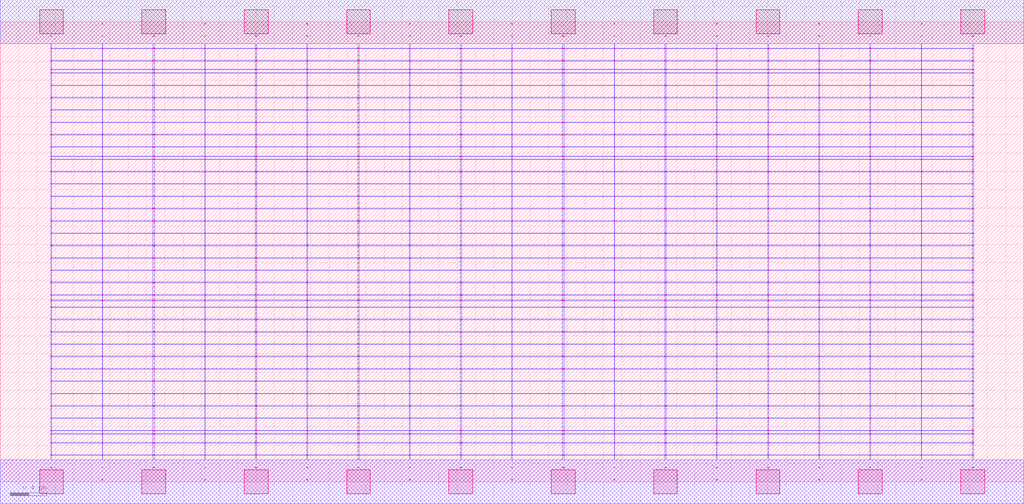
<source format=lef>
MACRO OOAI431_DEBUG
 CLASS CORE ;
 FOREIGN OOAI431_DEBUG 0 0 ;
 SIZE 11.200000000000001 BY 5.04 ;
 ORIGIN 0 0 ;
 SYMMETRY X Y R90 ;
 SITE unit ;

 OBS
    LAYER polycont ;
     RECT 5.59600000 2.58300000 5.60400000 2.59100000 ;
     RECT 5.59600000 2.71800000 5.60400000 2.72600000 ;
     RECT 5.59600000 2.85300000 5.60400000 2.86100000 ;
     RECT 5.59600000 2.98800000 5.60400000 2.99600000 ;
     RECT 7.83600000 2.58300000 7.84400000 2.59100000 ;
     RECT 8.39600000 2.58300000 8.40900000 2.59100000 ;
     RECT 8.95600000 2.58300000 8.96400000 2.59100000 ;
     RECT 9.51100000 2.58300000 9.52400000 2.59100000 ;
     RECT 10.07600000 2.58300000 10.08400000 2.59100000 ;
     RECT 10.63600000 2.58300000 10.64900000 2.59100000 ;
     RECT 6.15100000 2.58300000 6.16900000 2.59100000 ;
     RECT 6.15100000 2.71800000 6.16900000 2.72600000 ;
     RECT 6.71600000 2.71800000 6.72400000 2.72600000 ;
     RECT 7.27100000 2.71800000 7.28900000 2.72600000 ;
     RECT 7.83600000 2.71800000 7.84400000 2.72600000 ;
     RECT 8.39600000 2.71800000 8.40900000 2.72600000 ;
     RECT 8.95600000 2.71800000 8.96400000 2.72600000 ;
     RECT 9.51100000 2.71800000 9.52400000 2.72600000 ;
     RECT 10.07600000 2.71800000 10.08400000 2.72600000 ;
     RECT 10.63600000 2.71800000 10.64900000 2.72600000 ;
     RECT 6.71600000 2.58300000 6.72400000 2.59100000 ;
     RECT 6.15100000 2.85300000 6.16900000 2.86100000 ;
     RECT 6.71600000 2.85300000 6.72400000 2.86100000 ;
     RECT 7.27100000 2.85300000 7.28900000 2.86100000 ;
     RECT 7.83600000 2.85300000 7.84400000 2.86100000 ;
     RECT 8.39600000 2.85300000 8.40900000 2.86100000 ;
     RECT 8.95600000 2.85300000 8.96400000 2.86100000 ;
     RECT 9.51100000 2.85300000 9.52400000 2.86100000 ;
     RECT 10.07600000 2.85300000 10.08400000 2.86100000 ;
     RECT 10.63600000 2.85300000 10.64900000 2.86100000 ;
     RECT 7.27100000 2.58300000 7.28900000 2.59100000 ;
     RECT 6.15100000 2.98800000 6.16900000 2.99600000 ;
     RECT 6.71600000 2.98800000 6.72400000 2.99600000 ;
     RECT 7.27100000 2.98800000 7.28900000 2.99600000 ;
     RECT 7.83600000 2.98800000 7.84400000 2.99600000 ;
     RECT 8.39600000 2.98800000 8.40900000 2.99600000 ;
     RECT 8.95600000 2.98800000 8.96400000 2.99600000 ;
     RECT 9.51100000 2.98800000 9.52400000 2.99600000 ;
     RECT 10.07600000 2.98800000 10.08400000 2.99600000 ;
     RECT 10.63600000 2.98800000 10.64900000 2.99600000 ;
     RECT 8.95600000 3.12300000 8.96400000 3.13100000 ;
     RECT 8.95600000 3.25800000 8.96400000 3.26600000 ;
     RECT 8.95600000 3.39300000 8.96400000 3.40100000 ;
     RECT 8.95600000 3.52800000 8.96400000 3.53600000 ;
     RECT 8.95600000 3.56100000 8.96400000 3.56900000 ;
     RECT 8.95600000 3.66300000 8.96400000 3.67100000 ;
     RECT 8.95600000 3.79800000 8.96400000 3.80600000 ;
     RECT 8.95600000 3.93300000 8.96400000 3.94100000 ;
     RECT 8.95600000 4.06800000 8.96400000 4.07600000 ;
     RECT 8.95600000 4.20300000 8.96400000 4.21100000 ;
     RECT 8.95600000 4.33800000 8.96400000 4.34600000 ;
     RECT 8.95600000 4.47300000 8.96400000 4.48100000 ;
     RECT 8.95600000 4.51100000 8.96400000 4.51900000 ;
     RECT 8.95600000 4.60800000 8.96400000 4.61600000 ;
     RECT 8.95600000 4.74300000 8.96400000 4.75100000 ;
     RECT 8.95600000 4.87800000 8.96400000 4.88600000 ;
     RECT 1.67100000 2.58300000 1.68900000 2.59100000 ;
     RECT 0.55100000 2.98800000 0.56400000 2.99600000 ;
     RECT 1.11600000 2.98800000 1.12400000 2.99600000 ;
     RECT 1.67100000 2.98800000 1.68900000 2.99600000 ;
     RECT 2.23600000 2.98800000 2.24400000 2.99600000 ;
     RECT 2.79100000 2.98800000 2.80900000 2.99600000 ;
     RECT 3.35600000 2.98800000 3.36400000 2.99600000 ;
     RECT 3.91100000 2.98800000 3.92900000 2.99600000 ;
     RECT 4.47600000 2.98800000 4.48400000 2.99600000 ;
     RECT 5.03100000 2.98800000 5.04900000 2.99600000 ;
     RECT 2.23600000 2.58300000 2.24400000 2.59100000 ;
     RECT 2.79100000 2.58300000 2.80900000 2.59100000 ;
     RECT 3.35600000 2.58300000 3.36400000 2.59100000 ;
     RECT 3.91100000 2.58300000 3.92900000 2.59100000 ;
     RECT 4.47600000 2.58300000 4.48400000 2.59100000 ;
     RECT 5.03100000 2.58300000 5.04900000 2.59100000 ;
     RECT 0.55100000 2.58300000 0.56400000 2.59100000 ;
     RECT 0.55100000 2.71800000 0.56400000 2.72600000 ;
     RECT 0.55100000 2.85300000 0.56400000 2.86100000 ;
     RECT 1.11600000 2.85300000 1.12400000 2.86100000 ;
     RECT 1.67100000 2.85300000 1.68900000 2.86100000 ;
     RECT 2.23600000 2.85300000 2.24400000 2.86100000 ;
     RECT 2.79100000 2.85300000 2.80900000 2.86100000 ;
     RECT 3.35600000 2.85300000 3.36400000 2.86100000 ;
     RECT 3.91100000 2.85300000 3.92900000 2.86100000 ;
     RECT 4.47600000 2.85300000 4.48400000 2.86100000 ;
     RECT 5.03100000 2.85300000 5.04900000 2.86100000 ;
     RECT 1.11600000 2.71800000 1.12400000 2.72600000 ;
     RECT 1.67100000 2.71800000 1.68900000 2.72600000 ;
     RECT 2.23600000 2.71800000 2.24400000 2.72600000 ;
     RECT 2.79100000 2.71800000 2.80900000 2.72600000 ;
     RECT 3.35600000 2.71800000 3.36400000 2.72600000 ;
     RECT 3.91100000 2.71800000 3.92900000 2.72600000 ;
     RECT 4.47600000 2.71800000 4.48400000 2.72600000 ;
     RECT 5.03100000 2.71800000 5.04900000 2.72600000 ;
     RECT 1.11600000 2.58300000 1.12400000 2.59100000 ;
     RECT 10.07600000 0.82800000 10.08400000 0.83600000 ;
     RECT 10.63600000 0.82800000 10.64900000 0.83600000 ;
     RECT 10.07600000 0.96300000 10.08400000 0.97100000 ;
     RECT 10.63600000 0.96300000 10.64900000 0.97100000 ;
     RECT 10.07600000 1.09800000 10.08400000 1.10600000 ;
     RECT 10.63600000 1.09800000 10.64900000 1.10600000 ;
     RECT 10.07600000 1.23300000 10.08400000 1.24100000 ;
     RECT 10.63600000 1.23300000 10.64900000 1.24100000 ;
     RECT 10.07600000 1.36800000 10.08400000 1.37600000 ;
     RECT 10.63600000 1.36800000 10.64900000 1.37600000 ;
     RECT 10.07600000 1.50300000 10.08400000 1.51100000 ;
     RECT 10.63600000 1.50300000 10.64900000 1.51100000 ;
     RECT 10.07600000 1.63800000 10.08400000 1.64600000 ;
     RECT 10.63600000 1.63800000 10.64900000 1.64600000 ;
     RECT 10.07600000 1.77300000 10.08400000 1.78100000 ;
     RECT 10.63600000 1.77300000 10.64900000 1.78100000 ;
     RECT 10.07600000 1.90800000 10.08400000 1.91600000 ;
     RECT 10.63600000 1.90800000 10.64900000 1.91600000 ;
     RECT 10.07600000 1.98100000 10.08400000 1.98900000 ;
     RECT 10.63600000 1.98100000 10.64900000 1.98900000 ;
     RECT 10.07600000 2.04300000 10.08400000 2.05100000 ;
     RECT 10.63600000 2.04300000 10.64900000 2.05100000 ;
     RECT 10.07600000 2.17800000 10.08400000 2.18600000 ;
     RECT 10.63600000 2.17800000 10.64900000 2.18600000 ;
     RECT 10.07600000 2.31300000 10.08400000 2.32100000 ;
     RECT 10.63600000 2.31300000 10.64900000 2.32100000 ;
     RECT 10.07600000 2.44800000 10.08400000 2.45600000 ;
     RECT 10.63600000 2.44800000 10.64900000 2.45600000 ;
     RECT 10.07600000 0.15300000 10.08400000 0.16100000 ;
     RECT 10.63600000 0.15300000 10.64900000 0.16100000 ;
     RECT 10.07600000 0.28800000 10.08400000 0.29600000 ;
     RECT 10.63600000 0.28800000 10.64900000 0.29600000 ;
     RECT 10.07600000 0.42300000 10.08400000 0.43100000 ;
     RECT 10.63600000 0.42300000 10.64900000 0.43100000 ;
     RECT 10.07600000 0.52100000 10.08400000 0.52900000 ;
     RECT 10.63600000 0.52100000 10.64900000 0.52900000 ;
     RECT 10.07600000 0.55800000 10.08400000 0.56600000 ;
     RECT 10.63600000 0.55800000 10.64900000 0.56600000 ;
     RECT 10.07600000 0.69300000 10.08400000 0.70100000 ;
     RECT 10.63600000 0.69300000 10.64900000 0.70100000 ;

    LAYER pdiffc ;
     RECT 0.55100000 3.39300000 0.55900000 3.40100000 ;
     RECT 8.40100000 3.39300000 8.40900000 3.40100000 ;
     RECT 9.51100000 3.39300000 9.51900000 3.40100000 ;
     RECT 10.64100000 3.39300000 10.64900000 3.40100000 ;
     RECT 0.55100000 3.52800000 0.55900000 3.53600000 ;
     RECT 8.40100000 3.52800000 8.40900000 3.53600000 ;
     RECT 9.51100000 3.52800000 9.51900000 3.53600000 ;
     RECT 10.64100000 3.52800000 10.64900000 3.53600000 ;
     RECT 0.55100000 3.56100000 0.55900000 3.56900000 ;
     RECT 8.40100000 3.56100000 8.40900000 3.56900000 ;
     RECT 9.51100000 3.56100000 9.51900000 3.56900000 ;
     RECT 10.64100000 3.56100000 10.64900000 3.56900000 ;
     RECT 0.55100000 3.66300000 0.55900000 3.67100000 ;
     RECT 8.40100000 3.66300000 8.40900000 3.67100000 ;
     RECT 9.51100000 3.66300000 9.51900000 3.67100000 ;
     RECT 10.64100000 3.66300000 10.64900000 3.67100000 ;
     RECT 0.55100000 3.79800000 0.55900000 3.80600000 ;
     RECT 8.40100000 3.79800000 8.40900000 3.80600000 ;
     RECT 9.51100000 3.79800000 9.51900000 3.80600000 ;
     RECT 10.64100000 3.79800000 10.64900000 3.80600000 ;
     RECT 0.55100000 3.93300000 0.55900000 3.94100000 ;
     RECT 8.40100000 3.93300000 8.40900000 3.94100000 ;
     RECT 9.51100000 3.93300000 9.51900000 3.94100000 ;
     RECT 10.64100000 3.93300000 10.64900000 3.94100000 ;
     RECT 0.55100000 4.06800000 0.55900000 4.07600000 ;
     RECT 8.40100000 4.06800000 8.40900000 4.07600000 ;
     RECT 9.51100000 4.06800000 9.51900000 4.07600000 ;
     RECT 10.64100000 4.06800000 10.64900000 4.07600000 ;
     RECT 0.55100000 4.20300000 0.55900000 4.21100000 ;
     RECT 8.40100000 4.20300000 8.40900000 4.21100000 ;
     RECT 9.51100000 4.20300000 9.51900000 4.21100000 ;
     RECT 10.64100000 4.20300000 10.64900000 4.21100000 ;
     RECT 0.55100000 4.33800000 0.55900000 4.34600000 ;
     RECT 8.40100000 4.33800000 8.40900000 4.34600000 ;
     RECT 9.51100000 4.33800000 9.51900000 4.34600000 ;
     RECT 10.64100000 4.33800000 10.64900000 4.34600000 ;
     RECT 0.55100000 4.47300000 0.55900000 4.48100000 ;
     RECT 8.40100000 4.47300000 8.40900000 4.48100000 ;
     RECT 9.51100000 4.47300000 9.51900000 4.48100000 ;
     RECT 10.64100000 4.47300000 10.64900000 4.48100000 ;
     RECT 0.55100000 4.51100000 0.55900000 4.51900000 ;
     RECT 8.40100000 4.51100000 8.40900000 4.51900000 ;
     RECT 9.51100000 4.51100000 9.51900000 4.51900000 ;
     RECT 10.64100000 4.51100000 10.64900000 4.51900000 ;
     RECT 0.55100000 4.60800000 0.55900000 4.61600000 ;
     RECT 8.40100000 4.60800000 8.40900000 4.61600000 ;
     RECT 9.51100000 4.60800000 9.51900000 4.61600000 ;
     RECT 10.64100000 4.60800000 10.64900000 4.61600000 ;

    LAYER ndiffc ;
     RECT 5.03100000 0.42300000 5.04900000 0.43100000 ;
     RECT 5.03100000 0.52100000 5.04900000 0.52900000 ;
     RECT 5.03100000 0.55800000 5.04900000 0.56600000 ;
     RECT 5.03100000 0.69300000 5.04900000 0.70100000 ;
     RECT 5.03100000 0.82800000 5.04900000 0.83600000 ;
     RECT 5.03100000 0.96300000 5.04900000 0.97100000 ;
     RECT 5.03100000 1.09800000 5.04900000 1.10600000 ;
     RECT 5.03100000 1.23300000 5.04900000 1.24100000 ;
     RECT 5.03100000 1.36800000 5.04900000 1.37600000 ;
     RECT 5.03100000 1.50300000 5.04900000 1.51100000 ;
     RECT 5.03100000 1.63800000 5.04900000 1.64600000 ;
     RECT 5.03100000 1.77300000 5.04900000 1.78100000 ;
     RECT 5.03100000 1.90800000 5.04900000 1.91600000 ;
     RECT 5.03100000 1.98100000 5.04900000 1.98900000 ;
     RECT 5.03100000 2.04300000 5.04900000 2.05100000 ;
     RECT 8.39600000 0.42300000 8.40900000 0.43100000 ;
     RECT 6.15100000 0.69300000 6.16900000 0.70100000 ;
     RECT 7.27100000 0.69300000 7.28900000 0.70100000 ;
     RECT 8.39600000 0.69300000 8.40900000 0.70100000 ;
     RECT 9.51100000 0.69300000 9.52400000 0.70100000 ;
     RECT 9.51100000 0.42300000 9.52400000 0.43100000 ;
     RECT 6.15100000 0.82800000 6.16900000 0.83600000 ;
     RECT 7.27100000 0.82800000 7.28900000 0.83600000 ;
     RECT 8.39600000 0.82800000 8.40900000 0.83600000 ;
     RECT 9.51100000 0.82800000 9.52400000 0.83600000 ;
     RECT 6.15100000 0.42300000 6.16900000 0.43100000 ;
     RECT 6.15100000 0.96300000 6.16900000 0.97100000 ;
     RECT 7.27100000 0.96300000 7.28900000 0.97100000 ;
     RECT 8.39600000 0.96300000 8.40900000 0.97100000 ;
     RECT 9.51100000 0.96300000 9.52400000 0.97100000 ;
     RECT 6.15100000 0.52100000 6.16900000 0.52900000 ;
     RECT 6.15100000 1.09800000 6.16900000 1.10600000 ;
     RECT 7.27100000 1.09800000 7.28900000 1.10600000 ;
     RECT 8.39600000 1.09800000 8.40900000 1.10600000 ;
     RECT 9.51100000 1.09800000 9.52400000 1.10600000 ;
     RECT 7.27100000 0.52100000 7.28900000 0.52900000 ;
     RECT 6.15100000 1.23300000 6.16900000 1.24100000 ;
     RECT 7.27100000 1.23300000 7.28900000 1.24100000 ;
     RECT 8.39600000 1.23300000 8.40900000 1.24100000 ;
     RECT 9.51100000 1.23300000 9.52400000 1.24100000 ;
     RECT 8.39600000 0.52100000 8.40900000 0.52900000 ;
     RECT 6.15100000 1.36800000 6.16900000 1.37600000 ;
     RECT 7.27100000 1.36800000 7.28900000 1.37600000 ;
     RECT 8.39600000 1.36800000 8.40900000 1.37600000 ;
     RECT 9.51100000 1.36800000 9.52400000 1.37600000 ;
     RECT 9.51100000 0.52100000 9.52400000 0.52900000 ;
     RECT 6.15100000 1.50300000 6.16900000 1.51100000 ;
     RECT 7.27100000 1.50300000 7.28900000 1.51100000 ;
     RECT 8.39600000 1.50300000 8.40900000 1.51100000 ;
     RECT 9.51100000 1.50300000 9.52400000 1.51100000 ;
     RECT 7.27100000 0.42300000 7.28900000 0.43100000 ;
     RECT 6.15100000 1.63800000 6.16900000 1.64600000 ;
     RECT 7.27100000 1.63800000 7.28900000 1.64600000 ;
     RECT 8.39600000 1.63800000 8.40900000 1.64600000 ;
     RECT 9.51100000 1.63800000 9.52400000 1.64600000 ;
     RECT 6.15100000 0.55800000 6.16900000 0.56600000 ;
     RECT 6.15100000 1.77300000 6.16900000 1.78100000 ;
     RECT 7.27100000 1.77300000 7.28900000 1.78100000 ;
     RECT 8.39600000 1.77300000 8.40900000 1.78100000 ;
     RECT 9.51100000 1.77300000 9.52400000 1.78100000 ;
     RECT 7.27100000 0.55800000 7.28900000 0.56600000 ;
     RECT 6.15100000 1.90800000 6.16900000 1.91600000 ;
     RECT 7.27100000 1.90800000 7.28900000 1.91600000 ;
     RECT 8.39600000 1.90800000 8.40900000 1.91600000 ;
     RECT 9.51100000 1.90800000 9.52400000 1.91600000 ;
     RECT 8.39600000 0.55800000 8.40900000 0.56600000 ;
     RECT 6.15100000 1.98100000 6.16900000 1.98900000 ;
     RECT 7.27100000 1.98100000 7.28900000 1.98900000 ;
     RECT 8.39600000 1.98100000 8.40900000 1.98900000 ;
     RECT 9.51100000 1.98100000 9.52400000 1.98900000 ;
     RECT 9.51100000 0.55800000 9.52400000 0.56600000 ;
     RECT 6.15100000 2.04300000 6.16900000 2.05100000 ;
     RECT 7.27100000 2.04300000 7.28900000 2.05100000 ;
     RECT 8.39600000 2.04300000 8.40900000 2.05100000 ;
     RECT 9.51100000 2.04300000 9.52400000 2.05100000 ;
     RECT 3.91100000 1.36800000 3.92900000 1.37600000 ;
     RECT 2.79100000 0.55800000 2.80900000 0.56600000 ;
     RECT 3.91100000 0.55800000 3.92900000 0.56600000 ;
     RECT 1.67100000 0.52100000 1.68900000 0.52900000 ;
     RECT 2.79100000 0.52100000 2.80900000 0.52900000 ;
     RECT 3.91100000 0.52100000 3.92900000 0.52900000 ;
     RECT 0.55100000 1.50300000 0.56400000 1.51100000 ;
     RECT 1.67100000 1.50300000 1.68900000 1.51100000 ;
     RECT 2.79100000 1.50300000 2.80900000 1.51100000 ;
     RECT 3.91100000 1.50300000 3.92900000 1.51100000 ;
     RECT 0.55100000 0.96300000 0.56400000 0.97100000 ;
     RECT 1.67100000 0.96300000 1.68900000 0.97100000 ;
     RECT 2.79100000 0.96300000 2.80900000 0.97100000 ;
     RECT 3.91100000 0.96300000 3.92900000 0.97100000 ;
     RECT 1.67100000 0.42300000 1.68900000 0.43100000 ;
     RECT 0.55100000 1.63800000 0.56400000 1.64600000 ;
     RECT 1.67100000 1.63800000 1.68900000 1.64600000 ;
     RECT 2.79100000 1.63800000 2.80900000 1.64600000 ;
     RECT 3.91100000 1.63800000 3.92900000 1.64600000 ;
     RECT 2.79100000 0.42300000 2.80900000 0.43100000 ;
     RECT 0.55100000 0.69300000 0.56400000 0.70100000 ;
     RECT 1.67100000 0.69300000 1.68900000 0.70100000 ;
     RECT 2.79100000 0.69300000 2.80900000 0.70100000 ;
     RECT 0.55100000 1.09800000 0.56400000 1.10600000 ;
     RECT 0.55100000 1.77300000 0.56400000 1.78100000 ;
     RECT 1.67100000 1.77300000 1.68900000 1.78100000 ;
     RECT 2.79100000 1.77300000 2.80900000 1.78100000 ;
     RECT 3.91100000 1.77300000 3.92900000 1.78100000 ;
     RECT 1.67100000 1.09800000 1.68900000 1.10600000 ;
     RECT 2.79100000 1.09800000 2.80900000 1.10600000 ;
     RECT 3.91100000 1.09800000 3.92900000 1.10600000 ;
     RECT 3.91100000 0.69300000 3.92900000 0.70100000 ;
     RECT 3.91100000 0.42300000 3.92900000 0.43100000 ;
     RECT 0.55100000 1.90800000 0.56400000 1.91600000 ;
     RECT 1.67100000 1.90800000 1.68900000 1.91600000 ;
     RECT 2.79100000 1.90800000 2.80900000 1.91600000 ;
     RECT 3.91100000 1.90800000 3.92900000 1.91600000 ;
     RECT 0.55100000 0.42300000 0.56400000 0.43100000 ;
     RECT 0.55100000 0.52100000 0.56400000 0.52900000 ;
     RECT 0.55100000 0.55800000 0.56400000 0.56600000 ;
     RECT 0.55100000 1.23300000 0.56400000 1.24100000 ;
     RECT 1.67100000 1.23300000 1.68900000 1.24100000 ;
     RECT 0.55100000 1.98100000 0.56400000 1.98900000 ;
     RECT 1.67100000 1.98100000 1.68900000 1.98900000 ;
     RECT 2.79100000 1.98100000 2.80900000 1.98900000 ;
     RECT 3.91100000 1.98100000 3.92900000 1.98900000 ;
     RECT 2.79100000 1.23300000 2.80900000 1.24100000 ;
     RECT 3.91100000 1.23300000 3.92900000 1.24100000 ;
     RECT 1.67100000 0.55800000 1.68900000 0.56600000 ;
     RECT 0.55100000 0.82800000 0.56400000 0.83600000 ;
     RECT 1.67100000 0.82800000 1.68900000 0.83600000 ;
     RECT 0.55100000 2.04300000 0.56400000 2.05100000 ;
     RECT 1.67100000 2.04300000 1.68900000 2.05100000 ;
     RECT 2.79100000 2.04300000 2.80900000 2.05100000 ;
     RECT 3.91100000 2.04300000 3.92900000 2.05100000 ;
     RECT 2.79100000 0.82800000 2.80900000 0.83600000 ;
     RECT 3.91100000 0.82800000 3.92900000 0.83600000 ;
     RECT 0.55100000 1.36800000 0.56400000 1.37600000 ;
     RECT 1.67100000 1.36800000 1.68900000 1.37600000 ;
     RECT 2.79100000 1.36800000 2.80900000 1.37600000 ;

    LAYER met1 ;
     RECT 0.00000000 -0.24000000 11.20000000 0.24000000 ;
     RECT 5.59600000 0.24000000 5.60400000 0.28800000 ;
     RECT 0.55100000 0.28800000 10.64900000 0.29600000 ;
     RECT 5.59600000 0.29600000 5.60400000 0.42300000 ;
     RECT 0.55100000 0.42300000 10.64900000 0.43100000 ;
     RECT 5.59600000 0.43100000 5.60400000 0.52100000 ;
     RECT 0.55100000 0.52100000 10.64900000 0.52900000 ;
     RECT 5.59600000 0.52900000 5.60400000 0.55800000 ;
     RECT 0.55100000 0.55800000 10.64900000 0.56600000 ;
     RECT 5.59600000 0.56600000 5.60400000 0.69300000 ;
     RECT 0.55100000 0.69300000 10.64900000 0.70100000 ;
     RECT 5.59600000 0.70100000 5.60400000 0.82800000 ;
     RECT 0.55100000 0.82800000 10.64900000 0.83600000 ;
     RECT 5.59600000 0.83600000 5.60400000 0.96300000 ;
     RECT 0.55100000 0.96300000 10.64900000 0.97100000 ;
     RECT 5.59600000 0.97100000 5.60400000 1.09800000 ;
     RECT 0.55100000 1.09800000 10.64900000 1.10600000 ;
     RECT 5.59600000 1.10600000 5.60400000 1.23300000 ;
     RECT 0.55100000 1.23300000 10.64900000 1.24100000 ;
     RECT 5.59600000 1.24100000 5.60400000 1.36800000 ;
     RECT 0.55100000 1.36800000 10.64900000 1.37600000 ;
     RECT 5.59600000 1.37600000 5.60400000 1.50300000 ;
     RECT 0.55100000 1.50300000 10.64900000 1.51100000 ;
     RECT 5.59600000 1.51100000 5.60400000 1.63800000 ;
     RECT 0.55100000 1.63800000 10.64900000 1.64600000 ;
     RECT 5.59600000 1.64600000 5.60400000 1.77300000 ;
     RECT 0.55100000 1.77300000 10.64900000 1.78100000 ;
     RECT 5.59600000 1.78100000 5.60400000 1.90800000 ;
     RECT 0.55100000 1.90800000 10.64900000 1.91600000 ;
     RECT 5.59600000 1.91600000 5.60400000 1.98100000 ;
     RECT 0.55100000 1.98100000 10.64900000 1.98900000 ;
     RECT 5.59600000 1.98900000 5.60400000 2.04300000 ;
     RECT 0.55100000 2.04300000 10.64900000 2.05100000 ;
     RECT 5.59600000 2.05100000 5.60400000 2.17800000 ;
     RECT 0.55100000 2.17800000 10.64900000 2.18600000 ;
     RECT 5.59600000 2.18600000 5.60400000 2.31300000 ;
     RECT 0.55100000 2.31300000 10.64900000 2.32100000 ;
     RECT 5.59600000 2.32100000 5.60400000 2.44800000 ;
     RECT 0.55100000 2.44800000 10.64900000 2.45600000 ;
     RECT 0.55100000 2.45600000 0.56400000 2.58300000 ;
     RECT 1.11600000 2.45600000 1.12400000 2.58300000 ;
     RECT 1.67100000 2.45600000 1.68900000 2.58300000 ;
     RECT 2.23600000 2.45600000 2.24400000 2.58300000 ;
     RECT 2.79100000 2.45600000 2.80900000 2.58300000 ;
     RECT 3.35600000 2.45600000 3.36400000 2.58300000 ;
     RECT 3.91100000 2.45600000 3.92900000 2.58300000 ;
     RECT 4.47600000 2.45600000 4.48400000 2.58300000 ;
     RECT 5.03100000 2.45600000 5.04900000 2.58300000 ;
     RECT 5.59600000 2.45600000 5.60400000 2.58300000 ;
     RECT 6.15100000 2.45600000 6.16900000 2.58300000 ;
     RECT 6.71600000 2.45600000 6.72400000 2.58300000 ;
     RECT 7.27100000 2.45600000 7.28900000 2.58300000 ;
     RECT 7.83600000 2.45600000 7.84400000 2.58300000 ;
     RECT 8.39600000 2.45600000 8.40900000 2.58300000 ;
     RECT 8.95600000 2.45600000 8.96400000 2.58300000 ;
     RECT 9.51100000 2.45600000 9.52400000 2.58300000 ;
     RECT 10.07600000 2.45600000 10.08400000 2.58300000 ;
     RECT 10.63600000 2.45600000 10.64900000 2.58300000 ;
     RECT 0.55100000 2.58300000 10.64900000 2.59100000 ;
     RECT 5.59600000 2.59100000 5.60400000 2.71800000 ;
     RECT 0.55100000 2.71800000 10.64900000 2.72600000 ;
     RECT 5.59600000 2.72600000 5.60400000 2.85300000 ;
     RECT 0.55100000 2.85300000 10.64900000 2.86100000 ;
     RECT 5.59600000 2.86100000 5.60400000 2.98800000 ;
     RECT 0.55100000 2.98800000 10.64900000 2.99600000 ;
     RECT 5.59600000 2.99600000 5.60400000 3.12300000 ;
     RECT 0.55100000 3.12300000 10.64900000 3.13100000 ;
     RECT 5.59600000 3.13100000 5.60400000 3.25800000 ;
     RECT 0.55100000 3.25800000 10.64900000 3.26600000 ;
     RECT 5.59600000 3.26600000 5.60400000 3.39300000 ;
     RECT 0.55100000 3.39300000 10.64900000 3.40100000 ;
     RECT 5.59600000 3.40100000 5.60400000 3.52800000 ;
     RECT 0.55100000 3.52800000 10.64900000 3.53600000 ;
     RECT 5.59600000 3.53600000 5.60400000 3.56100000 ;
     RECT 0.55100000 3.56100000 10.64900000 3.56900000 ;
     RECT 5.59600000 3.56900000 5.60400000 3.66300000 ;
     RECT 0.55100000 3.66300000 10.64900000 3.67100000 ;
     RECT 5.59600000 3.67100000 5.60400000 3.79800000 ;
     RECT 0.55100000 3.79800000 10.64900000 3.80600000 ;
     RECT 5.59600000 3.80600000 5.60400000 3.93300000 ;
     RECT 0.55100000 3.93300000 10.64900000 3.94100000 ;
     RECT 5.59600000 3.94100000 5.60400000 4.06800000 ;
     RECT 0.55100000 4.06800000 10.64900000 4.07600000 ;
     RECT 5.59600000 4.07600000 5.60400000 4.20300000 ;
     RECT 0.55100000 4.20300000 10.64900000 4.21100000 ;
     RECT 5.59600000 4.21100000 5.60400000 4.33800000 ;
     RECT 0.55100000 4.33800000 10.64900000 4.34600000 ;
     RECT 5.59600000 4.34600000 5.60400000 4.47300000 ;
     RECT 0.55100000 4.47300000 10.64900000 4.48100000 ;
     RECT 5.59600000 4.48100000 5.60400000 4.51100000 ;
     RECT 0.55100000 4.51100000 10.64900000 4.51900000 ;
     RECT 5.59600000 4.51900000 5.60400000 4.60800000 ;
     RECT 0.55100000 4.60800000 10.64900000 4.61600000 ;
     RECT 5.59600000 4.61600000 5.60400000 4.74300000 ;
     RECT 0.55100000 4.74300000 10.64900000 4.75100000 ;
     RECT 5.59600000 4.75100000 5.60400000 4.80000000 ;
     RECT 0.00000000 4.80000000 11.20000000 5.28000000 ;
     RECT 8.39600000 2.99600000 8.40900000 3.12300000 ;
     RECT 8.39600000 3.13100000 8.40900000 3.25800000 ;
     RECT 8.39600000 3.26600000 8.40900000 3.39300000 ;
     RECT 8.39600000 3.40100000 8.40900000 3.52800000 ;
     RECT 8.39600000 3.53600000 8.40900000 3.56100000 ;
     RECT 8.39600000 2.72600000 8.40900000 2.85300000 ;
     RECT 8.39600000 3.56900000 8.40900000 3.66300000 ;
     RECT 8.39600000 3.67100000 8.40900000 3.79800000 ;
     RECT 6.15100000 3.80600000 6.16900000 3.93300000 ;
     RECT 6.71600000 3.80600000 6.72400000 3.93300000 ;
     RECT 7.27100000 3.80600000 7.28900000 3.93300000 ;
     RECT 7.83600000 3.80600000 7.84400000 3.93300000 ;
     RECT 8.39600000 3.80600000 8.40900000 3.93300000 ;
     RECT 8.95600000 3.80600000 8.96400000 3.93300000 ;
     RECT 9.51100000 3.80600000 9.52400000 3.93300000 ;
     RECT 10.07600000 3.80600000 10.08400000 3.93300000 ;
     RECT 10.63600000 3.80600000 10.64900000 3.93300000 ;
     RECT 8.39600000 3.94100000 8.40900000 4.06800000 ;
     RECT 8.39600000 4.07600000 8.40900000 4.20300000 ;
     RECT 8.39600000 4.21100000 8.40900000 4.33800000 ;
     RECT 8.39600000 2.86100000 8.40900000 2.98800000 ;
     RECT 8.39600000 4.34600000 8.40900000 4.47300000 ;
     RECT 8.39600000 4.48100000 8.40900000 4.51100000 ;
     RECT 8.39600000 2.59100000 8.40900000 2.71800000 ;
     RECT 8.39600000 4.51900000 8.40900000 4.60800000 ;
     RECT 8.39600000 4.61600000 8.40900000 4.74300000 ;
     RECT 8.39600000 4.75100000 8.40900000 4.80000000 ;
     RECT 9.51100000 3.94100000 9.52400000 4.06800000 ;
     RECT 8.95600000 4.21100000 8.96400000 4.33800000 ;
     RECT 9.51100000 4.21100000 9.52400000 4.33800000 ;
     RECT 10.07600000 4.21100000 10.08400000 4.33800000 ;
     RECT 10.63600000 4.21100000 10.64900000 4.33800000 ;
     RECT 10.07600000 3.94100000 10.08400000 4.06800000 ;
     RECT 10.63600000 3.94100000 10.64900000 4.06800000 ;
     RECT 8.95600000 4.34600000 8.96400000 4.47300000 ;
     RECT 9.51100000 4.34600000 9.52400000 4.47300000 ;
     RECT 10.07600000 4.34600000 10.08400000 4.47300000 ;
     RECT 10.63600000 4.34600000 10.64900000 4.47300000 ;
     RECT 8.95600000 3.94100000 8.96400000 4.06800000 ;
     RECT 8.95600000 4.48100000 8.96400000 4.51100000 ;
     RECT 9.51100000 4.48100000 9.52400000 4.51100000 ;
     RECT 10.07600000 4.48100000 10.08400000 4.51100000 ;
     RECT 10.63600000 4.48100000 10.64900000 4.51100000 ;
     RECT 8.95600000 4.07600000 8.96400000 4.20300000 ;
     RECT 9.51100000 4.07600000 9.52400000 4.20300000 ;
     RECT 8.95600000 4.51900000 8.96400000 4.60800000 ;
     RECT 9.51100000 4.51900000 9.52400000 4.60800000 ;
     RECT 10.07600000 4.51900000 10.08400000 4.60800000 ;
     RECT 10.63600000 4.51900000 10.64900000 4.60800000 ;
     RECT 10.07600000 4.07600000 10.08400000 4.20300000 ;
     RECT 8.95600000 4.61600000 8.96400000 4.74300000 ;
     RECT 9.51100000 4.61600000 9.52400000 4.74300000 ;
     RECT 10.07600000 4.61600000 10.08400000 4.74300000 ;
     RECT 10.63600000 4.61600000 10.64900000 4.74300000 ;
     RECT 10.63600000 4.07600000 10.64900000 4.20300000 ;
     RECT 8.95600000 4.75100000 8.96400000 4.80000000 ;
     RECT 9.51100000 4.75100000 9.52400000 4.80000000 ;
     RECT 10.07600000 4.75100000 10.08400000 4.80000000 ;
     RECT 10.63600000 4.75100000 10.64900000 4.80000000 ;
     RECT 6.71600000 4.07600000 6.72400000 4.20300000 ;
     RECT 7.27100000 4.07600000 7.28900000 4.20300000 ;
     RECT 7.83600000 4.07600000 7.84400000 4.20300000 ;
     RECT 6.71600000 3.94100000 6.72400000 4.06800000 ;
     RECT 7.27100000 3.94100000 7.28900000 4.06800000 ;
     RECT 6.15100000 4.51900000 6.16900000 4.60800000 ;
     RECT 6.71600000 4.51900000 6.72400000 4.60800000 ;
     RECT 7.27100000 4.51900000 7.28900000 4.60800000 ;
     RECT 7.83600000 4.51900000 7.84400000 4.60800000 ;
     RECT 7.83600000 3.94100000 7.84400000 4.06800000 ;
     RECT 6.15100000 4.34600000 6.16900000 4.47300000 ;
     RECT 6.71600000 4.34600000 6.72400000 4.47300000 ;
     RECT 7.27100000 4.34600000 7.28900000 4.47300000 ;
     RECT 7.83600000 4.34600000 7.84400000 4.47300000 ;
     RECT 6.15100000 4.61600000 6.16900000 4.74300000 ;
     RECT 6.71600000 4.61600000 6.72400000 4.74300000 ;
     RECT 7.27100000 4.61600000 7.28900000 4.74300000 ;
     RECT 7.83600000 4.61600000 7.84400000 4.74300000 ;
     RECT 6.15100000 3.94100000 6.16900000 4.06800000 ;
     RECT 6.15100000 4.07600000 6.16900000 4.20300000 ;
     RECT 6.15100000 4.21100000 6.16900000 4.33800000 ;
     RECT 6.71600000 4.21100000 6.72400000 4.33800000 ;
     RECT 7.27100000 4.21100000 7.28900000 4.33800000 ;
     RECT 6.15100000 4.75100000 6.16900000 4.80000000 ;
     RECT 6.71600000 4.75100000 6.72400000 4.80000000 ;
     RECT 7.27100000 4.75100000 7.28900000 4.80000000 ;
     RECT 7.83600000 4.75100000 7.84400000 4.80000000 ;
     RECT 6.15100000 4.48100000 6.16900000 4.51100000 ;
     RECT 6.71600000 4.48100000 6.72400000 4.51100000 ;
     RECT 7.27100000 4.48100000 7.28900000 4.51100000 ;
     RECT 7.83600000 4.48100000 7.84400000 4.51100000 ;
     RECT 7.83600000 4.21100000 7.84400000 4.33800000 ;
     RECT 7.27100000 3.53600000 7.28900000 3.56100000 ;
     RECT 7.83600000 3.53600000 7.84400000 3.56100000 ;
     RECT 7.83600000 3.13100000 7.84400000 3.25800000 ;
     RECT 6.15100000 2.86100000 6.16900000 2.98800000 ;
     RECT 6.71600000 2.86100000 6.72400000 2.98800000 ;
     RECT 7.83600000 2.72600000 7.84400000 2.85300000 ;
     RECT 6.15100000 3.13100000 6.16900000 3.25800000 ;
     RECT 6.15100000 3.56900000 6.16900000 3.66300000 ;
     RECT 6.71600000 3.56900000 6.72400000 3.66300000 ;
     RECT 7.27100000 3.56900000 7.28900000 3.66300000 ;
     RECT 7.83600000 3.56900000 7.84400000 3.66300000 ;
     RECT 6.15100000 2.59100000 6.16900000 2.71800000 ;
     RECT 6.15100000 3.67100000 6.16900000 3.79800000 ;
     RECT 6.71600000 3.67100000 6.72400000 3.79800000 ;
     RECT 7.27100000 2.86100000 7.28900000 2.98800000 ;
     RECT 7.83600000 2.86100000 7.84400000 2.98800000 ;
     RECT 7.27100000 3.67100000 7.28900000 3.79800000 ;
     RECT 7.83600000 3.67100000 7.84400000 3.79800000 ;
     RECT 6.15100000 2.99600000 6.16900000 3.12300000 ;
     RECT 6.15100000 3.26600000 6.16900000 3.39300000 ;
     RECT 6.71600000 3.26600000 6.72400000 3.39300000 ;
     RECT 7.27100000 3.26600000 7.28900000 3.39300000 ;
     RECT 7.83600000 3.26600000 7.84400000 3.39300000 ;
     RECT 6.71600000 3.13100000 6.72400000 3.25800000 ;
     RECT 6.71600000 2.59100000 6.72400000 2.71800000 ;
     RECT 6.15100000 2.72600000 6.16900000 2.85300000 ;
     RECT 6.15100000 3.40100000 6.16900000 3.52800000 ;
     RECT 6.71600000 3.40100000 6.72400000 3.52800000 ;
     RECT 6.71600000 2.99600000 6.72400000 3.12300000 ;
     RECT 7.27100000 2.99600000 7.28900000 3.12300000 ;
     RECT 7.27100000 3.40100000 7.28900000 3.52800000 ;
     RECT 7.27100000 2.59100000 7.28900000 2.71800000 ;
     RECT 7.83600000 2.59100000 7.84400000 2.71800000 ;
     RECT 7.83600000 3.40100000 7.84400000 3.52800000 ;
     RECT 7.27100000 3.13100000 7.28900000 3.25800000 ;
     RECT 6.71600000 2.72600000 6.72400000 2.85300000 ;
     RECT 7.27100000 2.72600000 7.28900000 2.85300000 ;
     RECT 6.15100000 3.53600000 6.16900000 3.56100000 ;
     RECT 6.71600000 3.53600000 6.72400000 3.56100000 ;
     RECT 7.83600000 2.99600000 7.84400000 3.12300000 ;
     RECT 10.07600000 3.56900000 10.08400000 3.66300000 ;
     RECT 10.63600000 3.56900000 10.64900000 3.66300000 ;
     RECT 8.95600000 2.72600000 8.96400000 2.85300000 ;
     RECT 9.51100000 2.72600000 9.52400000 2.85300000 ;
     RECT 8.95600000 2.99600000 8.96400000 3.12300000 ;
     RECT 8.95600000 3.40100000 8.96400000 3.52800000 ;
     RECT 10.63600000 2.86100000 10.64900000 2.98800000 ;
     RECT 9.51100000 3.40100000 9.52400000 3.52800000 ;
     RECT 10.07600000 3.40100000 10.08400000 3.52800000 ;
     RECT 10.63600000 3.40100000 10.64900000 3.52800000 ;
     RECT 8.95600000 3.67100000 8.96400000 3.79800000 ;
     RECT 9.51100000 3.67100000 9.52400000 3.79800000 ;
     RECT 10.07600000 3.67100000 10.08400000 3.79800000 ;
     RECT 10.63600000 3.67100000 10.64900000 3.79800000 ;
     RECT 10.07600000 2.72600000 10.08400000 2.85300000 ;
     RECT 10.63600000 2.72600000 10.64900000 2.85300000 ;
     RECT 9.51100000 2.99600000 9.52400000 3.12300000 ;
     RECT 8.95600000 2.59100000 8.96400000 2.71800000 ;
     RECT 10.07600000 2.99600000 10.08400000 3.12300000 ;
     RECT 10.63600000 2.99600000 10.64900000 3.12300000 ;
     RECT 9.51100000 2.59100000 9.52400000 2.71800000 ;
     RECT 8.95600000 3.26600000 8.96400000 3.39300000 ;
     RECT 9.51100000 3.26600000 9.52400000 3.39300000 ;
     RECT 10.07600000 3.26600000 10.08400000 3.39300000 ;
     RECT 8.95600000 3.53600000 8.96400000 3.56100000 ;
     RECT 8.95600000 2.86100000 8.96400000 2.98800000 ;
     RECT 9.51100000 3.53600000 9.52400000 3.56100000 ;
     RECT 10.07600000 3.53600000 10.08400000 3.56100000 ;
     RECT 10.63600000 3.53600000 10.64900000 3.56100000 ;
     RECT 10.63600000 3.26600000 10.64900000 3.39300000 ;
     RECT 8.95600000 3.13100000 8.96400000 3.25800000 ;
     RECT 9.51100000 3.13100000 9.52400000 3.25800000 ;
     RECT 10.07600000 3.13100000 10.08400000 3.25800000 ;
     RECT 10.63600000 3.13100000 10.64900000 3.25800000 ;
     RECT 10.63600000 2.59100000 10.64900000 2.71800000 ;
     RECT 9.51100000 2.86100000 9.52400000 2.98800000 ;
     RECT 10.07600000 2.86100000 10.08400000 2.98800000 ;
     RECT 10.07600000 2.59100000 10.08400000 2.71800000 ;
     RECT 8.95600000 3.56900000 8.96400000 3.66300000 ;
     RECT 9.51100000 3.56900000 9.52400000 3.66300000 ;
     RECT 2.79100000 2.59100000 2.80900000 2.71800000 ;
     RECT 2.79100000 2.99600000 2.80900000 3.12300000 ;
     RECT 2.79100000 3.94100000 2.80900000 4.06800000 ;
     RECT 2.79100000 3.40100000 2.80900000 3.52800000 ;
     RECT 2.79100000 4.07600000 2.80900000 4.20300000 ;
     RECT 2.79100000 4.21100000 2.80900000 4.33800000 ;
     RECT 2.79100000 3.53600000 2.80900000 3.56100000 ;
     RECT 2.79100000 4.34600000 2.80900000 4.47300000 ;
     RECT 2.79100000 3.13100000 2.80900000 3.25800000 ;
     RECT 2.79100000 3.56900000 2.80900000 3.66300000 ;
     RECT 2.79100000 4.48100000 2.80900000 4.51100000 ;
     RECT 2.79100000 2.86100000 2.80900000 2.98800000 ;
     RECT 2.79100000 4.51900000 2.80900000 4.60800000 ;
     RECT 2.79100000 2.72600000 2.80900000 2.85300000 ;
     RECT 2.79100000 3.67100000 2.80900000 3.79800000 ;
     RECT 2.79100000 4.61600000 2.80900000 4.74300000 ;
     RECT 2.79100000 3.26600000 2.80900000 3.39300000 ;
     RECT 2.79100000 4.75100000 2.80900000 4.80000000 ;
     RECT 0.55100000 3.80600000 0.56400000 3.93300000 ;
     RECT 1.11600000 3.80600000 1.12400000 3.93300000 ;
     RECT 1.67100000 3.80600000 1.68900000 3.93300000 ;
     RECT 2.23600000 3.80600000 2.24400000 3.93300000 ;
     RECT 2.79100000 3.80600000 2.80900000 3.93300000 ;
     RECT 3.35600000 3.80600000 3.36400000 3.93300000 ;
     RECT 3.91100000 3.80600000 3.92900000 3.93300000 ;
     RECT 4.47600000 3.80600000 4.48400000 3.93300000 ;
     RECT 5.03100000 3.80600000 5.04900000 3.93300000 ;
     RECT 3.35600000 4.48100000 3.36400000 4.51100000 ;
     RECT 3.91100000 4.48100000 3.92900000 4.51100000 ;
     RECT 4.47600000 4.48100000 4.48400000 4.51100000 ;
     RECT 5.03100000 4.48100000 5.04900000 4.51100000 ;
     RECT 4.47600000 4.07600000 4.48400000 4.20300000 ;
     RECT 5.03100000 4.07600000 5.04900000 4.20300000 ;
     RECT 3.35600000 4.51900000 3.36400000 4.60800000 ;
     RECT 3.91100000 4.51900000 3.92900000 4.60800000 ;
     RECT 4.47600000 4.51900000 4.48400000 4.60800000 ;
     RECT 5.03100000 4.51900000 5.04900000 4.60800000 ;
     RECT 4.47600000 3.94100000 4.48400000 4.06800000 ;
     RECT 3.35600000 4.21100000 3.36400000 4.33800000 ;
     RECT 3.91100000 4.21100000 3.92900000 4.33800000 ;
     RECT 3.35600000 4.61600000 3.36400000 4.74300000 ;
     RECT 3.91100000 4.61600000 3.92900000 4.74300000 ;
     RECT 4.47600000 4.61600000 4.48400000 4.74300000 ;
     RECT 5.03100000 4.61600000 5.04900000 4.74300000 ;
     RECT 4.47600000 4.21100000 4.48400000 4.33800000 ;
     RECT 5.03100000 4.21100000 5.04900000 4.33800000 ;
     RECT 3.35600000 4.75100000 3.36400000 4.80000000 ;
     RECT 3.91100000 4.75100000 3.92900000 4.80000000 ;
     RECT 4.47600000 4.75100000 4.48400000 4.80000000 ;
     RECT 5.03100000 4.75100000 5.04900000 4.80000000 ;
     RECT 5.03100000 3.94100000 5.04900000 4.06800000 ;
     RECT 3.35600000 3.94100000 3.36400000 4.06800000 ;
     RECT 3.35600000 4.34600000 3.36400000 4.47300000 ;
     RECT 3.91100000 4.34600000 3.92900000 4.47300000 ;
     RECT 4.47600000 4.34600000 4.48400000 4.47300000 ;
     RECT 5.03100000 4.34600000 5.04900000 4.47300000 ;
     RECT 3.91100000 3.94100000 3.92900000 4.06800000 ;
     RECT 3.35600000 4.07600000 3.36400000 4.20300000 ;
     RECT 3.91100000 4.07600000 3.92900000 4.20300000 ;
     RECT 1.11600000 3.94100000 1.12400000 4.06800000 ;
     RECT 0.55100000 4.07600000 0.56400000 4.20300000 ;
     RECT 0.55100000 4.21100000 0.56400000 4.33800000 ;
     RECT 1.11600000 4.21100000 1.12400000 4.33800000 ;
     RECT 0.55100000 4.61600000 0.56400000 4.74300000 ;
     RECT 1.11600000 4.61600000 1.12400000 4.74300000 ;
     RECT 1.67100000 4.61600000 1.68900000 4.74300000 ;
     RECT 2.23600000 4.61600000 2.24400000 4.74300000 ;
     RECT 1.67100000 4.21100000 1.68900000 4.33800000 ;
     RECT 2.23600000 4.21100000 2.24400000 4.33800000 ;
     RECT 1.11600000 4.07600000 1.12400000 4.20300000 ;
     RECT 0.55100000 4.48100000 0.56400000 4.51100000 ;
     RECT 1.11600000 4.48100000 1.12400000 4.51100000 ;
     RECT 1.67100000 4.48100000 1.68900000 4.51100000 ;
     RECT 0.55100000 4.75100000 0.56400000 4.80000000 ;
     RECT 1.11600000 4.75100000 1.12400000 4.80000000 ;
     RECT 1.67100000 4.75100000 1.68900000 4.80000000 ;
     RECT 2.23600000 4.75100000 2.24400000 4.80000000 ;
     RECT 2.23600000 4.48100000 2.24400000 4.51100000 ;
     RECT 1.67100000 4.07600000 1.68900000 4.20300000 ;
     RECT 2.23600000 4.07600000 2.24400000 4.20300000 ;
     RECT 1.67100000 3.94100000 1.68900000 4.06800000 ;
     RECT 2.23600000 3.94100000 2.24400000 4.06800000 ;
     RECT 0.55100000 3.94100000 0.56400000 4.06800000 ;
     RECT 0.55100000 4.34600000 0.56400000 4.47300000 ;
     RECT 0.55100000 4.51900000 0.56400000 4.60800000 ;
     RECT 1.11600000 4.51900000 1.12400000 4.60800000 ;
     RECT 1.67100000 4.51900000 1.68900000 4.60800000 ;
     RECT 2.23600000 4.51900000 2.24400000 4.60800000 ;
     RECT 1.11600000 4.34600000 1.12400000 4.47300000 ;
     RECT 1.67100000 4.34600000 1.68900000 4.47300000 ;
     RECT 2.23600000 4.34600000 2.24400000 4.47300000 ;
     RECT 0.55100000 3.53600000 0.56400000 3.56100000 ;
     RECT 2.23600000 2.72600000 2.24400000 2.85300000 ;
     RECT 1.11600000 3.53600000 1.12400000 3.56100000 ;
     RECT 0.55100000 3.67100000 0.56400000 3.79800000 ;
     RECT 1.11600000 3.67100000 1.12400000 3.79800000 ;
     RECT 1.67100000 3.67100000 1.68900000 3.79800000 ;
     RECT 2.23600000 3.67100000 2.24400000 3.79800000 ;
     RECT 1.67100000 3.53600000 1.68900000 3.56100000 ;
     RECT 1.11600000 2.99600000 1.12400000 3.12300000 ;
     RECT 1.67100000 3.13100000 1.68900000 3.25800000 ;
     RECT 2.23600000 3.13100000 2.24400000 3.25800000 ;
     RECT 1.67100000 2.99600000 1.68900000 3.12300000 ;
     RECT 0.55100000 3.56900000 0.56400000 3.66300000 ;
     RECT 1.11600000 3.56900000 1.12400000 3.66300000 ;
     RECT 1.67100000 3.56900000 1.68900000 3.66300000 ;
     RECT 2.23600000 3.56900000 2.24400000 3.66300000 ;
     RECT 2.23600000 2.99600000 2.24400000 3.12300000 ;
     RECT 0.55100000 3.26600000 0.56400000 3.39300000 ;
     RECT 1.11600000 3.26600000 1.12400000 3.39300000 ;
     RECT 1.67100000 3.26600000 1.68900000 3.39300000 ;
     RECT 2.23600000 3.26600000 2.24400000 3.39300000 ;
     RECT 2.23600000 2.59100000 2.24400000 2.71800000 ;
     RECT 0.55100000 3.40100000 0.56400000 3.52800000 ;
     RECT 1.67100000 2.59100000 1.68900000 2.71800000 ;
     RECT 0.55100000 2.99600000 0.56400000 3.12300000 ;
     RECT 1.11600000 3.40100000 1.12400000 3.52800000 ;
     RECT 1.67100000 3.40100000 1.68900000 3.52800000 ;
     RECT 2.23600000 3.53600000 2.24400000 3.56100000 ;
     RECT 2.23600000 3.40100000 2.24400000 3.52800000 ;
     RECT 1.11600000 2.86100000 1.12400000 2.98800000 ;
     RECT 1.67100000 2.86100000 1.68900000 2.98800000 ;
     RECT 1.67100000 2.72600000 1.68900000 2.85300000 ;
     RECT 2.23600000 2.86100000 2.24400000 2.98800000 ;
     RECT 0.55100000 3.13100000 0.56400000 3.25800000 ;
     RECT 1.11600000 3.13100000 1.12400000 3.25800000 ;
     RECT 0.55100000 2.59100000 0.56400000 2.71800000 ;
     RECT 1.11600000 2.59100000 1.12400000 2.71800000 ;
     RECT 0.55100000 2.72600000 0.56400000 2.85300000 ;
     RECT 1.11600000 2.72600000 1.12400000 2.85300000 ;
     RECT 0.55100000 2.86100000 0.56400000 2.98800000 ;
     RECT 4.47600000 3.53600000 4.48400000 3.56100000 ;
     RECT 3.35600000 3.56900000 3.36400000 3.66300000 ;
     RECT 3.91100000 3.56900000 3.92900000 3.66300000 ;
     RECT 4.47600000 3.56900000 4.48400000 3.66300000 ;
     RECT 5.03100000 3.56900000 5.04900000 3.66300000 ;
     RECT 5.03100000 3.13100000 5.04900000 3.25800000 ;
     RECT 5.03100000 3.53600000 5.04900000 3.56100000 ;
     RECT 3.35600000 2.86100000 3.36400000 2.98800000 ;
     RECT 3.91100000 2.86100000 3.92900000 2.98800000 ;
     RECT 4.47600000 3.67100000 4.48400000 3.79800000 ;
     RECT 5.03100000 3.67100000 5.04900000 3.79800000 ;
     RECT 4.47600000 2.72600000 4.48400000 2.85300000 ;
     RECT 4.47600000 2.86100000 4.48400000 2.98800000 ;
     RECT 5.03100000 2.86100000 5.04900000 2.98800000 ;
     RECT 4.47600000 2.99600000 4.48400000 3.12300000 ;
     RECT 3.35600000 3.13100000 3.36400000 3.25800000 ;
     RECT 3.91100000 3.13100000 3.92900000 3.25800000 ;
     RECT 3.35600000 3.26600000 3.36400000 3.39300000 ;
     RECT 3.91100000 3.26600000 3.92900000 3.39300000 ;
     RECT 4.47600000 3.26600000 4.48400000 3.39300000 ;
     RECT 4.47600000 3.13100000 4.48400000 3.25800000 ;
     RECT 5.03100000 2.99600000 5.04900000 3.12300000 ;
     RECT 3.91100000 2.59100000 3.92900000 2.71800000 ;
     RECT 4.47600000 2.59100000 4.48400000 2.71800000 ;
     RECT 5.03100000 2.59100000 5.04900000 2.71800000 ;
     RECT 3.35600000 2.59100000 3.36400000 2.71800000 ;
     RECT 3.35600000 2.99600000 3.36400000 3.12300000 ;
     RECT 3.35600000 3.40100000 3.36400000 3.52800000 ;
     RECT 3.91100000 3.40100000 3.92900000 3.52800000 ;
     RECT 5.03100000 3.26600000 5.04900000 3.39300000 ;
     RECT 5.03100000 2.72600000 5.04900000 2.85300000 ;
     RECT 3.35600000 2.72600000 3.36400000 2.85300000 ;
     RECT 3.91100000 2.72600000 3.92900000 2.85300000 ;
     RECT 4.47600000 3.40100000 4.48400000 3.52800000 ;
     RECT 5.03100000 3.40100000 5.04900000 3.52800000 ;
     RECT 3.91100000 2.99600000 3.92900000 3.12300000 ;
     RECT 3.35600000 3.53600000 3.36400000 3.56100000 ;
     RECT 3.91100000 3.53600000 3.92900000 3.56100000 ;
     RECT 3.35600000 3.67100000 3.36400000 3.79800000 ;
     RECT 3.91100000 3.67100000 3.92900000 3.79800000 ;
     RECT 5.03100000 1.10600000 5.04900000 1.23300000 ;
     RECT 2.79100000 1.24100000 2.80900000 1.36800000 ;
     RECT 2.79100000 1.37600000 2.80900000 1.50300000 ;
     RECT 2.79100000 1.51100000 2.80900000 1.63800000 ;
     RECT 2.79100000 1.64600000 2.80900000 1.77300000 ;
     RECT 2.79100000 1.78100000 2.80900000 1.90800000 ;
     RECT 2.79100000 0.43100000 2.80900000 0.52100000 ;
     RECT 2.79100000 1.91600000 2.80900000 1.98100000 ;
     RECT 2.79100000 1.98900000 2.80900000 2.04300000 ;
     RECT 2.79100000 0.24000000 2.80900000 0.28800000 ;
     RECT 2.79100000 2.05100000 2.80900000 2.17800000 ;
     RECT 2.79100000 2.18600000 2.80900000 2.31300000 ;
     RECT 2.79100000 2.32100000 2.80900000 2.44800000 ;
     RECT 2.79100000 0.52900000 2.80900000 0.55800000 ;
     RECT 2.79100000 0.56600000 2.80900000 0.69300000 ;
     RECT 2.79100000 0.70100000 2.80900000 0.82800000 ;
     RECT 2.79100000 0.83600000 2.80900000 0.96300000 ;
     RECT 2.79100000 0.97100000 2.80900000 1.09800000 ;
     RECT 2.79100000 0.29600000 2.80900000 0.42300000 ;
     RECT 0.55100000 1.10600000 0.56400000 1.23300000 ;
     RECT 1.11600000 1.10600000 1.12400000 1.23300000 ;
     RECT 1.67100000 1.10600000 1.68900000 1.23300000 ;
     RECT 2.23600000 1.10600000 2.24400000 1.23300000 ;
     RECT 2.79100000 1.10600000 2.80900000 1.23300000 ;
     RECT 3.35600000 1.10600000 3.36400000 1.23300000 ;
     RECT 3.91100000 1.10600000 3.92900000 1.23300000 ;
     RECT 4.47600000 1.10600000 4.48400000 1.23300000 ;
     RECT 3.35600000 1.37600000 3.36400000 1.50300000 ;
     RECT 3.35600000 1.91600000 3.36400000 1.98100000 ;
     RECT 3.91100000 1.91600000 3.92900000 1.98100000 ;
     RECT 4.47600000 1.91600000 4.48400000 1.98100000 ;
     RECT 5.03100000 1.91600000 5.04900000 1.98100000 ;
     RECT 3.91100000 1.37600000 3.92900000 1.50300000 ;
     RECT 3.35600000 1.98900000 3.36400000 2.04300000 ;
     RECT 3.91100000 1.98900000 3.92900000 2.04300000 ;
     RECT 4.47600000 1.98900000 4.48400000 2.04300000 ;
     RECT 5.03100000 1.98900000 5.04900000 2.04300000 ;
     RECT 4.47600000 1.37600000 4.48400000 1.50300000 ;
     RECT 5.03100000 1.37600000 5.04900000 1.50300000 ;
     RECT 3.35600000 2.05100000 3.36400000 2.17800000 ;
     RECT 3.91100000 2.05100000 3.92900000 2.17800000 ;
     RECT 4.47600000 2.05100000 4.48400000 2.17800000 ;
     RECT 5.03100000 2.05100000 5.04900000 2.17800000 ;
     RECT 3.91100000 1.24100000 3.92900000 1.36800000 ;
     RECT 3.35600000 2.18600000 3.36400000 2.31300000 ;
     RECT 3.91100000 2.18600000 3.92900000 2.31300000 ;
     RECT 4.47600000 2.18600000 4.48400000 2.31300000 ;
     RECT 5.03100000 2.18600000 5.04900000 2.31300000 ;
     RECT 3.35600000 1.51100000 3.36400000 1.63800000 ;
     RECT 3.35600000 2.32100000 3.36400000 2.44800000 ;
     RECT 3.91100000 2.32100000 3.92900000 2.44800000 ;
     RECT 4.47600000 2.32100000 4.48400000 2.44800000 ;
     RECT 5.03100000 2.32100000 5.04900000 2.44800000 ;
     RECT 3.91100000 1.51100000 3.92900000 1.63800000 ;
     RECT 4.47600000 1.51100000 4.48400000 1.63800000 ;
     RECT 5.03100000 1.51100000 5.04900000 1.63800000 ;
     RECT 4.47600000 1.24100000 4.48400000 1.36800000 ;
     RECT 3.35600000 1.64600000 3.36400000 1.77300000 ;
     RECT 3.91100000 1.64600000 3.92900000 1.77300000 ;
     RECT 4.47600000 1.64600000 4.48400000 1.77300000 ;
     RECT 5.03100000 1.64600000 5.04900000 1.77300000 ;
     RECT 5.03100000 1.24100000 5.04900000 1.36800000 ;
     RECT 3.35600000 1.78100000 3.36400000 1.90800000 ;
     RECT 3.91100000 1.78100000 3.92900000 1.90800000 ;
     RECT 4.47600000 1.78100000 4.48400000 1.90800000 ;
     RECT 5.03100000 1.78100000 5.04900000 1.90800000 ;
     RECT 3.35600000 1.24100000 3.36400000 1.36800000 ;
     RECT 1.11600000 2.05100000 1.12400000 2.17800000 ;
     RECT 1.67100000 2.05100000 1.68900000 2.17800000 ;
     RECT 2.23600000 2.05100000 2.24400000 2.17800000 ;
     RECT 1.11600000 1.78100000 1.12400000 1.90800000 ;
     RECT 1.67100000 1.78100000 1.68900000 1.90800000 ;
     RECT 2.23600000 1.78100000 2.24400000 1.90800000 ;
     RECT 1.67100000 1.51100000 1.68900000 1.63800000 ;
     RECT 2.23600000 1.51100000 2.24400000 1.63800000 ;
     RECT 0.55100000 2.18600000 0.56400000 2.31300000 ;
     RECT 1.11600000 2.18600000 1.12400000 2.31300000 ;
     RECT 1.67100000 2.18600000 1.68900000 2.31300000 ;
     RECT 2.23600000 2.18600000 2.24400000 2.31300000 ;
     RECT 1.11600000 1.37600000 1.12400000 1.50300000 ;
     RECT 1.67100000 1.37600000 1.68900000 1.50300000 ;
     RECT 2.23600000 1.37600000 2.24400000 1.50300000 ;
     RECT 1.11600000 1.24100000 1.12400000 1.36800000 ;
     RECT 0.55100000 1.91600000 0.56400000 1.98100000 ;
     RECT 0.55100000 2.32100000 0.56400000 2.44800000 ;
     RECT 1.11600000 2.32100000 1.12400000 2.44800000 ;
     RECT 1.67100000 2.32100000 1.68900000 2.44800000 ;
     RECT 2.23600000 2.32100000 2.24400000 2.44800000 ;
     RECT 1.11600000 1.91600000 1.12400000 1.98100000 ;
     RECT 1.67100000 1.91600000 1.68900000 1.98100000 ;
     RECT 2.23600000 1.91600000 2.24400000 1.98100000 ;
     RECT 1.67100000 1.24100000 1.68900000 1.36800000 ;
     RECT 0.55100000 1.64600000 0.56400000 1.77300000 ;
     RECT 1.11600000 1.64600000 1.12400000 1.77300000 ;
     RECT 1.67100000 1.64600000 1.68900000 1.77300000 ;
     RECT 2.23600000 1.64600000 2.24400000 1.77300000 ;
     RECT 0.55100000 1.98900000 0.56400000 2.04300000 ;
     RECT 1.11600000 1.98900000 1.12400000 2.04300000 ;
     RECT 1.67100000 1.98900000 1.68900000 2.04300000 ;
     RECT 2.23600000 1.98900000 2.24400000 2.04300000 ;
     RECT 2.23600000 1.24100000 2.24400000 1.36800000 ;
     RECT 0.55100000 1.24100000 0.56400000 1.36800000 ;
     RECT 0.55100000 1.37600000 0.56400000 1.50300000 ;
     RECT 0.55100000 1.51100000 0.56400000 1.63800000 ;
     RECT 1.11600000 1.51100000 1.12400000 1.63800000 ;
     RECT 0.55100000 1.78100000 0.56400000 1.90800000 ;
     RECT 0.55100000 2.05100000 0.56400000 2.17800000 ;
     RECT 2.23600000 0.56600000 2.24400000 0.69300000 ;
     RECT 2.23600000 0.43100000 2.24400000 0.52100000 ;
     RECT 0.55100000 0.24000000 0.56400000 0.28800000 ;
     RECT 0.55100000 0.70100000 0.56400000 0.82800000 ;
     RECT 1.11600000 0.70100000 1.12400000 0.82800000 ;
     RECT 1.67100000 0.70100000 1.68900000 0.82800000 ;
     RECT 2.23600000 0.70100000 2.24400000 0.82800000 ;
     RECT 1.67100000 0.24000000 1.68900000 0.28800000 ;
     RECT 1.11600000 0.24000000 1.12400000 0.28800000 ;
     RECT 0.55100000 0.29600000 0.56400000 0.42300000 ;
     RECT 0.55100000 0.83600000 0.56400000 0.96300000 ;
     RECT 1.11600000 0.83600000 1.12400000 0.96300000 ;
     RECT 1.67100000 0.83600000 1.68900000 0.96300000 ;
     RECT 2.23600000 0.83600000 2.24400000 0.96300000 ;
     RECT 0.55100000 0.43100000 0.56400000 0.52100000 ;
     RECT 1.11600000 0.29600000 1.12400000 0.42300000 ;
     RECT 1.67100000 0.29600000 1.68900000 0.42300000 ;
     RECT 0.55100000 0.97100000 0.56400000 1.09800000 ;
     RECT 1.11600000 0.97100000 1.12400000 1.09800000 ;
     RECT 1.67100000 0.97100000 1.68900000 1.09800000 ;
     RECT 2.23600000 0.97100000 2.24400000 1.09800000 ;
     RECT 0.55100000 0.52900000 0.56400000 0.55800000 ;
     RECT 2.23600000 0.29600000 2.24400000 0.42300000 ;
     RECT 1.11600000 0.43100000 1.12400000 0.52100000 ;
     RECT 2.23600000 0.24000000 2.24400000 0.28800000 ;
     RECT 1.11600000 0.52900000 1.12400000 0.55800000 ;
     RECT 1.67100000 0.52900000 1.68900000 0.55800000 ;
     RECT 2.23600000 0.52900000 2.24400000 0.55800000 ;
     RECT 1.67100000 0.43100000 1.68900000 0.52100000 ;
     RECT 0.55100000 0.56600000 0.56400000 0.69300000 ;
     RECT 1.11600000 0.56600000 1.12400000 0.69300000 ;
     RECT 1.67100000 0.56600000 1.68900000 0.69300000 ;
     RECT 4.47600000 0.52900000 4.48400000 0.55800000 ;
     RECT 5.03100000 0.52900000 5.04900000 0.55800000 ;
     RECT 3.91100000 0.24000000 3.92900000 0.28800000 ;
     RECT 4.47600000 0.24000000 4.48400000 0.28800000 ;
     RECT 5.03100000 0.43100000 5.04900000 0.52100000 ;
     RECT 3.91100000 0.29600000 3.92900000 0.42300000 ;
     RECT 3.35600000 0.29600000 3.36400000 0.42300000 ;
     RECT 3.35600000 0.83600000 3.36400000 0.96300000 ;
     RECT 3.91100000 0.83600000 3.92900000 0.96300000 ;
     RECT 4.47600000 0.83600000 4.48400000 0.96300000 ;
     RECT 5.03100000 0.83600000 5.04900000 0.96300000 ;
     RECT 3.35600000 0.24000000 3.36400000 0.28800000 ;
     RECT 4.47600000 0.29600000 4.48400000 0.42300000 ;
     RECT 3.35600000 0.56600000 3.36400000 0.69300000 ;
     RECT 3.91100000 0.56600000 3.92900000 0.69300000 ;
     RECT 4.47600000 0.56600000 4.48400000 0.69300000 ;
     RECT 5.03100000 0.56600000 5.04900000 0.69300000 ;
     RECT 5.03100000 0.24000000 5.04900000 0.28800000 ;
     RECT 3.35600000 0.97100000 3.36400000 1.09800000 ;
     RECT 3.91100000 0.97100000 3.92900000 1.09800000 ;
     RECT 4.47600000 0.97100000 4.48400000 1.09800000 ;
     RECT 5.03100000 0.97100000 5.04900000 1.09800000 ;
     RECT 3.91100000 0.43100000 3.92900000 0.52100000 ;
     RECT 4.47600000 0.43100000 4.48400000 0.52100000 ;
     RECT 3.35600000 0.43100000 3.36400000 0.52100000 ;
     RECT 5.03100000 0.29600000 5.04900000 0.42300000 ;
     RECT 3.35600000 0.52900000 3.36400000 0.55800000 ;
     RECT 3.91100000 0.52900000 3.92900000 0.55800000 ;
     RECT 3.35600000 0.70100000 3.36400000 0.82800000 ;
     RECT 3.91100000 0.70100000 3.92900000 0.82800000 ;
     RECT 4.47600000 0.70100000 4.48400000 0.82800000 ;
     RECT 5.03100000 0.70100000 5.04900000 0.82800000 ;
     RECT 8.39600000 1.78100000 8.40900000 1.90800000 ;
     RECT 8.39600000 0.97100000 8.40900000 1.09800000 ;
     RECT 8.39600000 1.91600000 8.40900000 1.98100000 ;
     RECT 8.39600000 0.56600000 8.40900000 0.69300000 ;
     RECT 6.15100000 1.10600000 6.16900000 1.23300000 ;
     RECT 6.71600000 1.10600000 6.72400000 1.23300000 ;
     RECT 7.27100000 1.10600000 7.28900000 1.23300000 ;
     RECT 7.83600000 1.10600000 7.84400000 1.23300000 ;
     RECT 8.39600000 1.10600000 8.40900000 1.23300000 ;
     RECT 8.39600000 1.98900000 8.40900000 2.04300000 ;
     RECT 8.95600000 1.10600000 8.96400000 1.23300000 ;
     RECT 9.51100000 1.10600000 9.52400000 1.23300000 ;
     RECT 10.07600000 1.10600000 10.08400000 1.23300000 ;
     RECT 10.63600000 1.10600000 10.64900000 1.23300000 ;
     RECT 8.39600000 0.43100000 8.40900000 0.52100000 ;
     RECT 8.39600000 2.05100000 8.40900000 2.17800000 ;
     RECT 8.39600000 0.29600000 8.40900000 0.42300000 ;
     RECT 8.39600000 1.24100000 8.40900000 1.36800000 ;
     RECT 8.39600000 2.18600000 8.40900000 2.31300000 ;
     RECT 8.39600000 0.70100000 8.40900000 0.82800000 ;
     RECT 8.39600000 2.32100000 8.40900000 2.44800000 ;
     RECT 8.39600000 1.37600000 8.40900000 1.50300000 ;
     RECT 8.39600000 0.24000000 8.40900000 0.28800000 ;
     RECT 8.39600000 0.52900000 8.40900000 0.55800000 ;
     RECT 8.39600000 1.51100000 8.40900000 1.63800000 ;
     RECT 8.39600000 0.83600000 8.40900000 0.96300000 ;
     RECT 8.39600000 1.64600000 8.40900000 1.77300000 ;
     RECT 8.95600000 1.91600000 8.96400000 1.98100000 ;
     RECT 8.95600000 2.05100000 8.96400000 2.17800000 ;
     RECT 9.51100000 2.05100000 9.52400000 2.17800000 ;
     RECT 10.07600000 2.05100000 10.08400000 2.17800000 ;
     RECT 10.63600000 2.05100000 10.64900000 2.17800000 ;
     RECT 9.51100000 1.91600000 9.52400000 1.98100000 ;
     RECT 10.07600000 1.91600000 10.08400000 1.98100000 ;
     RECT 8.95600000 1.24100000 8.96400000 1.36800000 ;
     RECT 9.51100000 1.24100000 9.52400000 1.36800000 ;
     RECT 8.95600000 1.98900000 8.96400000 2.04300000 ;
     RECT 8.95600000 2.18600000 8.96400000 2.31300000 ;
     RECT 9.51100000 2.18600000 9.52400000 2.31300000 ;
     RECT 10.07600000 2.18600000 10.08400000 2.31300000 ;
     RECT 10.63600000 2.18600000 10.64900000 2.31300000 ;
     RECT 10.07600000 1.24100000 10.08400000 1.36800000 ;
     RECT 10.63600000 1.24100000 10.64900000 1.36800000 ;
     RECT 9.51100000 1.98900000 9.52400000 2.04300000 ;
     RECT 10.07600000 1.98900000 10.08400000 2.04300000 ;
     RECT 8.95600000 2.32100000 8.96400000 2.44800000 ;
     RECT 9.51100000 2.32100000 9.52400000 2.44800000 ;
     RECT 10.07600000 2.32100000 10.08400000 2.44800000 ;
     RECT 10.63600000 2.32100000 10.64900000 2.44800000 ;
     RECT 10.63600000 1.98900000 10.64900000 2.04300000 ;
     RECT 8.95600000 1.37600000 8.96400000 1.50300000 ;
     RECT 9.51100000 1.37600000 9.52400000 1.50300000 ;
     RECT 10.07600000 1.37600000 10.08400000 1.50300000 ;
     RECT 10.63600000 1.37600000 10.64900000 1.50300000 ;
     RECT 10.63600000 1.91600000 10.64900000 1.98100000 ;
     RECT 10.07600000 1.78100000 10.08400000 1.90800000 ;
     RECT 10.63600000 1.78100000 10.64900000 1.90800000 ;
     RECT 8.95600000 1.51100000 8.96400000 1.63800000 ;
     RECT 9.51100000 1.51100000 9.52400000 1.63800000 ;
     RECT 10.07600000 1.51100000 10.08400000 1.63800000 ;
     RECT 10.63600000 1.51100000 10.64900000 1.63800000 ;
     RECT 8.95600000 1.78100000 8.96400000 1.90800000 ;
     RECT 9.51100000 1.78100000 9.52400000 1.90800000 ;
     RECT 8.95600000 1.64600000 8.96400000 1.77300000 ;
     RECT 9.51100000 1.64600000 9.52400000 1.77300000 ;
     RECT 10.07600000 1.64600000 10.08400000 1.77300000 ;
     RECT 10.63600000 1.64600000 10.64900000 1.77300000 ;
     RECT 7.27100000 1.98900000 7.28900000 2.04300000 ;
     RECT 6.15100000 2.32100000 6.16900000 2.44800000 ;
     RECT 6.71600000 2.32100000 6.72400000 2.44800000 ;
     RECT 7.27100000 2.32100000 7.28900000 2.44800000 ;
     RECT 7.83600000 2.32100000 7.84400000 2.44800000 ;
     RECT 7.83600000 1.98900000 7.84400000 2.04300000 ;
     RECT 6.71600000 1.78100000 6.72400000 1.90800000 ;
     RECT 6.15100000 1.91600000 6.16900000 1.98100000 ;
     RECT 6.71600000 1.91600000 6.72400000 1.98100000 ;
     RECT 7.27100000 1.91600000 7.28900000 1.98100000 ;
     RECT 6.15100000 1.37600000 6.16900000 1.50300000 ;
     RECT 6.71600000 1.37600000 6.72400000 1.50300000 ;
     RECT 7.27100000 1.37600000 7.28900000 1.50300000 ;
     RECT 7.83600000 1.37600000 7.84400000 1.50300000 ;
     RECT 6.15100000 1.24100000 6.16900000 1.36800000 ;
     RECT 6.71600000 1.24100000 6.72400000 1.36800000 ;
     RECT 7.27100000 1.24100000 7.28900000 1.36800000 ;
     RECT 7.83600000 1.24100000 7.84400000 1.36800000 ;
     RECT 7.83600000 1.91600000 7.84400000 1.98100000 ;
     RECT 7.27100000 1.78100000 7.28900000 1.90800000 ;
     RECT 7.83600000 1.78100000 7.84400000 1.90800000 ;
     RECT 6.15100000 1.51100000 6.16900000 1.63800000 ;
     RECT 6.71600000 1.51100000 6.72400000 1.63800000 ;
     RECT 7.27100000 1.51100000 7.28900000 1.63800000 ;
     RECT 7.83600000 1.51100000 7.84400000 1.63800000 ;
     RECT 6.15100000 2.18600000 6.16900000 2.31300000 ;
     RECT 6.71600000 2.18600000 6.72400000 2.31300000 ;
     RECT 7.27100000 2.18600000 7.28900000 2.31300000 ;
     RECT 7.83600000 2.18600000 7.84400000 2.31300000 ;
     RECT 6.15100000 1.78100000 6.16900000 1.90800000 ;
     RECT 6.15100000 1.98900000 6.16900000 2.04300000 ;
     RECT 6.15100000 1.64600000 6.16900000 1.77300000 ;
     RECT 6.71600000 1.64600000 6.72400000 1.77300000 ;
     RECT 7.27100000 1.64600000 7.28900000 1.77300000 ;
     RECT 7.83600000 1.64600000 7.84400000 1.77300000 ;
     RECT 6.71600000 1.98900000 6.72400000 2.04300000 ;
     RECT 6.15100000 2.05100000 6.16900000 2.17800000 ;
     RECT 6.71600000 2.05100000 6.72400000 2.17800000 ;
     RECT 7.27100000 2.05100000 7.28900000 2.17800000 ;
     RECT 7.83600000 2.05100000 7.84400000 2.17800000 ;
     RECT 6.71600000 0.52900000 6.72400000 0.55800000 ;
     RECT 7.27100000 0.52900000 7.28900000 0.55800000 ;
     RECT 7.83600000 0.52900000 7.84400000 0.55800000 ;
     RECT 6.71600000 0.43100000 6.72400000 0.52100000 ;
     RECT 6.15100000 0.83600000 6.16900000 0.96300000 ;
     RECT 7.27100000 0.43100000 7.28900000 0.52100000 ;
     RECT 7.83600000 0.43100000 7.84400000 0.52100000 ;
     RECT 7.83600000 0.29600000 7.84400000 0.42300000 ;
     RECT 6.15100000 0.56600000 6.16900000 0.69300000 ;
     RECT 6.71600000 0.56600000 6.72400000 0.69300000 ;
     RECT 7.27100000 0.29600000 7.28900000 0.42300000 ;
     RECT 7.27100000 0.56600000 7.28900000 0.69300000 ;
     RECT 7.83600000 0.56600000 7.84400000 0.69300000 ;
     RECT 6.71600000 0.97100000 6.72400000 1.09800000 ;
     RECT 6.71600000 0.83600000 6.72400000 0.96300000 ;
     RECT 7.27100000 0.83600000 7.28900000 0.96300000 ;
     RECT 7.83600000 0.83600000 7.84400000 0.96300000 ;
     RECT 6.15100000 0.70100000 6.16900000 0.82800000 ;
     RECT 6.71600000 0.70100000 6.72400000 0.82800000 ;
     RECT 7.27100000 0.70100000 7.28900000 0.82800000 ;
     RECT 7.83600000 0.70100000 7.84400000 0.82800000 ;
     RECT 7.27100000 0.97100000 7.28900000 1.09800000 ;
     RECT 7.83600000 0.97100000 7.84400000 1.09800000 ;
     RECT 7.27100000 0.24000000 7.28900000 0.28800000 ;
     RECT 7.83600000 0.24000000 7.84400000 0.28800000 ;
     RECT 6.15100000 0.97100000 6.16900000 1.09800000 ;
     RECT 6.15100000 0.52900000 6.16900000 0.55800000 ;
     RECT 6.15100000 0.24000000 6.16900000 0.28800000 ;
     RECT 6.71600000 0.24000000 6.72400000 0.28800000 ;
     RECT 6.15100000 0.29600000 6.16900000 0.42300000 ;
     RECT 6.71600000 0.29600000 6.72400000 0.42300000 ;
     RECT 6.15100000 0.43100000 6.16900000 0.52100000 ;
     RECT 10.63600000 0.56600000 10.64900000 0.69300000 ;
     RECT 8.95600000 0.56600000 8.96400000 0.69300000 ;
     RECT 8.95600000 0.43100000 8.96400000 0.52100000 ;
     RECT 8.95600000 0.70100000 8.96400000 0.82800000 ;
     RECT 9.51100000 0.70100000 9.52400000 0.82800000 ;
     RECT 10.07600000 0.70100000 10.08400000 0.82800000 ;
     RECT 9.51100000 0.43100000 9.52400000 0.52100000 ;
     RECT 10.07600000 0.43100000 10.08400000 0.52100000 ;
     RECT 8.95600000 0.83600000 8.96400000 0.96300000 ;
     RECT 9.51100000 0.83600000 9.52400000 0.96300000 ;
     RECT 10.07600000 0.83600000 10.08400000 0.96300000 ;
     RECT 10.63600000 0.83600000 10.64900000 0.96300000 ;
     RECT 9.51100000 0.52900000 9.52400000 0.55800000 ;
     RECT 10.07600000 0.52900000 10.08400000 0.55800000 ;
     RECT 10.63600000 0.52900000 10.64900000 0.55800000 ;
     RECT 10.63600000 0.43100000 10.64900000 0.52100000 ;
     RECT 8.95600000 0.24000000 8.96400000 0.28800000 ;
     RECT 8.95600000 0.29600000 8.96400000 0.42300000 ;
     RECT 9.51100000 0.29600000 9.52400000 0.42300000 ;
     RECT 9.51100000 0.56600000 9.52400000 0.69300000 ;
     RECT 10.07600000 0.56600000 10.08400000 0.69300000 ;
     RECT 9.51100000 0.97100000 9.52400000 1.09800000 ;
     RECT 8.95600000 0.52900000 8.96400000 0.55800000 ;
     RECT 10.07600000 0.97100000 10.08400000 1.09800000 ;
     RECT 9.51100000 0.24000000 9.52400000 0.28800000 ;
     RECT 10.07600000 0.24000000 10.08400000 0.28800000 ;
     RECT 10.63600000 0.24000000 10.64900000 0.28800000 ;
     RECT 10.63600000 0.70100000 10.64900000 0.82800000 ;
     RECT 10.63600000 0.29600000 10.64900000 0.42300000 ;
     RECT 10.07600000 0.29600000 10.08400000 0.42300000 ;
     RECT 10.63600000 0.97100000 10.64900000 1.09800000 ;
     RECT 8.95600000 0.97100000 8.96400000 1.09800000 ;

    LAYER via1 ;
     RECT 5.59600000 0.01800000 5.60400000 0.02600000 ;
     RECT 5.59600000 0.15300000 5.60400000 0.16100000 ;
     RECT 5.59600000 0.28800000 5.60400000 0.29600000 ;
     RECT 5.59600000 0.42300000 5.60400000 0.43100000 ;
     RECT 5.59600000 0.52100000 5.60400000 0.52900000 ;
     RECT 5.59600000 0.55800000 5.60400000 0.56600000 ;
     RECT 5.59600000 0.69300000 5.60400000 0.70100000 ;
     RECT 5.59600000 0.82800000 5.60400000 0.83600000 ;
     RECT 5.59600000 0.96300000 5.60400000 0.97100000 ;
     RECT 5.59600000 1.09800000 5.60400000 1.10600000 ;
     RECT 5.59600000 1.23300000 5.60400000 1.24100000 ;
     RECT 5.59600000 1.36800000 5.60400000 1.37600000 ;
     RECT 5.59600000 1.50300000 5.60400000 1.51100000 ;
     RECT 5.59600000 1.63800000 5.60400000 1.64600000 ;
     RECT 5.59600000 1.77300000 5.60400000 1.78100000 ;
     RECT 5.59600000 1.90800000 5.60400000 1.91600000 ;
     RECT 5.59600000 1.98100000 5.60400000 1.98900000 ;
     RECT 5.59600000 2.04300000 5.60400000 2.05100000 ;
     RECT 5.59600000 2.17800000 5.60400000 2.18600000 ;
     RECT 5.59600000 2.31300000 5.60400000 2.32100000 ;
     RECT 5.59600000 2.44800000 5.60400000 2.45600000 ;
     RECT 5.59600000 2.58300000 5.60400000 2.59100000 ;
     RECT 5.59600000 2.71800000 5.60400000 2.72600000 ;
     RECT 5.59600000 2.85300000 5.60400000 2.86100000 ;
     RECT 5.59600000 2.98800000 5.60400000 2.99600000 ;
     RECT 5.59600000 3.12300000 5.60400000 3.13100000 ;
     RECT 5.59600000 3.25800000 5.60400000 3.26600000 ;
     RECT 5.59600000 3.39300000 5.60400000 3.40100000 ;
     RECT 5.59600000 3.52800000 5.60400000 3.53600000 ;
     RECT 5.59600000 3.56100000 5.60400000 3.56900000 ;
     RECT 5.59600000 3.66300000 5.60400000 3.67100000 ;
     RECT 5.59600000 3.79800000 5.60400000 3.80600000 ;
     RECT 5.59600000 3.93300000 5.60400000 3.94100000 ;
     RECT 5.59600000 4.06800000 5.60400000 4.07600000 ;
     RECT 5.59600000 4.20300000 5.60400000 4.21100000 ;
     RECT 5.59600000 4.33800000 5.60400000 4.34600000 ;
     RECT 5.59600000 4.47300000 5.60400000 4.48100000 ;
     RECT 5.59600000 4.51100000 5.60400000 4.51900000 ;
     RECT 5.59600000 4.60800000 5.60400000 4.61600000 ;
     RECT 5.59600000 4.74300000 5.60400000 4.75100000 ;
     RECT 5.59600000 4.87800000 5.60400000 4.88600000 ;
     RECT 5.59600000 5.01300000 5.60400000 5.02100000 ;
     RECT 8.39600000 3.93300000 8.40900000 3.94100000 ;
     RECT 8.95600000 3.93300000 8.96400000 3.94100000 ;
     RECT 9.51100000 3.93300000 9.52400000 3.94100000 ;
     RECT 10.07600000 3.93300000 10.08400000 3.94100000 ;
     RECT 10.63600000 3.93300000 10.64900000 3.94100000 ;
     RECT 8.39600000 4.06800000 8.40900000 4.07600000 ;
     RECT 8.95600000 4.06800000 8.96400000 4.07600000 ;
     RECT 9.51100000 4.06800000 9.52400000 4.07600000 ;
     RECT 10.07600000 4.06800000 10.08400000 4.07600000 ;
     RECT 10.63600000 4.06800000 10.64900000 4.07600000 ;
     RECT 8.39600000 4.20300000 8.40900000 4.21100000 ;
     RECT 8.95600000 4.20300000 8.96400000 4.21100000 ;
     RECT 9.51100000 4.20300000 9.52400000 4.21100000 ;
     RECT 10.07600000 4.20300000 10.08400000 4.21100000 ;
     RECT 10.63600000 4.20300000 10.64900000 4.21100000 ;
     RECT 8.39600000 4.33800000 8.40900000 4.34600000 ;
     RECT 8.95600000 4.33800000 8.96400000 4.34600000 ;
     RECT 9.51100000 4.33800000 9.52400000 4.34600000 ;
     RECT 10.07600000 4.33800000 10.08400000 4.34600000 ;
     RECT 10.63600000 4.33800000 10.64900000 4.34600000 ;
     RECT 8.39600000 4.47300000 8.40900000 4.48100000 ;
     RECT 8.95600000 4.47300000 8.96400000 4.48100000 ;
     RECT 9.51100000 4.47300000 9.52400000 4.48100000 ;
     RECT 10.07600000 4.47300000 10.08400000 4.48100000 ;
     RECT 10.63600000 4.47300000 10.64900000 4.48100000 ;
     RECT 8.39600000 4.51100000 8.40900000 4.51900000 ;
     RECT 8.95600000 4.51100000 8.96400000 4.51900000 ;
     RECT 9.51100000 4.51100000 9.52400000 4.51900000 ;
     RECT 10.07600000 4.51100000 10.08400000 4.51900000 ;
     RECT 10.63600000 4.51100000 10.64900000 4.51900000 ;
     RECT 8.39600000 4.60800000 8.40900000 4.61600000 ;
     RECT 8.95600000 4.60800000 8.96400000 4.61600000 ;
     RECT 9.51100000 4.60800000 9.52400000 4.61600000 ;
     RECT 10.07600000 4.60800000 10.08400000 4.61600000 ;
     RECT 10.63600000 4.60800000 10.64900000 4.61600000 ;
     RECT 8.39600000 4.74300000 8.40900000 4.75100000 ;
     RECT 8.95600000 4.74300000 8.96400000 4.75100000 ;
     RECT 9.51100000 4.74300000 9.52400000 4.75100000 ;
     RECT 10.07600000 4.74300000 10.08400000 4.75100000 ;
     RECT 10.63600000 4.74300000 10.64900000 4.75100000 ;
     RECT 8.39600000 4.87800000 8.40900000 4.88600000 ;
     RECT 8.95600000 4.87800000 8.96400000 4.88600000 ;
     RECT 9.51100000 4.87800000 9.52400000 4.88600000 ;
     RECT 10.07600000 4.87800000 10.08400000 4.88600000 ;
     RECT 10.63600000 4.87800000 10.64900000 4.88600000 ;
     RECT 8.95600000 5.01300000 8.96400000 5.02100000 ;
     RECT 10.07600000 5.01300000 10.08400000 5.02100000 ;
     RECT 8.27000000 4.91000000 8.53000000 5.17000000 ;
     RECT 9.39000000 4.91000000 9.65000000 5.17000000 ;
     RECT 10.51000000 4.91000000 10.77000000 5.17000000 ;
     RECT 7.27100000 3.93300000 7.28900000 3.94100000 ;
     RECT 6.15100000 4.33800000 6.16900000 4.34600000 ;
     RECT 6.71600000 4.33800000 6.72400000 4.34600000 ;
     RECT 7.27100000 4.33800000 7.28900000 4.34600000 ;
     RECT 6.15100000 4.60800000 6.16900000 4.61600000 ;
     RECT 6.71600000 4.60800000 6.72400000 4.61600000 ;
     RECT 7.27100000 4.60800000 7.28900000 4.61600000 ;
     RECT 7.83600000 4.60800000 7.84400000 4.61600000 ;
     RECT 7.83600000 4.33800000 7.84400000 4.34600000 ;
     RECT 7.83600000 3.93300000 7.84400000 3.94100000 ;
     RECT 6.15100000 3.93300000 6.16900000 3.94100000 ;
     RECT 6.15100000 4.06800000 6.16900000 4.07600000 ;
     RECT 6.15100000 4.20300000 6.16900000 4.21100000 ;
     RECT 6.15100000 4.74300000 6.16900000 4.75100000 ;
     RECT 6.71600000 4.74300000 6.72400000 4.75100000 ;
     RECT 7.27100000 4.74300000 7.28900000 4.75100000 ;
     RECT 7.83600000 4.74300000 7.84400000 4.75100000 ;
     RECT 6.71600000 4.20300000 6.72400000 4.21100000 ;
     RECT 6.15100000 4.47300000 6.16900000 4.48100000 ;
     RECT 6.71600000 4.47300000 6.72400000 4.48100000 ;
     RECT 7.27100000 4.47300000 7.28900000 4.48100000 ;
     RECT 7.83600000 4.47300000 7.84400000 4.48100000 ;
     RECT 6.15100000 4.87800000 6.16900000 4.88600000 ;
     RECT 6.71600000 4.87800000 6.72400000 4.88600000 ;
     RECT 7.27100000 4.87800000 7.28900000 4.88600000 ;
     RECT 7.83600000 4.87800000 7.84400000 4.88600000 ;
     RECT 7.27100000 4.20300000 7.28900000 4.21100000 ;
     RECT 7.83600000 4.20300000 7.84400000 4.21100000 ;
     RECT 6.71600000 4.06800000 6.72400000 4.07600000 ;
     RECT 7.27100000 4.06800000 7.28900000 4.07600000 ;
     RECT 7.83600000 4.06800000 7.84400000 4.07600000 ;
     RECT 6.71600000 5.01300000 6.72400000 5.02100000 ;
     RECT 7.83600000 5.01300000 7.84400000 5.02100000 ;
     RECT 6.15100000 4.51100000 6.16900000 4.51900000 ;
     RECT 6.71600000 4.51100000 6.72400000 4.51900000 ;
     RECT 6.03000000 4.91000000 6.29000000 5.17000000 ;
     RECT 7.15000000 4.91000000 7.41000000 5.17000000 ;
     RECT 7.27100000 4.51100000 7.28900000 4.51900000 ;
     RECT 7.83600000 4.51100000 7.84400000 4.51900000 ;
     RECT 6.71600000 3.93300000 6.72400000 3.94100000 ;
     RECT 7.27100000 2.98800000 7.28900000 2.99600000 ;
     RECT 7.83600000 2.98800000 7.84400000 2.99600000 ;
     RECT 6.71600000 2.71800000 6.72400000 2.72600000 ;
     RECT 7.83600000 2.58300000 7.84400000 2.59100000 ;
     RECT 6.15100000 3.12300000 6.16900000 3.13100000 ;
     RECT 6.71600000 3.12300000 6.72400000 3.13100000 ;
     RECT 7.27100000 3.12300000 7.28900000 3.13100000 ;
     RECT 7.83600000 3.12300000 7.84400000 3.13100000 ;
     RECT 6.15100000 3.25800000 6.16900000 3.26600000 ;
     RECT 6.71600000 3.25800000 6.72400000 3.26600000 ;
     RECT 7.27100000 3.25800000 7.28900000 3.26600000 ;
     RECT 7.83600000 3.25800000 7.84400000 3.26600000 ;
     RECT 7.27100000 2.71800000 7.28900000 2.72600000 ;
     RECT 6.15100000 3.39300000 6.16900000 3.40100000 ;
     RECT 6.71600000 3.39300000 6.72400000 3.40100000 ;
     RECT 7.27100000 3.39300000 7.28900000 3.40100000 ;
     RECT 7.83600000 3.39300000 7.84400000 3.40100000 ;
     RECT 6.15100000 3.52800000 6.16900000 3.53600000 ;
     RECT 6.71600000 3.52800000 6.72400000 3.53600000 ;
     RECT 7.27100000 3.52800000 7.28900000 3.53600000 ;
     RECT 7.83600000 3.52800000 7.84400000 3.53600000 ;
     RECT 6.15100000 3.56100000 6.16900000 3.56900000 ;
     RECT 7.83600000 2.71800000 7.84400000 2.72600000 ;
     RECT 6.71600000 3.56100000 6.72400000 3.56900000 ;
     RECT 7.27100000 3.56100000 7.28900000 3.56900000 ;
     RECT 7.83600000 3.56100000 7.84400000 3.56900000 ;
     RECT 6.15100000 3.66300000 6.16900000 3.67100000 ;
     RECT 6.71600000 3.66300000 6.72400000 3.67100000 ;
     RECT 7.27100000 3.66300000 7.28900000 3.67100000 ;
     RECT 7.83600000 3.66300000 7.84400000 3.67100000 ;
     RECT 6.15100000 2.58300000 6.16900000 2.59100000 ;
     RECT 6.15100000 3.79800000 6.16900000 3.80600000 ;
     RECT 6.71600000 3.79800000 6.72400000 3.80600000 ;
     RECT 7.27100000 3.79800000 7.28900000 3.80600000 ;
     RECT 6.71600000 2.58300000 6.72400000 2.59100000 ;
     RECT 7.83600000 3.79800000 7.84400000 3.80600000 ;
     RECT 6.15100000 2.71800000 6.16900000 2.72600000 ;
     RECT 6.15100000 2.85300000 6.16900000 2.86100000 ;
     RECT 6.71600000 2.85300000 6.72400000 2.86100000 ;
     RECT 7.27100000 2.85300000 7.28900000 2.86100000 ;
     RECT 7.83600000 2.85300000 7.84400000 2.86100000 ;
     RECT 7.27100000 2.58300000 7.28900000 2.59100000 ;
     RECT 6.15100000 2.98800000 6.16900000 2.99600000 ;
     RECT 6.71600000 2.98800000 6.72400000 2.99600000 ;
     RECT 10.63600000 3.25800000 10.64900000 3.26600000 ;
     RECT 8.39600000 3.79800000 8.40900000 3.80600000 ;
     RECT 8.95600000 3.79800000 8.96400000 3.80600000 ;
     RECT 9.51100000 3.79800000 9.52400000 3.80600000 ;
     RECT 10.07600000 3.79800000 10.08400000 3.80600000 ;
     RECT 8.95600000 2.71800000 8.96400000 2.72600000 ;
     RECT 10.63600000 3.79800000 10.64900000 3.80600000 ;
     RECT 8.95600000 2.58300000 8.96400000 2.59100000 ;
     RECT 10.63600000 2.98800000 10.64900000 2.99600000 ;
     RECT 8.39600000 2.85300000 8.40900000 2.86100000 ;
     RECT 8.95600000 2.85300000 8.96400000 2.86100000 ;
     RECT 9.51100000 2.85300000 9.52400000 2.86100000 ;
     RECT 8.39600000 3.39300000 8.40900000 3.40100000 ;
     RECT 8.95600000 3.39300000 8.96400000 3.40100000 ;
     RECT 9.51100000 3.39300000 9.52400000 3.40100000 ;
     RECT 9.51100000 2.71800000 9.52400000 2.72600000 ;
     RECT 10.07600000 3.39300000 10.08400000 3.40100000 ;
     RECT 10.63600000 3.39300000 10.64900000 3.40100000 ;
     RECT 9.51100000 2.58300000 9.52400000 2.59100000 ;
     RECT 10.07600000 2.85300000 10.08400000 2.86100000 ;
     RECT 10.63600000 2.85300000 10.64900000 2.86100000 ;
     RECT 8.39600000 3.12300000 8.40900000 3.13100000 ;
     RECT 8.95600000 3.12300000 8.96400000 3.13100000 ;
     RECT 8.39600000 3.52800000 8.40900000 3.53600000 ;
     RECT 8.95600000 3.52800000 8.96400000 3.53600000 ;
     RECT 10.07600000 2.71800000 10.08400000 2.72600000 ;
     RECT 9.51100000 3.52800000 9.52400000 3.53600000 ;
     RECT 10.07600000 3.52800000 10.08400000 3.53600000 ;
     RECT 10.63600000 3.52800000 10.64900000 3.53600000 ;
     RECT 10.07600000 2.58300000 10.08400000 2.59100000 ;
     RECT 9.51100000 3.12300000 9.52400000 3.13100000 ;
     RECT 10.07600000 3.12300000 10.08400000 3.13100000 ;
     RECT 10.63600000 3.12300000 10.64900000 3.13100000 ;
     RECT 8.39600000 2.58300000 8.40900000 2.59100000 ;
     RECT 8.39600000 3.56100000 8.40900000 3.56900000 ;
     RECT 10.63600000 2.71800000 10.64900000 2.72600000 ;
     RECT 8.95600000 3.56100000 8.96400000 3.56900000 ;
     RECT 9.51100000 3.56100000 9.52400000 3.56900000 ;
     RECT 10.07600000 3.56100000 10.08400000 3.56900000 ;
     RECT 10.63600000 3.56100000 10.64900000 3.56900000 ;
     RECT 10.63600000 2.58300000 10.64900000 2.59100000 ;
     RECT 8.39600000 2.98800000 8.40900000 2.99600000 ;
     RECT 8.95600000 2.98800000 8.96400000 2.99600000 ;
     RECT 9.51100000 2.98800000 9.52400000 2.99600000 ;
     RECT 10.07600000 2.98800000 10.08400000 2.99600000 ;
     RECT 8.39600000 3.66300000 8.40900000 3.67100000 ;
     RECT 8.95600000 3.66300000 8.96400000 3.67100000 ;
     RECT 9.51100000 3.66300000 9.52400000 3.67100000 ;
     RECT 10.07600000 3.66300000 10.08400000 3.67100000 ;
     RECT 10.63600000 3.66300000 10.64900000 3.67100000 ;
     RECT 8.39600000 2.71800000 8.40900000 2.72600000 ;
     RECT 8.39600000 3.25800000 8.40900000 3.26600000 ;
     RECT 8.95600000 3.25800000 8.96400000 3.26600000 ;
     RECT 9.51100000 3.25800000 9.52400000 3.26600000 ;
     RECT 10.07600000 3.25800000 10.08400000 3.26600000 ;
     RECT 3.35600000 3.93300000 3.36400000 3.94100000 ;
     RECT 3.91100000 3.93300000 3.92900000 3.94100000 ;
     RECT 4.47600000 3.93300000 4.48400000 3.94100000 ;
     RECT 5.03100000 3.93300000 5.04900000 3.94100000 ;
     RECT 3.35600000 4.06800000 3.36400000 4.07600000 ;
     RECT 3.91100000 4.06800000 3.92900000 4.07600000 ;
     RECT 4.47600000 4.06800000 4.48400000 4.07600000 ;
     RECT 5.03100000 4.06800000 5.04900000 4.07600000 ;
     RECT 3.35600000 4.20300000 3.36400000 4.21100000 ;
     RECT 3.91100000 4.20300000 3.92900000 4.21100000 ;
     RECT 4.47600000 4.20300000 4.48400000 4.21100000 ;
     RECT 5.03100000 4.20300000 5.04900000 4.21100000 ;
     RECT 3.35600000 4.33800000 3.36400000 4.34600000 ;
     RECT 3.91100000 4.33800000 3.92900000 4.34600000 ;
     RECT 4.47600000 4.33800000 4.48400000 4.34600000 ;
     RECT 5.03100000 4.33800000 5.04900000 4.34600000 ;
     RECT 3.35600000 4.47300000 3.36400000 4.48100000 ;
     RECT 3.91100000 4.47300000 3.92900000 4.48100000 ;
     RECT 4.47600000 4.47300000 4.48400000 4.48100000 ;
     RECT 5.03100000 4.47300000 5.04900000 4.48100000 ;
     RECT 3.35600000 4.51100000 3.36400000 4.51900000 ;
     RECT 3.91100000 4.51100000 3.92900000 4.51900000 ;
     RECT 4.47600000 4.51100000 4.48400000 4.51900000 ;
     RECT 5.03100000 4.51100000 5.04900000 4.51900000 ;
     RECT 3.35600000 4.60800000 3.36400000 4.61600000 ;
     RECT 3.91100000 4.60800000 3.92900000 4.61600000 ;
     RECT 4.47600000 4.60800000 4.48400000 4.61600000 ;
     RECT 5.03100000 4.60800000 5.04900000 4.61600000 ;
     RECT 3.35600000 4.74300000 3.36400000 4.75100000 ;
     RECT 3.91100000 4.74300000 3.92900000 4.75100000 ;
     RECT 4.47600000 4.74300000 4.48400000 4.75100000 ;
     RECT 5.03100000 4.74300000 5.04900000 4.75100000 ;
     RECT 3.35600000 4.87800000 3.36400000 4.88600000 ;
     RECT 3.91100000 4.87800000 3.92900000 4.88600000 ;
     RECT 4.47600000 4.87800000 4.48400000 4.88600000 ;
     RECT 5.03100000 4.87800000 5.04900000 4.88600000 ;
     RECT 3.35600000 5.01300000 3.36400000 5.02100000 ;
     RECT 4.47600000 5.01300000 4.48400000 5.02100000 ;
     RECT 3.79000000 4.91000000 4.05000000 5.17000000 ;
     RECT 4.91000000 4.91000000 5.17000000 5.17000000 ;
     RECT 2.79100000 3.93300000 2.80900000 3.94100000 ;
     RECT 0.55100000 4.20300000 0.56400000 4.21100000 ;
     RECT 1.11600000 4.20300000 1.12400000 4.21100000 ;
     RECT 1.67100000 4.20300000 1.68900000 4.21100000 ;
     RECT 0.55100000 4.51100000 0.56400000 4.51900000 ;
     RECT 1.11600000 4.51100000 1.12400000 4.51900000 ;
     RECT 1.67100000 4.51100000 1.68900000 4.51900000 ;
     RECT 2.23600000 4.51100000 2.24400000 4.51900000 ;
     RECT 2.79100000 4.51100000 2.80900000 4.51900000 ;
     RECT 2.23600000 4.20300000 2.24400000 4.21100000 ;
     RECT 2.79100000 4.20300000 2.80900000 4.21100000 ;
     RECT 0.55100000 4.06800000 0.56400000 4.07600000 ;
     RECT 1.11600000 4.06800000 1.12400000 4.07600000 ;
     RECT 0.55100000 4.60800000 0.56400000 4.61600000 ;
     RECT 1.11600000 4.60800000 1.12400000 4.61600000 ;
     RECT 1.67100000 4.60800000 1.68900000 4.61600000 ;
     RECT 2.23600000 4.60800000 2.24400000 4.61600000 ;
     RECT 2.79100000 4.60800000 2.80900000 4.61600000 ;
     RECT 1.67100000 4.06800000 1.68900000 4.07600000 ;
     RECT 2.23600000 4.06800000 2.24400000 4.07600000 ;
     RECT 0.55100000 4.33800000 0.56400000 4.34600000 ;
     RECT 1.11600000 4.33800000 1.12400000 4.34600000 ;
     RECT 0.55100000 4.74300000 0.56400000 4.75100000 ;
     RECT 1.11600000 4.74300000 1.12400000 4.75100000 ;
     RECT 1.67100000 4.74300000 1.68900000 4.75100000 ;
     RECT 2.23600000 4.74300000 2.24400000 4.75100000 ;
     RECT 2.79100000 4.74300000 2.80900000 4.75100000 ;
     RECT 1.67100000 4.33800000 1.68900000 4.34600000 ;
     RECT 2.23600000 4.33800000 2.24400000 4.34600000 ;
     RECT 2.79100000 4.33800000 2.80900000 4.34600000 ;
     RECT 2.79100000 4.06800000 2.80900000 4.07600000 ;
     RECT 0.55100000 4.87800000 0.56400000 4.88600000 ;
     RECT 1.11600000 4.87800000 1.12400000 4.88600000 ;
     RECT 1.67100000 4.87800000 1.68900000 4.88600000 ;
     RECT 2.23600000 4.87800000 2.24400000 4.88600000 ;
     RECT 2.79100000 4.87800000 2.80900000 4.88600000 ;
     RECT 1.11600000 3.93300000 1.12400000 3.94100000 ;
     RECT 1.67100000 3.93300000 1.68900000 3.94100000 ;
     RECT 2.23600000 3.93300000 2.24400000 3.94100000 ;
     RECT 0.55100000 4.47300000 0.56400000 4.48100000 ;
     RECT 1.11600000 5.01300000 1.12400000 5.02100000 ;
     RECT 2.23600000 5.01300000 2.24400000 5.02100000 ;
     RECT 1.11600000 4.47300000 1.12400000 4.48100000 ;
     RECT 1.67100000 4.47300000 1.68900000 4.48100000 ;
     RECT 0.43000000 4.91000000 0.69000000 5.17000000 ;
     RECT 1.55000000 4.91000000 1.81000000 5.17000000 ;
     RECT 2.67000000 4.91000000 2.93000000 5.17000000 ;
     RECT 2.23600000 4.47300000 2.24400000 4.48100000 ;
     RECT 2.79100000 4.47300000 2.80900000 4.48100000 ;
     RECT 0.55100000 3.93300000 0.56400000 3.94100000 ;
     RECT 0.55100000 2.85300000 0.56400000 2.86100000 ;
     RECT 1.11600000 2.85300000 1.12400000 2.86100000 ;
     RECT 0.55100000 3.12300000 0.56400000 3.13100000 ;
     RECT 1.11600000 3.12300000 1.12400000 3.13100000 ;
     RECT 1.67100000 3.39300000 1.68900000 3.40100000 ;
     RECT 2.23600000 3.39300000 2.24400000 3.40100000 ;
     RECT 2.79100000 3.39300000 2.80900000 3.40100000 ;
     RECT 0.55100000 3.66300000 0.56400000 3.67100000 ;
     RECT 1.11600000 3.66300000 1.12400000 3.67100000 ;
     RECT 1.67100000 3.66300000 1.68900000 3.67100000 ;
     RECT 2.23600000 3.66300000 2.24400000 3.67100000 ;
     RECT 2.79100000 3.66300000 2.80900000 3.67100000 ;
     RECT 2.79100000 2.58300000 2.80900000 2.59100000 ;
     RECT 0.55100000 3.52800000 0.56400000 3.53600000 ;
     RECT 1.11600000 3.52800000 1.12400000 3.53600000 ;
     RECT 1.67100000 3.52800000 1.68900000 3.53600000 ;
     RECT 2.23600000 3.52800000 2.24400000 3.53600000 ;
     RECT 2.79100000 3.52800000 2.80900000 3.53600000 ;
     RECT 1.67100000 3.12300000 1.68900000 3.13100000 ;
     RECT 2.23600000 3.12300000 2.24400000 3.13100000 ;
     RECT 0.55100000 3.56100000 0.56400000 3.56900000 ;
     RECT 1.11600000 2.71800000 1.12400000 2.72600000 ;
     RECT 1.67100000 2.71800000 1.68900000 2.72600000 ;
     RECT 2.23600000 2.71800000 2.24400000 2.72600000 ;
     RECT 0.55100000 3.25800000 0.56400000 3.26600000 ;
     RECT 1.11600000 3.25800000 1.12400000 3.26600000 ;
     RECT 1.67100000 3.25800000 1.68900000 3.26600000 ;
     RECT 2.23600000 3.25800000 2.24400000 3.26600000 ;
     RECT 2.79100000 3.25800000 2.80900000 3.26600000 ;
     RECT 1.11600000 3.56100000 1.12400000 3.56900000 ;
     RECT 1.67100000 3.56100000 1.68900000 3.56900000 ;
     RECT 2.23600000 3.56100000 2.24400000 3.56900000 ;
     RECT 2.79100000 3.56100000 2.80900000 3.56900000 ;
     RECT 2.23600000 2.98800000 2.24400000 2.99600000 ;
     RECT 2.79100000 2.98800000 2.80900000 2.99600000 ;
     RECT 2.23600000 2.58300000 2.24400000 2.59100000 ;
     RECT 1.67100000 2.58300000 1.68900000 2.59100000 ;
     RECT 0.55100000 2.98800000 0.56400000 2.99600000 ;
     RECT 0.55100000 3.79800000 0.56400000 3.80600000 ;
     RECT 1.11600000 3.79800000 1.12400000 3.80600000 ;
     RECT 1.67100000 3.79800000 1.68900000 3.80600000 ;
     RECT 2.23600000 3.79800000 2.24400000 3.80600000 ;
     RECT 2.79100000 3.79800000 2.80900000 3.80600000 ;
     RECT 1.11600000 2.98800000 1.12400000 2.99600000 ;
     RECT 1.67100000 2.98800000 1.68900000 2.99600000 ;
     RECT 0.55100000 3.39300000 0.56400000 3.40100000 ;
     RECT 1.11600000 3.39300000 1.12400000 3.40100000 ;
     RECT 2.79100000 2.71800000 2.80900000 2.72600000 ;
     RECT 2.79100000 3.12300000 2.80900000 3.13100000 ;
     RECT 1.67100000 2.85300000 1.68900000 2.86100000 ;
     RECT 2.23600000 2.85300000 2.24400000 2.86100000 ;
     RECT 2.79100000 2.85300000 2.80900000 2.86100000 ;
     RECT 0.55100000 2.58300000 0.56400000 2.59100000 ;
     RECT 1.11600000 2.58300000 1.12400000 2.59100000 ;
     RECT 0.55100000 2.71800000 0.56400000 2.72600000 ;
     RECT 4.47600000 3.39300000 4.48400000 3.40100000 ;
     RECT 5.03100000 3.39300000 5.04900000 3.40100000 ;
     RECT 3.35600000 3.39300000 3.36400000 3.40100000 ;
     RECT 3.35600000 3.56100000 3.36400000 3.56900000 ;
     RECT 3.91100000 3.56100000 3.92900000 3.56900000 ;
     RECT 4.47600000 3.56100000 4.48400000 3.56900000 ;
     RECT 3.35600000 2.58300000 3.36400000 2.59100000 ;
     RECT 3.91100000 2.58300000 3.92900000 2.59100000 ;
     RECT 3.91100000 3.39300000 3.92900000 3.40100000 ;
     RECT 3.91100000 2.85300000 3.92900000 2.86100000 ;
     RECT 3.35600000 2.98800000 3.36400000 2.99600000 ;
     RECT 3.91100000 2.98800000 3.92900000 2.99600000 ;
     RECT 4.47600000 2.98800000 4.48400000 2.99600000 ;
     RECT 4.47600000 3.52800000 4.48400000 3.53600000 ;
     RECT 5.03100000 3.52800000 5.04900000 3.53600000 ;
     RECT 3.35600000 3.66300000 3.36400000 3.67100000 ;
     RECT 3.91100000 3.66300000 3.92900000 3.67100000 ;
     RECT 4.47600000 3.66300000 4.48400000 3.67100000 ;
     RECT 5.03100000 3.66300000 5.04900000 3.67100000 ;
     RECT 4.47600000 2.58300000 4.48400000 2.59100000 ;
     RECT 3.35600000 3.79800000 3.36400000 3.80600000 ;
     RECT 3.91100000 3.79800000 3.92900000 3.80600000 ;
     RECT 4.47600000 3.79800000 4.48400000 3.80600000 ;
     RECT 5.03100000 3.79800000 5.04900000 3.80600000 ;
     RECT 3.35600000 3.25800000 3.36400000 3.26600000 ;
     RECT 5.03100000 3.56100000 5.04900000 3.56900000 ;
     RECT 5.03100000 2.58300000 5.04900000 2.59100000 ;
     RECT 3.35600000 3.12300000 3.36400000 3.13100000 ;
     RECT 3.91100000 3.12300000 3.92900000 3.13100000 ;
     RECT 3.91100000 3.25800000 3.92900000 3.26600000 ;
     RECT 4.47600000 3.25800000 4.48400000 3.26600000 ;
     RECT 5.03100000 3.25800000 5.04900000 3.26600000 ;
     RECT 4.47600000 3.12300000 4.48400000 3.13100000 ;
     RECT 3.35600000 2.71800000 3.36400000 2.72600000 ;
     RECT 5.03100000 3.12300000 5.04900000 3.13100000 ;
     RECT 5.03100000 2.98800000 5.04900000 2.99600000 ;
     RECT 3.35600000 3.52800000 3.36400000 3.53600000 ;
     RECT 4.47600000 2.85300000 4.48400000 2.86100000 ;
     RECT 5.03100000 2.85300000 5.04900000 2.86100000 ;
     RECT 3.91100000 2.71800000 3.92900000 2.72600000 ;
     RECT 4.47600000 2.71800000 4.48400000 2.72600000 ;
     RECT 5.03100000 2.71800000 5.04900000 2.72600000 ;
     RECT 3.91100000 3.52800000 3.92900000 3.53600000 ;
     RECT 3.35600000 2.85300000 3.36400000 2.86100000 ;
     RECT 3.35600000 1.23300000 3.36400000 1.24100000 ;
     RECT 3.91100000 1.23300000 3.92900000 1.24100000 ;
     RECT 4.47600000 1.23300000 4.48400000 1.24100000 ;
     RECT 5.03100000 1.23300000 5.04900000 1.24100000 ;
     RECT 3.35600000 1.36800000 3.36400000 1.37600000 ;
     RECT 3.91100000 1.36800000 3.92900000 1.37600000 ;
     RECT 4.47600000 1.36800000 4.48400000 1.37600000 ;
     RECT 5.03100000 1.36800000 5.04900000 1.37600000 ;
     RECT 3.35600000 1.50300000 3.36400000 1.51100000 ;
     RECT 3.91100000 1.50300000 3.92900000 1.51100000 ;
     RECT 4.47600000 1.50300000 4.48400000 1.51100000 ;
     RECT 5.03100000 1.50300000 5.04900000 1.51100000 ;
     RECT 3.35600000 1.63800000 3.36400000 1.64600000 ;
     RECT 3.91100000 1.63800000 3.92900000 1.64600000 ;
     RECT 4.47600000 1.63800000 4.48400000 1.64600000 ;
     RECT 5.03100000 1.63800000 5.04900000 1.64600000 ;
     RECT 3.35600000 1.77300000 3.36400000 1.78100000 ;
     RECT 3.91100000 1.77300000 3.92900000 1.78100000 ;
     RECT 4.47600000 1.77300000 4.48400000 1.78100000 ;
     RECT 5.03100000 1.77300000 5.04900000 1.78100000 ;
     RECT 3.35600000 1.90800000 3.36400000 1.91600000 ;
     RECT 3.91100000 1.90800000 3.92900000 1.91600000 ;
     RECT 4.47600000 1.90800000 4.48400000 1.91600000 ;
     RECT 5.03100000 1.90800000 5.04900000 1.91600000 ;
     RECT 3.35600000 1.98100000 3.36400000 1.98900000 ;
     RECT 3.91100000 1.98100000 3.92900000 1.98900000 ;
     RECT 4.47600000 1.98100000 4.48400000 1.98900000 ;
     RECT 5.03100000 1.98100000 5.04900000 1.98900000 ;
     RECT 3.35600000 2.04300000 3.36400000 2.05100000 ;
     RECT 3.91100000 2.04300000 3.92900000 2.05100000 ;
     RECT 4.47600000 2.04300000 4.48400000 2.05100000 ;
     RECT 5.03100000 2.04300000 5.04900000 2.05100000 ;
     RECT 3.35600000 2.17800000 3.36400000 2.18600000 ;
     RECT 3.91100000 2.17800000 3.92900000 2.18600000 ;
     RECT 4.47600000 2.17800000 4.48400000 2.18600000 ;
     RECT 5.03100000 2.17800000 5.04900000 2.18600000 ;
     RECT 3.35600000 2.31300000 3.36400000 2.32100000 ;
     RECT 3.91100000 2.31300000 3.92900000 2.32100000 ;
     RECT 4.47600000 2.31300000 4.48400000 2.32100000 ;
     RECT 5.03100000 2.31300000 5.04900000 2.32100000 ;
     RECT 3.35600000 2.44800000 3.36400000 2.45600000 ;
     RECT 3.91100000 2.44800000 3.92900000 2.45600000 ;
     RECT 4.47600000 2.44800000 4.48400000 2.45600000 ;
     RECT 5.03100000 2.44800000 5.04900000 2.45600000 ;
     RECT 1.11600000 1.50300000 1.12400000 1.51100000 ;
     RECT 0.55100000 1.90800000 0.56400000 1.91600000 ;
     RECT 1.11600000 1.90800000 1.12400000 1.91600000 ;
     RECT 1.67100000 1.90800000 1.68900000 1.91600000 ;
     RECT 2.23600000 1.90800000 2.24400000 1.91600000 ;
     RECT 2.79100000 1.90800000 2.80900000 1.91600000 ;
     RECT 1.67100000 1.50300000 1.68900000 1.51100000 ;
     RECT 2.23600000 1.50300000 2.24400000 1.51100000 ;
     RECT 2.79100000 1.50300000 2.80900000 1.51100000 ;
     RECT 2.23600000 1.23300000 2.24400000 1.24100000 ;
     RECT 0.55100000 1.98100000 0.56400000 1.98900000 ;
     RECT 1.11600000 1.98100000 1.12400000 1.98900000 ;
     RECT 1.67100000 1.98100000 1.68900000 1.98900000 ;
     RECT 2.23600000 1.98100000 2.24400000 1.98900000 ;
     RECT 2.79100000 1.98100000 2.80900000 1.98900000 ;
     RECT 0.55100000 1.36800000 0.56400000 1.37600000 ;
     RECT 1.11600000 1.36800000 1.12400000 1.37600000 ;
     RECT 1.67100000 1.36800000 1.68900000 1.37600000 ;
     RECT 0.55100000 1.63800000 0.56400000 1.64600000 ;
     RECT 0.55100000 2.04300000 0.56400000 2.05100000 ;
     RECT 1.11600000 2.04300000 1.12400000 2.05100000 ;
     RECT 1.67100000 2.04300000 1.68900000 2.05100000 ;
     RECT 2.23600000 2.04300000 2.24400000 2.05100000 ;
     RECT 2.79100000 2.04300000 2.80900000 2.05100000 ;
     RECT 1.11600000 1.63800000 1.12400000 1.64600000 ;
     RECT 1.67100000 1.63800000 1.68900000 1.64600000 ;
     RECT 2.23600000 1.63800000 2.24400000 1.64600000 ;
     RECT 2.79100000 1.63800000 2.80900000 1.64600000 ;
     RECT 0.55100000 2.17800000 0.56400000 2.18600000 ;
     RECT 1.11600000 2.17800000 1.12400000 2.18600000 ;
     RECT 1.67100000 2.17800000 1.68900000 2.18600000 ;
     RECT 2.23600000 2.17800000 2.24400000 2.18600000 ;
     RECT 2.79100000 2.17800000 2.80900000 2.18600000 ;
     RECT 2.23600000 1.36800000 2.24400000 1.37600000 ;
     RECT 2.79100000 1.36800000 2.80900000 1.37600000 ;
     RECT 2.79100000 1.23300000 2.80900000 1.24100000 ;
     RECT 0.55100000 1.23300000 0.56400000 1.24100000 ;
     RECT 0.55100000 2.31300000 0.56400000 2.32100000 ;
     RECT 1.11600000 2.31300000 1.12400000 2.32100000 ;
     RECT 1.67100000 2.31300000 1.68900000 2.32100000 ;
     RECT 2.23600000 2.31300000 2.24400000 2.32100000 ;
     RECT 2.79100000 2.31300000 2.80900000 2.32100000 ;
     RECT 0.55100000 1.77300000 0.56400000 1.78100000 ;
     RECT 1.11600000 1.77300000 1.12400000 1.78100000 ;
     RECT 1.67100000 1.77300000 1.68900000 1.78100000 ;
     RECT 2.23600000 1.77300000 2.24400000 1.78100000 ;
     RECT 0.55100000 2.44800000 0.56400000 2.45600000 ;
     RECT 1.11600000 2.44800000 1.12400000 2.45600000 ;
     RECT 1.67100000 2.44800000 1.68900000 2.45600000 ;
     RECT 2.23600000 2.44800000 2.24400000 2.45600000 ;
     RECT 2.79100000 2.44800000 2.80900000 2.45600000 ;
     RECT 2.79100000 1.77300000 2.80900000 1.78100000 ;
     RECT 1.11600000 1.23300000 1.12400000 1.24100000 ;
     RECT 1.67100000 1.23300000 1.68900000 1.24100000 ;
     RECT 0.55100000 1.50300000 0.56400000 1.51100000 ;
     RECT 0.55100000 1.09800000 0.56400000 1.10600000 ;
     RECT 1.11600000 1.09800000 1.12400000 1.10600000 ;
     RECT 1.67100000 1.09800000 1.68900000 1.10600000 ;
     RECT 2.23600000 1.09800000 2.24400000 1.10600000 ;
     RECT 2.79100000 1.09800000 2.80900000 1.10600000 ;
     RECT 1.67100000 0.52100000 1.68900000 0.52900000 ;
     RECT 2.23600000 0.52100000 2.24400000 0.52900000 ;
     RECT 2.79100000 0.52100000 2.80900000 0.52900000 ;
     RECT 1.11600000 0.01800000 1.12400000 0.02600000 ;
     RECT 2.23600000 0.15300000 2.24400000 0.16100000 ;
     RECT 0.55100000 0.55800000 0.56400000 0.56600000 ;
     RECT 1.11600000 0.55800000 1.12400000 0.56600000 ;
     RECT 1.67100000 0.55800000 1.68900000 0.56600000 ;
     RECT 2.23600000 0.55800000 2.24400000 0.56600000 ;
     RECT 2.79100000 0.55800000 2.80900000 0.56600000 ;
     RECT 0.55100000 0.15300000 0.56400000 0.16100000 ;
     RECT 0.43000000 -0.13000000 0.69000000 0.13000000 ;
     RECT 0.55100000 0.69300000 0.56400000 0.70100000 ;
     RECT 1.11600000 0.69300000 1.12400000 0.70100000 ;
     RECT 2.79100000 0.15300000 2.80900000 0.16100000 ;
     RECT 1.67100000 0.69300000 1.68900000 0.70100000 ;
     RECT 2.23600000 0.69300000 2.24400000 0.70100000 ;
     RECT 2.79100000 0.69300000 2.80900000 0.70100000 ;
     RECT 1.55000000 -0.13000000 1.81000000 0.13000000 ;
     RECT 0.55100000 0.82800000 0.56400000 0.83600000 ;
     RECT 1.11600000 0.82800000 1.12400000 0.83600000 ;
     RECT 1.11600000 0.15300000 1.12400000 0.16100000 ;
     RECT 1.67100000 0.82800000 1.68900000 0.83600000 ;
     RECT 2.23600000 0.01800000 2.24400000 0.02600000 ;
     RECT 2.23600000 0.82800000 2.24400000 0.83600000 ;
     RECT 2.79100000 0.82800000 2.80900000 0.83600000 ;
     RECT 2.67000000 -0.13000000 2.93000000 0.13000000 ;
     RECT 0.55100000 0.96300000 0.56400000 0.97100000 ;
     RECT 1.11600000 0.96300000 1.12400000 0.97100000 ;
     RECT 1.67100000 0.96300000 1.68900000 0.97100000 ;
     RECT 2.23600000 0.96300000 2.24400000 0.97100000 ;
     RECT 2.79100000 0.96300000 2.80900000 0.97100000 ;
     RECT 1.67100000 0.15300000 1.68900000 0.16100000 ;
     RECT 0.55100000 0.28800000 0.56400000 0.29600000 ;
     RECT 1.11600000 0.28800000 1.12400000 0.29600000 ;
     RECT 1.67100000 0.28800000 1.68900000 0.29600000 ;
     RECT 2.23600000 0.28800000 2.24400000 0.29600000 ;
     RECT 2.79100000 0.28800000 2.80900000 0.29600000 ;
     RECT 0.55100000 0.42300000 0.56400000 0.43100000 ;
     RECT 1.11600000 0.42300000 1.12400000 0.43100000 ;
     RECT 1.67100000 0.42300000 1.68900000 0.43100000 ;
     RECT 2.23600000 0.42300000 2.24400000 0.43100000 ;
     RECT 2.79100000 0.42300000 2.80900000 0.43100000 ;
     RECT 0.55100000 0.52100000 0.56400000 0.52900000 ;
     RECT 1.11600000 0.52100000 1.12400000 0.52900000 ;
     RECT 3.91100000 0.69300000 3.92900000 0.70100000 ;
     RECT 4.47600000 0.69300000 4.48400000 0.70100000 ;
     RECT 5.03100000 0.69300000 5.04900000 0.70100000 ;
     RECT 3.35600000 0.96300000 3.36400000 0.97100000 ;
     RECT 3.91100000 0.96300000 3.92900000 0.97100000 ;
     RECT 4.47600000 0.96300000 4.48400000 0.97100000 ;
     RECT 5.03100000 0.96300000 5.04900000 0.97100000 ;
     RECT 3.79000000 -0.13000000 4.05000000 0.13000000 ;
     RECT 3.91100000 0.15300000 3.92900000 0.16100000 ;
     RECT 4.47600000 0.55800000 4.48400000 0.56600000 ;
     RECT 5.03100000 0.55800000 5.04900000 0.56600000 ;
     RECT 4.47600000 0.52100000 4.48400000 0.52900000 ;
     RECT 5.03100000 0.52100000 5.04900000 0.52900000 ;
     RECT 3.35600000 0.52100000 3.36400000 0.52900000 ;
     RECT 3.35600000 1.09800000 3.36400000 1.10600000 ;
     RECT 3.91100000 1.09800000 3.92900000 1.10600000 ;
     RECT 4.47600000 1.09800000 4.48400000 1.10600000 ;
     RECT 5.03100000 1.09800000 5.04900000 1.10600000 ;
     RECT 4.47600000 0.15300000 4.48400000 0.16100000 ;
     RECT 4.91000000 -0.13000000 5.17000000 0.13000000 ;
     RECT 3.91100000 0.52100000 3.92900000 0.52900000 ;
     RECT 3.35600000 0.82800000 3.36400000 0.83600000 ;
     RECT 3.91100000 0.82800000 3.92900000 0.83600000 ;
     RECT 3.35600000 0.28800000 3.36400000 0.29600000 ;
     RECT 3.91100000 0.28800000 3.92900000 0.29600000 ;
     RECT 4.47600000 0.28800000 4.48400000 0.29600000 ;
     RECT 5.03100000 0.28800000 5.04900000 0.29600000 ;
     RECT 3.35600000 0.01800000 3.36400000 0.02600000 ;
     RECT 4.47600000 0.82800000 4.48400000 0.83600000 ;
     RECT 5.03100000 0.82800000 5.04900000 0.83600000 ;
     RECT 3.35600000 0.55800000 3.36400000 0.56600000 ;
     RECT 3.91100000 0.55800000 3.92900000 0.56600000 ;
     RECT 3.35600000 0.15300000 3.36400000 0.16100000 ;
     RECT 3.35600000 0.42300000 3.36400000 0.43100000 ;
     RECT 3.91100000 0.42300000 3.92900000 0.43100000 ;
     RECT 4.47600000 0.42300000 4.48400000 0.43100000 ;
     RECT 5.03100000 0.42300000 5.04900000 0.43100000 ;
     RECT 4.47600000 0.01800000 4.48400000 0.02600000 ;
     RECT 5.03100000 0.15300000 5.04900000 0.16100000 ;
     RECT 3.35600000 0.69300000 3.36400000 0.70100000 ;
     RECT 8.39600000 1.50300000 8.40900000 1.51100000 ;
     RECT 8.95600000 1.50300000 8.96400000 1.51100000 ;
     RECT 9.51100000 1.50300000 9.52400000 1.51100000 ;
     RECT 10.07600000 1.50300000 10.08400000 1.51100000 ;
     RECT 10.63600000 1.50300000 10.64900000 1.51100000 ;
     RECT 8.39600000 1.63800000 8.40900000 1.64600000 ;
     RECT 8.95600000 1.63800000 8.96400000 1.64600000 ;
     RECT 9.51100000 1.63800000 9.52400000 1.64600000 ;
     RECT 10.07600000 1.63800000 10.08400000 1.64600000 ;
     RECT 10.63600000 1.63800000 10.64900000 1.64600000 ;
     RECT 8.39600000 1.77300000 8.40900000 1.78100000 ;
     RECT 8.95600000 1.77300000 8.96400000 1.78100000 ;
     RECT 9.51100000 1.77300000 9.52400000 1.78100000 ;
     RECT 10.07600000 1.77300000 10.08400000 1.78100000 ;
     RECT 10.63600000 1.77300000 10.64900000 1.78100000 ;
     RECT 8.39600000 1.90800000 8.40900000 1.91600000 ;
     RECT 8.95600000 1.90800000 8.96400000 1.91600000 ;
     RECT 9.51100000 1.90800000 9.52400000 1.91600000 ;
     RECT 10.07600000 1.90800000 10.08400000 1.91600000 ;
     RECT 10.63600000 1.90800000 10.64900000 1.91600000 ;
     RECT 8.39600000 1.98100000 8.40900000 1.98900000 ;
     RECT 8.95600000 1.98100000 8.96400000 1.98900000 ;
     RECT 9.51100000 1.98100000 9.52400000 1.98900000 ;
     RECT 10.07600000 1.98100000 10.08400000 1.98900000 ;
     RECT 10.63600000 1.98100000 10.64900000 1.98900000 ;
     RECT 8.39600000 2.04300000 8.40900000 2.05100000 ;
     RECT 8.95600000 2.04300000 8.96400000 2.05100000 ;
     RECT 9.51100000 2.04300000 9.52400000 2.05100000 ;
     RECT 10.07600000 2.04300000 10.08400000 2.05100000 ;
     RECT 10.63600000 2.04300000 10.64900000 2.05100000 ;
     RECT 8.39600000 2.17800000 8.40900000 2.18600000 ;
     RECT 8.95600000 2.17800000 8.96400000 2.18600000 ;
     RECT 9.51100000 2.17800000 9.52400000 2.18600000 ;
     RECT 10.07600000 2.17800000 10.08400000 2.18600000 ;
     RECT 10.63600000 2.17800000 10.64900000 2.18600000 ;
     RECT 8.39600000 2.31300000 8.40900000 2.32100000 ;
     RECT 8.95600000 2.31300000 8.96400000 2.32100000 ;
     RECT 9.51100000 2.31300000 9.52400000 2.32100000 ;
     RECT 10.07600000 2.31300000 10.08400000 2.32100000 ;
     RECT 10.63600000 2.31300000 10.64900000 2.32100000 ;
     RECT 8.39600000 1.23300000 8.40900000 1.24100000 ;
     RECT 8.95600000 1.23300000 8.96400000 1.24100000 ;
     RECT 9.51100000 1.23300000 9.52400000 1.24100000 ;
     RECT 10.07600000 1.23300000 10.08400000 1.24100000 ;
     RECT 10.63600000 1.23300000 10.64900000 1.24100000 ;
     RECT 8.39600000 2.44800000 8.40900000 2.45600000 ;
     RECT 8.95600000 2.44800000 8.96400000 2.45600000 ;
     RECT 9.51100000 2.44800000 9.52400000 2.45600000 ;
     RECT 10.07600000 2.44800000 10.08400000 2.45600000 ;
     RECT 10.63600000 2.44800000 10.64900000 2.45600000 ;
     RECT 8.39600000 1.36800000 8.40900000 1.37600000 ;
     RECT 8.95600000 1.36800000 8.96400000 1.37600000 ;
     RECT 9.51100000 1.36800000 9.52400000 1.37600000 ;
     RECT 10.07600000 1.36800000 10.08400000 1.37600000 ;
     RECT 10.63600000 1.36800000 10.64900000 1.37600000 ;
     RECT 6.71600000 2.17800000 6.72400000 2.18600000 ;
     RECT 7.27100000 2.17800000 7.28900000 2.18600000 ;
     RECT 7.83600000 2.17800000 7.84400000 2.18600000 ;
     RECT 7.83600000 1.90800000 7.84400000 1.91600000 ;
     RECT 7.83600000 1.50300000 7.84400000 1.51100000 ;
     RECT 6.15100000 1.50300000 6.16900000 1.51100000 ;
     RECT 6.15100000 1.63800000 6.16900000 1.64600000 ;
     RECT 6.15100000 1.77300000 6.16900000 1.78100000 ;
     RECT 6.15100000 2.31300000 6.16900000 2.32100000 ;
     RECT 6.71600000 2.31300000 6.72400000 2.32100000 ;
     RECT 7.27100000 2.31300000 7.28900000 2.32100000 ;
     RECT 7.83600000 2.31300000 7.84400000 2.32100000 ;
     RECT 6.71600000 1.77300000 6.72400000 1.78100000 ;
     RECT 6.15100000 1.98100000 6.16900000 1.98900000 ;
     RECT 6.71600000 1.98100000 6.72400000 1.98900000 ;
     RECT 7.27100000 1.98100000 7.28900000 1.98900000 ;
     RECT 7.83600000 1.98100000 7.84400000 1.98900000 ;
     RECT 6.15100000 1.23300000 6.16900000 1.24100000 ;
     RECT 6.71600000 1.23300000 6.72400000 1.24100000 ;
     RECT 7.27100000 1.23300000 7.28900000 1.24100000 ;
     RECT 7.83600000 1.23300000 7.84400000 1.24100000 ;
     RECT 7.27100000 1.77300000 7.28900000 1.78100000 ;
     RECT 7.83600000 1.77300000 7.84400000 1.78100000 ;
     RECT 6.71600000 1.63800000 6.72400000 1.64600000 ;
     RECT 7.27100000 1.63800000 7.28900000 1.64600000 ;
     RECT 7.83600000 1.63800000 7.84400000 1.64600000 ;
     RECT 6.15100000 2.44800000 6.16900000 2.45600000 ;
     RECT 6.71600000 2.44800000 6.72400000 2.45600000 ;
     RECT 7.27100000 2.44800000 7.28900000 2.45600000 ;
     RECT 7.83600000 2.44800000 7.84400000 2.45600000 ;
     RECT 6.15100000 2.04300000 6.16900000 2.05100000 ;
     RECT 6.71600000 2.04300000 6.72400000 2.05100000 ;
     RECT 7.27100000 2.04300000 7.28900000 2.05100000 ;
     RECT 7.83600000 2.04300000 7.84400000 2.05100000 ;
     RECT 6.71600000 1.50300000 6.72400000 1.51100000 ;
     RECT 6.15100000 1.36800000 6.16900000 1.37600000 ;
     RECT 6.71600000 1.36800000 6.72400000 1.37600000 ;
     RECT 7.27100000 1.36800000 7.28900000 1.37600000 ;
     RECT 7.83600000 1.36800000 7.84400000 1.37600000 ;
     RECT 7.27100000 1.50300000 7.28900000 1.51100000 ;
     RECT 6.15100000 1.90800000 6.16900000 1.91600000 ;
     RECT 6.71600000 1.90800000 6.72400000 1.91600000 ;
     RECT 7.27100000 1.90800000 7.28900000 1.91600000 ;
     RECT 6.15100000 2.17800000 6.16900000 2.18600000 ;
     RECT 7.27100000 0.55800000 7.28900000 0.56600000 ;
     RECT 7.83600000 0.55800000 7.84400000 0.56600000 ;
     RECT 6.03000000 -0.13000000 6.29000000 0.13000000 ;
     RECT 7.15000000 -0.13000000 7.41000000 0.13000000 ;
     RECT 7.83600000 0.01800000 7.84400000 0.02600000 ;
     RECT 6.15100000 0.15300000 6.16900000 0.16100000 ;
     RECT 6.15100000 0.28800000 6.16900000 0.29600000 ;
     RECT 6.71600000 0.28800000 6.72400000 0.29600000 ;
     RECT 6.15100000 0.52100000 6.16900000 0.52900000 ;
     RECT 7.27100000 0.28800000 7.28900000 0.29600000 ;
     RECT 7.83600000 0.28800000 7.84400000 0.29600000 ;
     RECT 6.71600000 0.52100000 6.72400000 0.52900000 ;
     RECT 6.15100000 0.82800000 6.16900000 0.83600000 ;
     RECT 6.71600000 0.82800000 6.72400000 0.83600000 ;
     RECT 7.27100000 0.82800000 7.28900000 0.83600000 ;
     RECT 7.83600000 0.82800000 7.84400000 0.83600000 ;
     RECT 6.15100000 0.69300000 6.16900000 0.70100000 ;
     RECT 6.71600000 0.69300000 6.72400000 0.70100000 ;
     RECT 7.27100000 0.69300000 7.28900000 0.70100000 ;
     RECT 7.83600000 0.42300000 7.84400000 0.43100000 ;
     RECT 6.15100000 1.09800000 6.16900000 1.10600000 ;
     RECT 6.71600000 1.09800000 6.72400000 1.10600000 ;
     RECT 7.27100000 1.09800000 7.28900000 1.10600000 ;
     RECT 7.83600000 1.09800000 7.84400000 1.10600000 ;
     RECT 6.71600000 0.01800000 6.72400000 0.02600000 ;
     RECT 7.27100000 0.52100000 7.28900000 0.52900000 ;
     RECT 7.83600000 0.52100000 7.84400000 0.52900000 ;
     RECT 6.15100000 0.96300000 6.16900000 0.97100000 ;
     RECT 6.71600000 0.96300000 6.72400000 0.97100000 ;
     RECT 7.27100000 0.96300000 7.28900000 0.97100000 ;
     RECT 7.83600000 0.96300000 7.84400000 0.97100000 ;
     RECT 7.83600000 0.69300000 7.84400000 0.70100000 ;
     RECT 7.27100000 0.42300000 7.28900000 0.43100000 ;
     RECT 6.71600000 0.15300000 6.72400000 0.16100000 ;
     RECT 7.27100000 0.15300000 7.28900000 0.16100000 ;
     RECT 7.83600000 0.15300000 7.84400000 0.16100000 ;
     RECT 6.15100000 0.55800000 6.16900000 0.56600000 ;
     RECT 6.71600000 0.55800000 6.72400000 0.56600000 ;
     RECT 6.15100000 0.42300000 6.16900000 0.43100000 ;
     RECT 6.71600000 0.42300000 6.72400000 0.43100000 ;
     RECT 8.39600000 0.55800000 8.40900000 0.56600000 ;
     RECT 8.95600000 0.28800000 8.96400000 0.29600000 ;
     RECT 10.07600000 0.82800000 10.08400000 0.83600000 ;
     RECT 10.63600000 0.82800000 10.64900000 0.83600000 ;
     RECT 9.39000000 -0.13000000 9.65000000 0.13000000 ;
     RECT 10.51000000 -0.13000000 10.77000000 0.13000000 ;
     RECT 8.95600000 0.69300000 8.96400000 0.70100000 ;
     RECT 8.39600000 0.42300000 8.40900000 0.43100000 ;
     RECT 8.39600000 0.82800000 8.40900000 0.83600000 ;
     RECT 8.39600000 0.96300000 8.40900000 0.97100000 ;
     RECT 8.95600000 0.96300000 8.96400000 0.97100000 ;
     RECT 9.51100000 0.28800000 9.52400000 0.29600000 ;
     RECT 9.51100000 0.96300000 9.52400000 0.97100000 ;
     RECT 10.07600000 0.96300000 10.08400000 0.97100000 ;
     RECT 8.95600000 0.82800000 8.96400000 0.83600000 ;
     RECT 9.51100000 0.82800000 9.52400000 0.83600000 ;
     RECT 8.39600000 1.09800000 8.40900000 1.10600000 ;
     RECT 8.95600000 1.09800000 8.96400000 1.10600000 ;
     RECT 9.51100000 1.09800000 9.52400000 1.10600000 ;
     RECT 8.95600000 0.55800000 8.96400000 0.56600000 ;
     RECT 10.07600000 1.09800000 10.08400000 1.10600000 ;
     RECT 10.63600000 1.09800000 10.64900000 1.10600000 ;
     RECT 8.95600000 0.42300000 8.96400000 0.43100000 ;
     RECT 9.51100000 0.42300000 9.52400000 0.43100000 ;
     RECT 10.07600000 0.42300000 10.08400000 0.43100000 ;
     RECT 10.63600000 0.42300000 10.64900000 0.43100000 ;
     RECT 8.39600000 0.69300000 8.40900000 0.70100000 ;
     RECT 9.51100000 0.69300000 9.52400000 0.70100000 ;
     RECT 8.27000000 -0.13000000 8.53000000 0.13000000 ;
     RECT 9.51100000 0.55800000 9.52400000 0.56600000 ;
     RECT 10.07600000 0.55800000 10.08400000 0.56600000 ;
     RECT 10.63600000 0.55800000 10.64900000 0.56600000 ;
     RECT 8.39600000 0.15300000 8.40900000 0.16100000 ;
     RECT 8.95600000 0.15300000 8.96400000 0.16100000 ;
     RECT 9.51100000 0.15300000 9.52400000 0.16100000 ;
     RECT 10.07600000 0.15300000 10.08400000 0.16100000 ;
     RECT 10.63600000 0.15300000 10.64900000 0.16100000 ;
     RECT 8.95600000 0.01800000 8.96400000 0.02600000 ;
     RECT 10.63600000 0.96300000 10.64900000 0.97100000 ;
     RECT 8.39600000 0.52100000 8.40900000 0.52900000 ;
     RECT 10.07600000 0.28800000 10.08400000 0.29600000 ;
     RECT 10.63600000 0.28800000 10.64900000 0.29600000 ;
     RECT 8.95600000 0.52100000 8.96400000 0.52900000 ;
     RECT 9.51100000 0.52100000 9.52400000 0.52900000 ;
     RECT 10.07600000 0.52100000 10.08400000 0.52900000 ;
     RECT 10.63600000 0.52100000 10.64900000 0.52900000 ;
     RECT 10.07600000 0.69300000 10.08400000 0.70100000 ;
     RECT 10.07600000 0.01800000 10.08400000 0.02600000 ;
     RECT 10.63600000 0.69300000 10.64900000 0.70100000 ;
     RECT 8.39600000 0.28800000 8.40900000 0.29600000 ;

    LAYER met2 ;
     RECT 0.00000000 -0.24000000 11.20000000 0.24000000 ;
     RECT 5.59600000 0.24000000 5.60400000 0.28800000 ;
     RECT 0.55100000 0.28800000 10.64900000 0.29600000 ;
     RECT 5.59600000 0.29600000 5.60400000 0.42300000 ;
     RECT 0.55100000 0.42300000 10.64900000 0.43100000 ;
     RECT 5.59600000 0.43100000 5.60400000 0.52100000 ;
     RECT 0.55100000 0.52100000 10.64900000 0.52900000 ;
     RECT 5.59600000 0.52900000 5.60400000 0.55800000 ;
     RECT 0.55100000 0.55800000 10.64900000 0.56600000 ;
     RECT 5.59600000 0.56600000 5.60400000 0.69300000 ;
     RECT 0.55100000 0.69300000 10.64900000 0.70100000 ;
     RECT 5.59600000 0.70100000 5.60400000 0.82800000 ;
     RECT 0.55100000 0.82800000 10.64900000 0.83600000 ;
     RECT 5.59600000 0.83600000 5.60400000 0.96300000 ;
     RECT 0.55100000 0.96300000 10.64900000 0.97100000 ;
     RECT 5.59600000 0.97100000 5.60400000 1.09800000 ;
     RECT 0.55100000 1.09800000 10.64900000 1.10600000 ;
     RECT 5.59600000 1.10600000 5.60400000 1.23300000 ;
     RECT 0.55100000 1.23300000 10.64900000 1.24100000 ;
     RECT 5.59600000 1.24100000 5.60400000 1.36800000 ;
     RECT 0.55100000 1.36800000 10.64900000 1.37600000 ;
     RECT 5.59600000 1.37600000 5.60400000 1.50300000 ;
     RECT 0.55100000 1.50300000 10.64900000 1.51100000 ;
     RECT 5.59600000 1.51100000 5.60400000 1.63800000 ;
     RECT 0.55100000 1.63800000 10.64900000 1.64600000 ;
     RECT 5.59600000 1.64600000 5.60400000 1.77300000 ;
     RECT 0.55100000 1.77300000 10.64900000 1.78100000 ;
     RECT 5.59600000 1.78100000 5.60400000 1.90800000 ;
     RECT 0.55100000 1.90800000 10.64900000 1.91600000 ;
     RECT 5.59600000 1.91600000 5.60400000 1.98100000 ;
     RECT 0.55100000 1.98100000 10.64900000 1.98900000 ;
     RECT 5.59600000 1.98900000 5.60400000 2.04300000 ;
     RECT 0.55100000 2.04300000 10.64900000 2.05100000 ;
     RECT 5.59600000 2.05100000 5.60400000 2.17800000 ;
     RECT 0.55100000 2.17800000 10.64900000 2.18600000 ;
     RECT 5.59600000 2.18600000 5.60400000 2.31300000 ;
     RECT 0.55100000 2.31300000 10.64900000 2.32100000 ;
     RECT 5.59600000 2.32100000 5.60400000 2.44800000 ;
     RECT 0.55100000 2.44800000 10.64900000 2.45600000 ;
     RECT 0.55100000 2.45600000 0.56400000 2.58300000 ;
     RECT 1.11600000 2.45600000 1.12400000 2.58300000 ;
     RECT 1.67100000 2.45600000 1.68900000 2.58300000 ;
     RECT 2.23600000 2.45600000 2.24400000 2.58300000 ;
     RECT 2.79100000 2.45600000 2.80900000 2.58300000 ;
     RECT 3.35600000 2.45600000 3.36400000 2.58300000 ;
     RECT 3.91100000 2.45600000 3.92900000 2.58300000 ;
     RECT 4.47600000 2.45600000 4.48400000 2.58300000 ;
     RECT 5.03100000 2.45600000 5.04900000 2.58300000 ;
     RECT 5.59600000 2.45600000 5.60400000 2.58300000 ;
     RECT 6.15100000 2.45600000 6.16900000 2.58300000 ;
     RECT 6.71600000 2.45600000 6.72400000 2.58300000 ;
     RECT 7.27100000 2.45600000 7.28900000 2.58300000 ;
     RECT 7.83600000 2.45600000 7.84400000 2.58300000 ;
     RECT 8.39600000 2.45600000 8.40900000 2.58300000 ;
     RECT 8.95600000 2.45600000 8.96400000 2.58300000 ;
     RECT 9.51100000 2.45600000 9.52400000 2.58300000 ;
     RECT 10.07600000 2.45600000 10.08400000 2.58300000 ;
     RECT 10.63600000 2.45600000 10.64900000 2.58300000 ;
     RECT 0.55100000 2.58300000 10.64900000 2.59100000 ;
     RECT 5.59600000 2.59100000 5.60400000 2.71800000 ;
     RECT 0.55100000 2.71800000 10.64900000 2.72600000 ;
     RECT 5.59600000 2.72600000 5.60400000 2.85300000 ;
     RECT 0.55100000 2.85300000 10.64900000 2.86100000 ;
     RECT 5.59600000 2.86100000 5.60400000 2.98800000 ;
     RECT 0.55100000 2.98800000 10.64900000 2.99600000 ;
     RECT 5.59600000 2.99600000 5.60400000 3.12300000 ;
     RECT 0.55100000 3.12300000 10.64900000 3.13100000 ;
     RECT 5.59600000 3.13100000 5.60400000 3.25800000 ;
     RECT 0.55100000 3.25800000 10.64900000 3.26600000 ;
     RECT 5.59600000 3.26600000 5.60400000 3.39300000 ;
     RECT 0.55100000 3.39300000 10.64900000 3.40100000 ;
     RECT 5.59600000 3.40100000 5.60400000 3.52800000 ;
     RECT 0.55100000 3.52800000 10.64900000 3.53600000 ;
     RECT 5.59600000 3.53600000 5.60400000 3.56100000 ;
     RECT 0.55100000 3.56100000 10.64900000 3.56900000 ;
     RECT 5.59600000 3.56900000 5.60400000 3.66300000 ;
     RECT 0.55100000 3.66300000 10.64900000 3.67100000 ;
     RECT 5.59600000 3.67100000 5.60400000 3.79800000 ;
     RECT 0.55100000 3.79800000 10.64900000 3.80600000 ;
     RECT 5.59600000 3.80600000 5.60400000 3.93300000 ;
     RECT 0.55100000 3.93300000 10.64900000 3.94100000 ;
     RECT 5.59600000 3.94100000 5.60400000 4.06800000 ;
     RECT 0.55100000 4.06800000 10.64900000 4.07600000 ;
     RECT 5.59600000 4.07600000 5.60400000 4.20300000 ;
     RECT 0.55100000 4.20300000 10.64900000 4.21100000 ;
     RECT 5.59600000 4.21100000 5.60400000 4.33800000 ;
     RECT 0.55100000 4.33800000 10.64900000 4.34600000 ;
     RECT 5.59600000 4.34600000 5.60400000 4.47300000 ;
     RECT 0.55100000 4.47300000 10.64900000 4.48100000 ;
     RECT 5.59600000 4.48100000 5.60400000 4.51100000 ;
     RECT 0.55100000 4.51100000 10.64900000 4.51900000 ;
     RECT 5.59600000 4.51900000 5.60400000 4.60800000 ;
     RECT 0.55100000 4.60800000 10.64900000 4.61600000 ;
     RECT 5.59600000 4.61600000 5.60400000 4.74300000 ;
     RECT 0.55100000 4.74300000 10.64900000 4.75100000 ;
     RECT 5.59600000 4.75100000 5.60400000 4.80000000 ;
     RECT 0.00000000 4.80000000 11.20000000 5.28000000 ;
     RECT 8.39600000 2.99600000 8.40900000 3.12300000 ;
     RECT 8.39600000 3.13100000 8.40900000 3.25800000 ;
     RECT 8.39600000 3.26600000 8.40900000 3.39300000 ;
     RECT 8.39600000 3.40100000 8.40900000 3.52800000 ;
     RECT 8.39600000 3.53600000 8.40900000 3.56100000 ;
     RECT 8.39600000 2.72600000 8.40900000 2.85300000 ;
     RECT 8.39600000 3.56900000 8.40900000 3.66300000 ;
     RECT 8.39600000 3.67100000 8.40900000 3.79800000 ;
     RECT 6.15100000 3.80600000 6.16900000 3.93300000 ;
     RECT 6.71600000 3.80600000 6.72400000 3.93300000 ;
     RECT 7.27100000 3.80600000 7.28900000 3.93300000 ;
     RECT 7.83600000 3.80600000 7.84400000 3.93300000 ;
     RECT 8.39600000 3.80600000 8.40900000 3.93300000 ;
     RECT 8.95600000 3.80600000 8.96400000 3.93300000 ;
     RECT 9.51100000 3.80600000 9.52400000 3.93300000 ;
     RECT 10.07600000 3.80600000 10.08400000 3.93300000 ;
     RECT 10.63600000 3.80600000 10.64900000 3.93300000 ;
     RECT 8.39600000 3.94100000 8.40900000 4.06800000 ;
     RECT 8.39600000 4.07600000 8.40900000 4.20300000 ;
     RECT 8.39600000 4.21100000 8.40900000 4.33800000 ;
     RECT 8.39600000 2.86100000 8.40900000 2.98800000 ;
     RECT 8.39600000 4.34600000 8.40900000 4.47300000 ;
     RECT 8.39600000 4.48100000 8.40900000 4.51100000 ;
     RECT 8.39600000 2.59100000 8.40900000 2.71800000 ;
     RECT 8.39600000 4.51900000 8.40900000 4.60800000 ;
     RECT 8.39600000 4.61600000 8.40900000 4.74300000 ;
     RECT 8.39600000 4.75100000 8.40900000 4.80000000 ;
     RECT 9.51100000 3.94100000 9.52400000 4.06800000 ;
     RECT 8.95600000 4.21100000 8.96400000 4.33800000 ;
     RECT 9.51100000 4.21100000 9.52400000 4.33800000 ;
     RECT 10.07600000 4.21100000 10.08400000 4.33800000 ;
     RECT 10.63600000 4.21100000 10.64900000 4.33800000 ;
     RECT 10.07600000 3.94100000 10.08400000 4.06800000 ;
     RECT 10.63600000 3.94100000 10.64900000 4.06800000 ;
     RECT 8.95600000 4.34600000 8.96400000 4.47300000 ;
     RECT 9.51100000 4.34600000 9.52400000 4.47300000 ;
     RECT 10.07600000 4.34600000 10.08400000 4.47300000 ;
     RECT 10.63600000 4.34600000 10.64900000 4.47300000 ;
     RECT 8.95600000 3.94100000 8.96400000 4.06800000 ;
     RECT 8.95600000 4.48100000 8.96400000 4.51100000 ;
     RECT 9.51100000 4.48100000 9.52400000 4.51100000 ;
     RECT 10.07600000 4.48100000 10.08400000 4.51100000 ;
     RECT 10.63600000 4.48100000 10.64900000 4.51100000 ;
     RECT 8.95600000 4.07600000 8.96400000 4.20300000 ;
     RECT 9.51100000 4.07600000 9.52400000 4.20300000 ;
     RECT 8.95600000 4.51900000 8.96400000 4.60800000 ;
     RECT 9.51100000 4.51900000 9.52400000 4.60800000 ;
     RECT 10.07600000 4.51900000 10.08400000 4.60800000 ;
     RECT 10.63600000 4.51900000 10.64900000 4.60800000 ;
     RECT 10.07600000 4.07600000 10.08400000 4.20300000 ;
     RECT 8.95600000 4.61600000 8.96400000 4.74300000 ;
     RECT 9.51100000 4.61600000 9.52400000 4.74300000 ;
     RECT 10.07600000 4.61600000 10.08400000 4.74300000 ;
     RECT 10.63600000 4.61600000 10.64900000 4.74300000 ;
     RECT 10.63600000 4.07600000 10.64900000 4.20300000 ;
     RECT 8.95600000 4.75100000 8.96400000 4.80000000 ;
     RECT 9.51100000 4.75100000 9.52400000 4.80000000 ;
     RECT 10.07600000 4.75100000 10.08400000 4.80000000 ;
     RECT 10.63600000 4.75100000 10.64900000 4.80000000 ;
     RECT 6.71600000 4.07600000 6.72400000 4.20300000 ;
     RECT 7.27100000 4.07600000 7.28900000 4.20300000 ;
     RECT 7.83600000 4.07600000 7.84400000 4.20300000 ;
     RECT 6.71600000 3.94100000 6.72400000 4.06800000 ;
     RECT 7.27100000 3.94100000 7.28900000 4.06800000 ;
     RECT 6.15100000 4.51900000 6.16900000 4.60800000 ;
     RECT 6.71600000 4.51900000 6.72400000 4.60800000 ;
     RECT 7.27100000 4.51900000 7.28900000 4.60800000 ;
     RECT 7.83600000 4.51900000 7.84400000 4.60800000 ;
     RECT 7.83600000 3.94100000 7.84400000 4.06800000 ;
     RECT 6.15100000 4.34600000 6.16900000 4.47300000 ;
     RECT 6.71600000 4.34600000 6.72400000 4.47300000 ;
     RECT 7.27100000 4.34600000 7.28900000 4.47300000 ;
     RECT 7.83600000 4.34600000 7.84400000 4.47300000 ;
     RECT 6.15100000 4.61600000 6.16900000 4.74300000 ;
     RECT 6.71600000 4.61600000 6.72400000 4.74300000 ;
     RECT 7.27100000 4.61600000 7.28900000 4.74300000 ;
     RECT 7.83600000 4.61600000 7.84400000 4.74300000 ;
     RECT 6.15100000 3.94100000 6.16900000 4.06800000 ;
     RECT 6.15100000 4.07600000 6.16900000 4.20300000 ;
     RECT 6.15100000 4.21100000 6.16900000 4.33800000 ;
     RECT 6.71600000 4.21100000 6.72400000 4.33800000 ;
     RECT 7.27100000 4.21100000 7.28900000 4.33800000 ;
     RECT 6.15100000 4.75100000 6.16900000 4.80000000 ;
     RECT 6.71600000 4.75100000 6.72400000 4.80000000 ;
     RECT 7.27100000 4.75100000 7.28900000 4.80000000 ;
     RECT 7.83600000 4.75100000 7.84400000 4.80000000 ;
     RECT 6.15100000 4.48100000 6.16900000 4.51100000 ;
     RECT 6.71600000 4.48100000 6.72400000 4.51100000 ;
     RECT 7.27100000 4.48100000 7.28900000 4.51100000 ;
     RECT 7.83600000 4.48100000 7.84400000 4.51100000 ;
     RECT 7.83600000 4.21100000 7.84400000 4.33800000 ;
     RECT 7.27100000 3.53600000 7.28900000 3.56100000 ;
     RECT 7.83600000 3.53600000 7.84400000 3.56100000 ;
     RECT 7.83600000 3.13100000 7.84400000 3.25800000 ;
     RECT 6.15100000 2.86100000 6.16900000 2.98800000 ;
     RECT 6.71600000 2.86100000 6.72400000 2.98800000 ;
     RECT 7.83600000 2.72600000 7.84400000 2.85300000 ;
     RECT 6.15100000 3.13100000 6.16900000 3.25800000 ;
     RECT 6.15100000 3.56900000 6.16900000 3.66300000 ;
     RECT 6.71600000 3.56900000 6.72400000 3.66300000 ;
     RECT 7.27100000 3.56900000 7.28900000 3.66300000 ;
     RECT 7.83600000 3.56900000 7.84400000 3.66300000 ;
     RECT 6.15100000 2.59100000 6.16900000 2.71800000 ;
     RECT 6.15100000 3.67100000 6.16900000 3.79800000 ;
     RECT 6.71600000 3.67100000 6.72400000 3.79800000 ;
     RECT 7.27100000 2.86100000 7.28900000 2.98800000 ;
     RECT 7.83600000 2.86100000 7.84400000 2.98800000 ;
     RECT 7.27100000 3.67100000 7.28900000 3.79800000 ;
     RECT 7.83600000 3.67100000 7.84400000 3.79800000 ;
     RECT 6.15100000 2.99600000 6.16900000 3.12300000 ;
     RECT 6.15100000 3.26600000 6.16900000 3.39300000 ;
     RECT 6.71600000 3.26600000 6.72400000 3.39300000 ;
     RECT 7.27100000 3.26600000 7.28900000 3.39300000 ;
     RECT 7.83600000 3.26600000 7.84400000 3.39300000 ;
     RECT 6.71600000 3.13100000 6.72400000 3.25800000 ;
     RECT 6.71600000 2.59100000 6.72400000 2.71800000 ;
     RECT 6.15100000 2.72600000 6.16900000 2.85300000 ;
     RECT 6.15100000 3.40100000 6.16900000 3.52800000 ;
     RECT 6.71600000 3.40100000 6.72400000 3.52800000 ;
     RECT 6.71600000 2.99600000 6.72400000 3.12300000 ;
     RECT 7.27100000 2.99600000 7.28900000 3.12300000 ;
     RECT 7.27100000 3.40100000 7.28900000 3.52800000 ;
     RECT 7.27100000 2.59100000 7.28900000 2.71800000 ;
     RECT 7.83600000 2.59100000 7.84400000 2.71800000 ;
     RECT 7.83600000 3.40100000 7.84400000 3.52800000 ;
     RECT 7.27100000 3.13100000 7.28900000 3.25800000 ;
     RECT 6.71600000 2.72600000 6.72400000 2.85300000 ;
     RECT 7.27100000 2.72600000 7.28900000 2.85300000 ;
     RECT 6.15100000 3.53600000 6.16900000 3.56100000 ;
     RECT 6.71600000 3.53600000 6.72400000 3.56100000 ;
     RECT 7.83600000 2.99600000 7.84400000 3.12300000 ;
     RECT 10.07600000 3.56900000 10.08400000 3.66300000 ;
     RECT 10.63600000 3.56900000 10.64900000 3.66300000 ;
     RECT 8.95600000 2.72600000 8.96400000 2.85300000 ;
     RECT 9.51100000 2.72600000 9.52400000 2.85300000 ;
     RECT 8.95600000 2.99600000 8.96400000 3.12300000 ;
     RECT 8.95600000 3.40100000 8.96400000 3.52800000 ;
     RECT 10.63600000 2.86100000 10.64900000 2.98800000 ;
     RECT 9.51100000 3.40100000 9.52400000 3.52800000 ;
     RECT 10.07600000 3.40100000 10.08400000 3.52800000 ;
     RECT 10.63600000 3.40100000 10.64900000 3.52800000 ;
     RECT 8.95600000 3.67100000 8.96400000 3.79800000 ;
     RECT 9.51100000 3.67100000 9.52400000 3.79800000 ;
     RECT 10.07600000 3.67100000 10.08400000 3.79800000 ;
     RECT 10.63600000 3.67100000 10.64900000 3.79800000 ;
     RECT 10.07600000 2.72600000 10.08400000 2.85300000 ;
     RECT 10.63600000 2.72600000 10.64900000 2.85300000 ;
     RECT 9.51100000 2.99600000 9.52400000 3.12300000 ;
     RECT 8.95600000 2.59100000 8.96400000 2.71800000 ;
     RECT 10.07600000 2.99600000 10.08400000 3.12300000 ;
     RECT 10.63600000 2.99600000 10.64900000 3.12300000 ;
     RECT 9.51100000 2.59100000 9.52400000 2.71800000 ;
     RECT 8.95600000 3.26600000 8.96400000 3.39300000 ;
     RECT 9.51100000 3.26600000 9.52400000 3.39300000 ;
     RECT 10.07600000 3.26600000 10.08400000 3.39300000 ;
     RECT 8.95600000 3.53600000 8.96400000 3.56100000 ;
     RECT 8.95600000 2.86100000 8.96400000 2.98800000 ;
     RECT 9.51100000 3.53600000 9.52400000 3.56100000 ;
     RECT 10.07600000 3.53600000 10.08400000 3.56100000 ;
     RECT 10.63600000 3.53600000 10.64900000 3.56100000 ;
     RECT 10.63600000 3.26600000 10.64900000 3.39300000 ;
     RECT 8.95600000 3.13100000 8.96400000 3.25800000 ;
     RECT 9.51100000 3.13100000 9.52400000 3.25800000 ;
     RECT 10.07600000 3.13100000 10.08400000 3.25800000 ;
     RECT 10.63600000 3.13100000 10.64900000 3.25800000 ;
     RECT 10.63600000 2.59100000 10.64900000 2.71800000 ;
     RECT 9.51100000 2.86100000 9.52400000 2.98800000 ;
     RECT 10.07600000 2.86100000 10.08400000 2.98800000 ;
     RECT 10.07600000 2.59100000 10.08400000 2.71800000 ;
     RECT 8.95600000 3.56900000 8.96400000 3.66300000 ;
     RECT 9.51100000 3.56900000 9.52400000 3.66300000 ;
     RECT 2.79100000 2.59100000 2.80900000 2.71800000 ;
     RECT 2.79100000 2.99600000 2.80900000 3.12300000 ;
     RECT 2.79100000 3.94100000 2.80900000 4.06800000 ;
     RECT 2.79100000 3.40100000 2.80900000 3.52800000 ;
     RECT 2.79100000 4.07600000 2.80900000 4.20300000 ;
     RECT 2.79100000 4.21100000 2.80900000 4.33800000 ;
     RECT 2.79100000 3.53600000 2.80900000 3.56100000 ;
     RECT 2.79100000 4.34600000 2.80900000 4.47300000 ;
     RECT 2.79100000 3.13100000 2.80900000 3.25800000 ;
     RECT 2.79100000 3.56900000 2.80900000 3.66300000 ;
     RECT 2.79100000 4.48100000 2.80900000 4.51100000 ;
     RECT 2.79100000 2.86100000 2.80900000 2.98800000 ;
     RECT 2.79100000 4.51900000 2.80900000 4.60800000 ;
     RECT 2.79100000 2.72600000 2.80900000 2.85300000 ;
     RECT 2.79100000 3.67100000 2.80900000 3.79800000 ;
     RECT 2.79100000 4.61600000 2.80900000 4.74300000 ;
     RECT 2.79100000 3.26600000 2.80900000 3.39300000 ;
     RECT 2.79100000 4.75100000 2.80900000 4.80000000 ;
     RECT 0.55100000 3.80600000 0.56400000 3.93300000 ;
     RECT 1.11600000 3.80600000 1.12400000 3.93300000 ;
     RECT 1.67100000 3.80600000 1.68900000 3.93300000 ;
     RECT 2.23600000 3.80600000 2.24400000 3.93300000 ;
     RECT 2.79100000 3.80600000 2.80900000 3.93300000 ;
     RECT 3.35600000 3.80600000 3.36400000 3.93300000 ;
     RECT 3.91100000 3.80600000 3.92900000 3.93300000 ;
     RECT 4.47600000 3.80600000 4.48400000 3.93300000 ;
     RECT 5.03100000 3.80600000 5.04900000 3.93300000 ;
     RECT 3.35600000 4.48100000 3.36400000 4.51100000 ;
     RECT 3.91100000 4.48100000 3.92900000 4.51100000 ;
     RECT 4.47600000 4.48100000 4.48400000 4.51100000 ;
     RECT 5.03100000 4.48100000 5.04900000 4.51100000 ;
     RECT 4.47600000 4.07600000 4.48400000 4.20300000 ;
     RECT 5.03100000 4.07600000 5.04900000 4.20300000 ;
     RECT 3.35600000 4.51900000 3.36400000 4.60800000 ;
     RECT 3.91100000 4.51900000 3.92900000 4.60800000 ;
     RECT 4.47600000 4.51900000 4.48400000 4.60800000 ;
     RECT 5.03100000 4.51900000 5.04900000 4.60800000 ;
     RECT 4.47600000 3.94100000 4.48400000 4.06800000 ;
     RECT 3.35600000 4.21100000 3.36400000 4.33800000 ;
     RECT 3.91100000 4.21100000 3.92900000 4.33800000 ;
     RECT 3.35600000 4.61600000 3.36400000 4.74300000 ;
     RECT 3.91100000 4.61600000 3.92900000 4.74300000 ;
     RECT 4.47600000 4.61600000 4.48400000 4.74300000 ;
     RECT 5.03100000 4.61600000 5.04900000 4.74300000 ;
     RECT 4.47600000 4.21100000 4.48400000 4.33800000 ;
     RECT 5.03100000 4.21100000 5.04900000 4.33800000 ;
     RECT 3.35600000 4.75100000 3.36400000 4.80000000 ;
     RECT 3.91100000 4.75100000 3.92900000 4.80000000 ;
     RECT 4.47600000 4.75100000 4.48400000 4.80000000 ;
     RECT 5.03100000 4.75100000 5.04900000 4.80000000 ;
     RECT 5.03100000 3.94100000 5.04900000 4.06800000 ;
     RECT 3.35600000 3.94100000 3.36400000 4.06800000 ;
     RECT 3.35600000 4.34600000 3.36400000 4.47300000 ;
     RECT 3.91100000 4.34600000 3.92900000 4.47300000 ;
     RECT 4.47600000 4.34600000 4.48400000 4.47300000 ;
     RECT 5.03100000 4.34600000 5.04900000 4.47300000 ;
     RECT 3.91100000 3.94100000 3.92900000 4.06800000 ;
     RECT 3.35600000 4.07600000 3.36400000 4.20300000 ;
     RECT 3.91100000 4.07600000 3.92900000 4.20300000 ;
     RECT 1.11600000 3.94100000 1.12400000 4.06800000 ;
     RECT 0.55100000 4.07600000 0.56400000 4.20300000 ;
     RECT 0.55100000 4.21100000 0.56400000 4.33800000 ;
     RECT 1.11600000 4.21100000 1.12400000 4.33800000 ;
     RECT 0.55100000 4.61600000 0.56400000 4.74300000 ;
     RECT 1.11600000 4.61600000 1.12400000 4.74300000 ;
     RECT 1.67100000 4.61600000 1.68900000 4.74300000 ;
     RECT 2.23600000 4.61600000 2.24400000 4.74300000 ;
     RECT 1.67100000 4.21100000 1.68900000 4.33800000 ;
     RECT 2.23600000 4.21100000 2.24400000 4.33800000 ;
     RECT 1.11600000 4.07600000 1.12400000 4.20300000 ;
     RECT 0.55100000 4.48100000 0.56400000 4.51100000 ;
     RECT 1.11600000 4.48100000 1.12400000 4.51100000 ;
     RECT 1.67100000 4.48100000 1.68900000 4.51100000 ;
     RECT 0.55100000 4.75100000 0.56400000 4.80000000 ;
     RECT 1.11600000 4.75100000 1.12400000 4.80000000 ;
     RECT 1.67100000 4.75100000 1.68900000 4.80000000 ;
     RECT 2.23600000 4.75100000 2.24400000 4.80000000 ;
     RECT 2.23600000 4.48100000 2.24400000 4.51100000 ;
     RECT 1.67100000 4.07600000 1.68900000 4.20300000 ;
     RECT 2.23600000 4.07600000 2.24400000 4.20300000 ;
     RECT 1.67100000 3.94100000 1.68900000 4.06800000 ;
     RECT 2.23600000 3.94100000 2.24400000 4.06800000 ;
     RECT 0.55100000 3.94100000 0.56400000 4.06800000 ;
     RECT 0.55100000 4.34600000 0.56400000 4.47300000 ;
     RECT 0.55100000 4.51900000 0.56400000 4.60800000 ;
     RECT 1.11600000 4.51900000 1.12400000 4.60800000 ;
     RECT 1.67100000 4.51900000 1.68900000 4.60800000 ;
     RECT 2.23600000 4.51900000 2.24400000 4.60800000 ;
     RECT 1.11600000 4.34600000 1.12400000 4.47300000 ;
     RECT 1.67100000 4.34600000 1.68900000 4.47300000 ;
     RECT 2.23600000 4.34600000 2.24400000 4.47300000 ;
     RECT 0.55100000 3.53600000 0.56400000 3.56100000 ;
     RECT 2.23600000 2.72600000 2.24400000 2.85300000 ;
     RECT 1.11600000 3.53600000 1.12400000 3.56100000 ;
     RECT 0.55100000 3.67100000 0.56400000 3.79800000 ;
     RECT 1.11600000 3.67100000 1.12400000 3.79800000 ;
     RECT 1.67100000 3.67100000 1.68900000 3.79800000 ;
     RECT 2.23600000 3.67100000 2.24400000 3.79800000 ;
     RECT 1.67100000 3.53600000 1.68900000 3.56100000 ;
     RECT 1.11600000 2.99600000 1.12400000 3.12300000 ;
     RECT 1.67100000 3.13100000 1.68900000 3.25800000 ;
     RECT 2.23600000 3.13100000 2.24400000 3.25800000 ;
     RECT 1.67100000 2.99600000 1.68900000 3.12300000 ;
     RECT 0.55100000 3.56900000 0.56400000 3.66300000 ;
     RECT 1.11600000 3.56900000 1.12400000 3.66300000 ;
     RECT 1.67100000 3.56900000 1.68900000 3.66300000 ;
     RECT 2.23600000 3.56900000 2.24400000 3.66300000 ;
     RECT 2.23600000 2.99600000 2.24400000 3.12300000 ;
     RECT 0.55100000 3.26600000 0.56400000 3.39300000 ;
     RECT 1.11600000 3.26600000 1.12400000 3.39300000 ;
     RECT 1.67100000 3.26600000 1.68900000 3.39300000 ;
     RECT 2.23600000 3.26600000 2.24400000 3.39300000 ;
     RECT 2.23600000 2.59100000 2.24400000 2.71800000 ;
     RECT 0.55100000 3.40100000 0.56400000 3.52800000 ;
     RECT 1.67100000 2.59100000 1.68900000 2.71800000 ;
     RECT 0.55100000 2.99600000 0.56400000 3.12300000 ;
     RECT 1.11600000 3.40100000 1.12400000 3.52800000 ;
     RECT 1.67100000 3.40100000 1.68900000 3.52800000 ;
     RECT 2.23600000 3.53600000 2.24400000 3.56100000 ;
     RECT 2.23600000 3.40100000 2.24400000 3.52800000 ;
     RECT 1.11600000 2.86100000 1.12400000 2.98800000 ;
     RECT 1.67100000 2.86100000 1.68900000 2.98800000 ;
     RECT 1.67100000 2.72600000 1.68900000 2.85300000 ;
     RECT 2.23600000 2.86100000 2.24400000 2.98800000 ;
     RECT 0.55100000 3.13100000 0.56400000 3.25800000 ;
     RECT 1.11600000 3.13100000 1.12400000 3.25800000 ;
     RECT 0.55100000 2.59100000 0.56400000 2.71800000 ;
     RECT 1.11600000 2.59100000 1.12400000 2.71800000 ;
     RECT 0.55100000 2.72600000 0.56400000 2.85300000 ;
     RECT 1.11600000 2.72600000 1.12400000 2.85300000 ;
     RECT 0.55100000 2.86100000 0.56400000 2.98800000 ;
     RECT 4.47600000 3.53600000 4.48400000 3.56100000 ;
     RECT 3.35600000 3.56900000 3.36400000 3.66300000 ;
     RECT 3.91100000 3.56900000 3.92900000 3.66300000 ;
     RECT 4.47600000 3.56900000 4.48400000 3.66300000 ;
     RECT 5.03100000 3.56900000 5.04900000 3.66300000 ;
     RECT 5.03100000 3.13100000 5.04900000 3.25800000 ;
     RECT 5.03100000 3.53600000 5.04900000 3.56100000 ;
     RECT 3.35600000 2.86100000 3.36400000 2.98800000 ;
     RECT 3.91100000 2.86100000 3.92900000 2.98800000 ;
     RECT 4.47600000 3.67100000 4.48400000 3.79800000 ;
     RECT 5.03100000 3.67100000 5.04900000 3.79800000 ;
     RECT 4.47600000 2.72600000 4.48400000 2.85300000 ;
     RECT 4.47600000 2.86100000 4.48400000 2.98800000 ;
     RECT 5.03100000 2.86100000 5.04900000 2.98800000 ;
     RECT 4.47600000 2.99600000 4.48400000 3.12300000 ;
     RECT 3.35600000 3.13100000 3.36400000 3.25800000 ;
     RECT 3.91100000 3.13100000 3.92900000 3.25800000 ;
     RECT 3.35600000 3.26600000 3.36400000 3.39300000 ;
     RECT 3.91100000 3.26600000 3.92900000 3.39300000 ;
     RECT 4.47600000 3.26600000 4.48400000 3.39300000 ;
     RECT 4.47600000 3.13100000 4.48400000 3.25800000 ;
     RECT 5.03100000 2.99600000 5.04900000 3.12300000 ;
     RECT 3.91100000 2.59100000 3.92900000 2.71800000 ;
     RECT 4.47600000 2.59100000 4.48400000 2.71800000 ;
     RECT 5.03100000 2.59100000 5.04900000 2.71800000 ;
     RECT 3.35600000 2.59100000 3.36400000 2.71800000 ;
     RECT 3.35600000 2.99600000 3.36400000 3.12300000 ;
     RECT 3.35600000 3.40100000 3.36400000 3.52800000 ;
     RECT 3.91100000 3.40100000 3.92900000 3.52800000 ;
     RECT 5.03100000 3.26600000 5.04900000 3.39300000 ;
     RECT 5.03100000 2.72600000 5.04900000 2.85300000 ;
     RECT 3.35600000 2.72600000 3.36400000 2.85300000 ;
     RECT 3.91100000 2.72600000 3.92900000 2.85300000 ;
     RECT 4.47600000 3.40100000 4.48400000 3.52800000 ;
     RECT 5.03100000 3.40100000 5.04900000 3.52800000 ;
     RECT 3.91100000 2.99600000 3.92900000 3.12300000 ;
     RECT 3.35600000 3.53600000 3.36400000 3.56100000 ;
     RECT 3.91100000 3.53600000 3.92900000 3.56100000 ;
     RECT 3.35600000 3.67100000 3.36400000 3.79800000 ;
     RECT 3.91100000 3.67100000 3.92900000 3.79800000 ;
     RECT 5.03100000 1.10600000 5.04900000 1.23300000 ;
     RECT 2.79100000 1.24100000 2.80900000 1.36800000 ;
     RECT 2.79100000 1.37600000 2.80900000 1.50300000 ;
     RECT 2.79100000 1.51100000 2.80900000 1.63800000 ;
     RECT 2.79100000 1.64600000 2.80900000 1.77300000 ;
     RECT 2.79100000 1.78100000 2.80900000 1.90800000 ;
     RECT 2.79100000 0.43100000 2.80900000 0.52100000 ;
     RECT 2.79100000 1.91600000 2.80900000 1.98100000 ;
     RECT 2.79100000 1.98900000 2.80900000 2.04300000 ;
     RECT 2.79100000 0.24000000 2.80900000 0.28800000 ;
     RECT 2.79100000 2.05100000 2.80900000 2.17800000 ;
     RECT 2.79100000 2.18600000 2.80900000 2.31300000 ;
     RECT 2.79100000 2.32100000 2.80900000 2.44800000 ;
     RECT 2.79100000 0.52900000 2.80900000 0.55800000 ;
     RECT 2.79100000 0.56600000 2.80900000 0.69300000 ;
     RECT 2.79100000 0.70100000 2.80900000 0.82800000 ;
     RECT 2.79100000 0.83600000 2.80900000 0.96300000 ;
     RECT 2.79100000 0.97100000 2.80900000 1.09800000 ;
     RECT 2.79100000 0.29600000 2.80900000 0.42300000 ;
     RECT 0.55100000 1.10600000 0.56400000 1.23300000 ;
     RECT 1.11600000 1.10600000 1.12400000 1.23300000 ;
     RECT 1.67100000 1.10600000 1.68900000 1.23300000 ;
     RECT 2.23600000 1.10600000 2.24400000 1.23300000 ;
     RECT 2.79100000 1.10600000 2.80900000 1.23300000 ;
     RECT 3.35600000 1.10600000 3.36400000 1.23300000 ;
     RECT 3.91100000 1.10600000 3.92900000 1.23300000 ;
     RECT 4.47600000 1.10600000 4.48400000 1.23300000 ;
     RECT 3.35600000 1.37600000 3.36400000 1.50300000 ;
     RECT 3.35600000 1.91600000 3.36400000 1.98100000 ;
     RECT 3.91100000 1.91600000 3.92900000 1.98100000 ;
     RECT 4.47600000 1.91600000 4.48400000 1.98100000 ;
     RECT 5.03100000 1.91600000 5.04900000 1.98100000 ;
     RECT 3.91100000 1.37600000 3.92900000 1.50300000 ;
     RECT 3.35600000 1.98900000 3.36400000 2.04300000 ;
     RECT 3.91100000 1.98900000 3.92900000 2.04300000 ;
     RECT 4.47600000 1.98900000 4.48400000 2.04300000 ;
     RECT 5.03100000 1.98900000 5.04900000 2.04300000 ;
     RECT 4.47600000 1.37600000 4.48400000 1.50300000 ;
     RECT 5.03100000 1.37600000 5.04900000 1.50300000 ;
     RECT 3.35600000 2.05100000 3.36400000 2.17800000 ;
     RECT 3.91100000 2.05100000 3.92900000 2.17800000 ;
     RECT 4.47600000 2.05100000 4.48400000 2.17800000 ;
     RECT 5.03100000 2.05100000 5.04900000 2.17800000 ;
     RECT 3.91100000 1.24100000 3.92900000 1.36800000 ;
     RECT 3.35600000 2.18600000 3.36400000 2.31300000 ;
     RECT 3.91100000 2.18600000 3.92900000 2.31300000 ;
     RECT 4.47600000 2.18600000 4.48400000 2.31300000 ;
     RECT 5.03100000 2.18600000 5.04900000 2.31300000 ;
     RECT 3.35600000 1.51100000 3.36400000 1.63800000 ;
     RECT 3.35600000 2.32100000 3.36400000 2.44800000 ;
     RECT 3.91100000 2.32100000 3.92900000 2.44800000 ;
     RECT 4.47600000 2.32100000 4.48400000 2.44800000 ;
     RECT 5.03100000 2.32100000 5.04900000 2.44800000 ;
     RECT 3.91100000 1.51100000 3.92900000 1.63800000 ;
     RECT 4.47600000 1.51100000 4.48400000 1.63800000 ;
     RECT 5.03100000 1.51100000 5.04900000 1.63800000 ;
     RECT 4.47600000 1.24100000 4.48400000 1.36800000 ;
     RECT 3.35600000 1.64600000 3.36400000 1.77300000 ;
     RECT 3.91100000 1.64600000 3.92900000 1.77300000 ;
     RECT 4.47600000 1.64600000 4.48400000 1.77300000 ;
     RECT 5.03100000 1.64600000 5.04900000 1.77300000 ;
     RECT 5.03100000 1.24100000 5.04900000 1.36800000 ;
     RECT 3.35600000 1.78100000 3.36400000 1.90800000 ;
     RECT 3.91100000 1.78100000 3.92900000 1.90800000 ;
     RECT 4.47600000 1.78100000 4.48400000 1.90800000 ;
     RECT 5.03100000 1.78100000 5.04900000 1.90800000 ;
     RECT 3.35600000 1.24100000 3.36400000 1.36800000 ;
     RECT 1.11600000 2.05100000 1.12400000 2.17800000 ;
     RECT 1.67100000 2.05100000 1.68900000 2.17800000 ;
     RECT 2.23600000 2.05100000 2.24400000 2.17800000 ;
     RECT 1.11600000 1.78100000 1.12400000 1.90800000 ;
     RECT 1.67100000 1.78100000 1.68900000 1.90800000 ;
     RECT 2.23600000 1.78100000 2.24400000 1.90800000 ;
     RECT 1.67100000 1.51100000 1.68900000 1.63800000 ;
     RECT 2.23600000 1.51100000 2.24400000 1.63800000 ;
     RECT 0.55100000 2.18600000 0.56400000 2.31300000 ;
     RECT 1.11600000 2.18600000 1.12400000 2.31300000 ;
     RECT 1.67100000 2.18600000 1.68900000 2.31300000 ;
     RECT 2.23600000 2.18600000 2.24400000 2.31300000 ;
     RECT 1.11600000 1.37600000 1.12400000 1.50300000 ;
     RECT 1.67100000 1.37600000 1.68900000 1.50300000 ;
     RECT 2.23600000 1.37600000 2.24400000 1.50300000 ;
     RECT 1.11600000 1.24100000 1.12400000 1.36800000 ;
     RECT 0.55100000 1.91600000 0.56400000 1.98100000 ;
     RECT 0.55100000 2.32100000 0.56400000 2.44800000 ;
     RECT 1.11600000 2.32100000 1.12400000 2.44800000 ;
     RECT 1.67100000 2.32100000 1.68900000 2.44800000 ;
     RECT 2.23600000 2.32100000 2.24400000 2.44800000 ;
     RECT 1.11600000 1.91600000 1.12400000 1.98100000 ;
     RECT 1.67100000 1.91600000 1.68900000 1.98100000 ;
     RECT 2.23600000 1.91600000 2.24400000 1.98100000 ;
     RECT 1.67100000 1.24100000 1.68900000 1.36800000 ;
     RECT 0.55100000 1.64600000 0.56400000 1.77300000 ;
     RECT 1.11600000 1.64600000 1.12400000 1.77300000 ;
     RECT 1.67100000 1.64600000 1.68900000 1.77300000 ;
     RECT 2.23600000 1.64600000 2.24400000 1.77300000 ;
     RECT 0.55100000 1.98900000 0.56400000 2.04300000 ;
     RECT 1.11600000 1.98900000 1.12400000 2.04300000 ;
     RECT 1.67100000 1.98900000 1.68900000 2.04300000 ;
     RECT 2.23600000 1.98900000 2.24400000 2.04300000 ;
     RECT 2.23600000 1.24100000 2.24400000 1.36800000 ;
     RECT 0.55100000 1.24100000 0.56400000 1.36800000 ;
     RECT 0.55100000 1.37600000 0.56400000 1.50300000 ;
     RECT 0.55100000 1.51100000 0.56400000 1.63800000 ;
     RECT 1.11600000 1.51100000 1.12400000 1.63800000 ;
     RECT 0.55100000 1.78100000 0.56400000 1.90800000 ;
     RECT 0.55100000 2.05100000 0.56400000 2.17800000 ;
     RECT 2.23600000 0.56600000 2.24400000 0.69300000 ;
     RECT 2.23600000 0.43100000 2.24400000 0.52100000 ;
     RECT 0.55100000 0.24000000 0.56400000 0.28800000 ;
     RECT 0.55100000 0.70100000 0.56400000 0.82800000 ;
     RECT 1.11600000 0.70100000 1.12400000 0.82800000 ;
     RECT 1.67100000 0.70100000 1.68900000 0.82800000 ;
     RECT 2.23600000 0.70100000 2.24400000 0.82800000 ;
     RECT 1.67100000 0.24000000 1.68900000 0.28800000 ;
     RECT 1.11600000 0.24000000 1.12400000 0.28800000 ;
     RECT 0.55100000 0.29600000 0.56400000 0.42300000 ;
     RECT 0.55100000 0.83600000 0.56400000 0.96300000 ;
     RECT 1.11600000 0.83600000 1.12400000 0.96300000 ;
     RECT 1.67100000 0.83600000 1.68900000 0.96300000 ;
     RECT 2.23600000 0.83600000 2.24400000 0.96300000 ;
     RECT 0.55100000 0.43100000 0.56400000 0.52100000 ;
     RECT 1.11600000 0.29600000 1.12400000 0.42300000 ;
     RECT 1.67100000 0.29600000 1.68900000 0.42300000 ;
     RECT 0.55100000 0.97100000 0.56400000 1.09800000 ;
     RECT 1.11600000 0.97100000 1.12400000 1.09800000 ;
     RECT 1.67100000 0.97100000 1.68900000 1.09800000 ;
     RECT 2.23600000 0.97100000 2.24400000 1.09800000 ;
     RECT 0.55100000 0.52900000 0.56400000 0.55800000 ;
     RECT 2.23600000 0.29600000 2.24400000 0.42300000 ;
     RECT 1.11600000 0.43100000 1.12400000 0.52100000 ;
     RECT 2.23600000 0.24000000 2.24400000 0.28800000 ;
     RECT 1.11600000 0.52900000 1.12400000 0.55800000 ;
     RECT 1.67100000 0.52900000 1.68900000 0.55800000 ;
     RECT 2.23600000 0.52900000 2.24400000 0.55800000 ;
     RECT 1.67100000 0.43100000 1.68900000 0.52100000 ;
     RECT 0.55100000 0.56600000 0.56400000 0.69300000 ;
     RECT 1.11600000 0.56600000 1.12400000 0.69300000 ;
     RECT 1.67100000 0.56600000 1.68900000 0.69300000 ;
     RECT 4.47600000 0.52900000 4.48400000 0.55800000 ;
     RECT 5.03100000 0.52900000 5.04900000 0.55800000 ;
     RECT 3.91100000 0.24000000 3.92900000 0.28800000 ;
     RECT 4.47600000 0.24000000 4.48400000 0.28800000 ;
     RECT 5.03100000 0.43100000 5.04900000 0.52100000 ;
     RECT 3.91100000 0.29600000 3.92900000 0.42300000 ;
     RECT 3.35600000 0.29600000 3.36400000 0.42300000 ;
     RECT 3.35600000 0.83600000 3.36400000 0.96300000 ;
     RECT 3.91100000 0.83600000 3.92900000 0.96300000 ;
     RECT 4.47600000 0.83600000 4.48400000 0.96300000 ;
     RECT 5.03100000 0.83600000 5.04900000 0.96300000 ;
     RECT 3.35600000 0.24000000 3.36400000 0.28800000 ;
     RECT 4.47600000 0.29600000 4.48400000 0.42300000 ;
     RECT 3.35600000 0.56600000 3.36400000 0.69300000 ;
     RECT 3.91100000 0.56600000 3.92900000 0.69300000 ;
     RECT 4.47600000 0.56600000 4.48400000 0.69300000 ;
     RECT 5.03100000 0.56600000 5.04900000 0.69300000 ;
     RECT 5.03100000 0.24000000 5.04900000 0.28800000 ;
     RECT 3.35600000 0.97100000 3.36400000 1.09800000 ;
     RECT 3.91100000 0.97100000 3.92900000 1.09800000 ;
     RECT 4.47600000 0.97100000 4.48400000 1.09800000 ;
     RECT 5.03100000 0.97100000 5.04900000 1.09800000 ;
     RECT 3.91100000 0.43100000 3.92900000 0.52100000 ;
     RECT 4.47600000 0.43100000 4.48400000 0.52100000 ;
     RECT 3.35600000 0.43100000 3.36400000 0.52100000 ;
     RECT 5.03100000 0.29600000 5.04900000 0.42300000 ;
     RECT 3.35600000 0.52900000 3.36400000 0.55800000 ;
     RECT 3.91100000 0.52900000 3.92900000 0.55800000 ;
     RECT 3.35600000 0.70100000 3.36400000 0.82800000 ;
     RECT 3.91100000 0.70100000 3.92900000 0.82800000 ;
     RECT 4.47600000 0.70100000 4.48400000 0.82800000 ;
     RECT 5.03100000 0.70100000 5.04900000 0.82800000 ;
     RECT 8.39600000 1.78100000 8.40900000 1.90800000 ;
     RECT 8.39600000 0.97100000 8.40900000 1.09800000 ;
     RECT 8.39600000 1.91600000 8.40900000 1.98100000 ;
     RECT 8.39600000 0.56600000 8.40900000 0.69300000 ;
     RECT 6.15100000 1.10600000 6.16900000 1.23300000 ;
     RECT 6.71600000 1.10600000 6.72400000 1.23300000 ;
     RECT 7.27100000 1.10600000 7.28900000 1.23300000 ;
     RECT 7.83600000 1.10600000 7.84400000 1.23300000 ;
     RECT 8.39600000 1.10600000 8.40900000 1.23300000 ;
     RECT 8.39600000 1.98900000 8.40900000 2.04300000 ;
     RECT 8.95600000 1.10600000 8.96400000 1.23300000 ;
     RECT 9.51100000 1.10600000 9.52400000 1.23300000 ;
     RECT 10.07600000 1.10600000 10.08400000 1.23300000 ;
     RECT 10.63600000 1.10600000 10.64900000 1.23300000 ;
     RECT 8.39600000 0.43100000 8.40900000 0.52100000 ;
     RECT 8.39600000 2.05100000 8.40900000 2.17800000 ;
     RECT 8.39600000 0.29600000 8.40900000 0.42300000 ;
     RECT 8.39600000 1.24100000 8.40900000 1.36800000 ;
     RECT 8.39600000 2.18600000 8.40900000 2.31300000 ;
     RECT 8.39600000 0.70100000 8.40900000 0.82800000 ;
     RECT 8.39600000 2.32100000 8.40900000 2.44800000 ;
     RECT 8.39600000 1.37600000 8.40900000 1.50300000 ;
     RECT 8.39600000 0.24000000 8.40900000 0.28800000 ;
     RECT 8.39600000 0.52900000 8.40900000 0.55800000 ;
     RECT 8.39600000 1.51100000 8.40900000 1.63800000 ;
     RECT 8.39600000 0.83600000 8.40900000 0.96300000 ;
     RECT 8.39600000 1.64600000 8.40900000 1.77300000 ;
     RECT 8.95600000 1.91600000 8.96400000 1.98100000 ;
     RECT 8.95600000 2.05100000 8.96400000 2.17800000 ;
     RECT 9.51100000 2.05100000 9.52400000 2.17800000 ;
     RECT 10.07600000 2.05100000 10.08400000 2.17800000 ;
     RECT 10.63600000 2.05100000 10.64900000 2.17800000 ;
     RECT 9.51100000 1.91600000 9.52400000 1.98100000 ;
     RECT 10.07600000 1.91600000 10.08400000 1.98100000 ;
     RECT 8.95600000 1.24100000 8.96400000 1.36800000 ;
     RECT 9.51100000 1.24100000 9.52400000 1.36800000 ;
     RECT 8.95600000 1.98900000 8.96400000 2.04300000 ;
     RECT 8.95600000 2.18600000 8.96400000 2.31300000 ;
     RECT 9.51100000 2.18600000 9.52400000 2.31300000 ;
     RECT 10.07600000 2.18600000 10.08400000 2.31300000 ;
     RECT 10.63600000 2.18600000 10.64900000 2.31300000 ;
     RECT 10.07600000 1.24100000 10.08400000 1.36800000 ;
     RECT 10.63600000 1.24100000 10.64900000 1.36800000 ;
     RECT 9.51100000 1.98900000 9.52400000 2.04300000 ;
     RECT 10.07600000 1.98900000 10.08400000 2.04300000 ;
     RECT 8.95600000 2.32100000 8.96400000 2.44800000 ;
     RECT 9.51100000 2.32100000 9.52400000 2.44800000 ;
     RECT 10.07600000 2.32100000 10.08400000 2.44800000 ;
     RECT 10.63600000 2.32100000 10.64900000 2.44800000 ;
     RECT 10.63600000 1.98900000 10.64900000 2.04300000 ;
     RECT 8.95600000 1.37600000 8.96400000 1.50300000 ;
     RECT 9.51100000 1.37600000 9.52400000 1.50300000 ;
     RECT 10.07600000 1.37600000 10.08400000 1.50300000 ;
     RECT 10.63600000 1.37600000 10.64900000 1.50300000 ;
     RECT 10.63600000 1.91600000 10.64900000 1.98100000 ;
     RECT 10.07600000 1.78100000 10.08400000 1.90800000 ;
     RECT 10.63600000 1.78100000 10.64900000 1.90800000 ;
     RECT 8.95600000 1.51100000 8.96400000 1.63800000 ;
     RECT 9.51100000 1.51100000 9.52400000 1.63800000 ;
     RECT 10.07600000 1.51100000 10.08400000 1.63800000 ;
     RECT 10.63600000 1.51100000 10.64900000 1.63800000 ;
     RECT 8.95600000 1.78100000 8.96400000 1.90800000 ;
     RECT 9.51100000 1.78100000 9.52400000 1.90800000 ;
     RECT 8.95600000 1.64600000 8.96400000 1.77300000 ;
     RECT 9.51100000 1.64600000 9.52400000 1.77300000 ;
     RECT 10.07600000 1.64600000 10.08400000 1.77300000 ;
     RECT 10.63600000 1.64600000 10.64900000 1.77300000 ;
     RECT 7.27100000 1.98900000 7.28900000 2.04300000 ;
     RECT 6.15100000 2.32100000 6.16900000 2.44800000 ;
     RECT 6.71600000 2.32100000 6.72400000 2.44800000 ;
     RECT 7.27100000 2.32100000 7.28900000 2.44800000 ;
     RECT 7.83600000 2.32100000 7.84400000 2.44800000 ;
     RECT 7.83600000 1.98900000 7.84400000 2.04300000 ;
     RECT 6.71600000 1.78100000 6.72400000 1.90800000 ;
     RECT 6.15100000 1.91600000 6.16900000 1.98100000 ;
     RECT 6.71600000 1.91600000 6.72400000 1.98100000 ;
     RECT 7.27100000 1.91600000 7.28900000 1.98100000 ;
     RECT 6.15100000 1.37600000 6.16900000 1.50300000 ;
     RECT 6.71600000 1.37600000 6.72400000 1.50300000 ;
     RECT 7.27100000 1.37600000 7.28900000 1.50300000 ;
     RECT 7.83600000 1.37600000 7.84400000 1.50300000 ;
     RECT 6.15100000 1.24100000 6.16900000 1.36800000 ;
     RECT 6.71600000 1.24100000 6.72400000 1.36800000 ;
     RECT 7.27100000 1.24100000 7.28900000 1.36800000 ;
     RECT 7.83600000 1.24100000 7.84400000 1.36800000 ;
     RECT 7.83600000 1.91600000 7.84400000 1.98100000 ;
     RECT 7.27100000 1.78100000 7.28900000 1.90800000 ;
     RECT 7.83600000 1.78100000 7.84400000 1.90800000 ;
     RECT 6.15100000 1.51100000 6.16900000 1.63800000 ;
     RECT 6.71600000 1.51100000 6.72400000 1.63800000 ;
     RECT 7.27100000 1.51100000 7.28900000 1.63800000 ;
     RECT 7.83600000 1.51100000 7.84400000 1.63800000 ;
     RECT 6.15100000 2.18600000 6.16900000 2.31300000 ;
     RECT 6.71600000 2.18600000 6.72400000 2.31300000 ;
     RECT 7.27100000 2.18600000 7.28900000 2.31300000 ;
     RECT 7.83600000 2.18600000 7.84400000 2.31300000 ;
     RECT 6.15100000 1.78100000 6.16900000 1.90800000 ;
     RECT 6.15100000 1.98900000 6.16900000 2.04300000 ;
     RECT 6.15100000 1.64600000 6.16900000 1.77300000 ;
     RECT 6.71600000 1.64600000 6.72400000 1.77300000 ;
     RECT 7.27100000 1.64600000 7.28900000 1.77300000 ;
     RECT 7.83600000 1.64600000 7.84400000 1.77300000 ;
     RECT 6.71600000 1.98900000 6.72400000 2.04300000 ;
     RECT 6.15100000 2.05100000 6.16900000 2.17800000 ;
     RECT 6.71600000 2.05100000 6.72400000 2.17800000 ;
     RECT 7.27100000 2.05100000 7.28900000 2.17800000 ;
     RECT 7.83600000 2.05100000 7.84400000 2.17800000 ;
     RECT 6.71600000 0.52900000 6.72400000 0.55800000 ;
     RECT 7.27100000 0.52900000 7.28900000 0.55800000 ;
     RECT 7.83600000 0.52900000 7.84400000 0.55800000 ;
     RECT 6.71600000 0.43100000 6.72400000 0.52100000 ;
     RECT 6.15100000 0.83600000 6.16900000 0.96300000 ;
     RECT 7.27100000 0.43100000 7.28900000 0.52100000 ;
     RECT 7.83600000 0.43100000 7.84400000 0.52100000 ;
     RECT 7.83600000 0.29600000 7.84400000 0.42300000 ;
     RECT 6.15100000 0.56600000 6.16900000 0.69300000 ;
     RECT 6.71600000 0.56600000 6.72400000 0.69300000 ;
     RECT 7.27100000 0.29600000 7.28900000 0.42300000 ;
     RECT 7.27100000 0.56600000 7.28900000 0.69300000 ;
     RECT 7.83600000 0.56600000 7.84400000 0.69300000 ;
     RECT 6.71600000 0.97100000 6.72400000 1.09800000 ;
     RECT 6.71600000 0.83600000 6.72400000 0.96300000 ;
     RECT 7.27100000 0.83600000 7.28900000 0.96300000 ;
     RECT 7.83600000 0.83600000 7.84400000 0.96300000 ;
     RECT 6.15100000 0.70100000 6.16900000 0.82800000 ;
     RECT 6.71600000 0.70100000 6.72400000 0.82800000 ;
     RECT 7.27100000 0.70100000 7.28900000 0.82800000 ;
     RECT 7.83600000 0.70100000 7.84400000 0.82800000 ;
     RECT 7.27100000 0.97100000 7.28900000 1.09800000 ;
     RECT 7.83600000 0.97100000 7.84400000 1.09800000 ;
     RECT 7.27100000 0.24000000 7.28900000 0.28800000 ;
     RECT 7.83600000 0.24000000 7.84400000 0.28800000 ;
     RECT 6.15100000 0.97100000 6.16900000 1.09800000 ;
     RECT 6.15100000 0.52900000 6.16900000 0.55800000 ;
     RECT 6.15100000 0.24000000 6.16900000 0.28800000 ;
     RECT 6.71600000 0.24000000 6.72400000 0.28800000 ;
     RECT 6.15100000 0.29600000 6.16900000 0.42300000 ;
     RECT 6.71600000 0.29600000 6.72400000 0.42300000 ;
     RECT 6.15100000 0.43100000 6.16900000 0.52100000 ;
     RECT 10.63600000 0.56600000 10.64900000 0.69300000 ;
     RECT 8.95600000 0.56600000 8.96400000 0.69300000 ;
     RECT 8.95600000 0.43100000 8.96400000 0.52100000 ;
     RECT 8.95600000 0.70100000 8.96400000 0.82800000 ;
     RECT 9.51100000 0.70100000 9.52400000 0.82800000 ;
     RECT 10.07600000 0.70100000 10.08400000 0.82800000 ;
     RECT 9.51100000 0.43100000 9.52400000 0.52100000 ;
     RECT 10.07600000 0.43100000 10.08400000 0.52100000 ;
     RECT 8.95600000 0.83600000 8.96400000 0.96300000 ;
     RECT 9.51100000 0.83600000 9.52400000 0.96300000 ;
     RECT 10.07600000 0.83600000 10.08400000 0.96300000 ;
     RECT 10.63600000 0.83600000 10.64900000 0.96300000 ;
     RECT 9.51100000 0.52900000 9.52400000 0.55800000 ;
     RECT 10.07600000 0.52900000 10.08400000 0.55800000 ;
     RECT 10.63600000 0.52900000 10.64900000 0.55800000 ;
     RECT 10.63600000 0.43100000 10.64900000 0.52100000 ;
     RECT 8.95600000 0.24000000 8.96400000 0.28800000 ;
     RECT 8.95600000 0.29600000 8.96400000 0.42300000 ;
     RECT 9.51100000 0.29600000 9.52400000 0.42300000 ;
     RECT 9.51100000 0.56600000 9.52400000 0.69300000 ;
     RECT 10.07600000 0.56600000 10.08400000 0.69300000 ;
     RECT 9.51100000 0.97100000 9.52400000 1.09800000 ;
     RECT 8.95600000 0.52900000 8.96400000 0.55800000 ;
     RECT 10.07600000 0.97100000 10.08400000 1.09800000 ;
     RECT 9.51100000 0.24000000 9.52400000 0.28800000 ;
     RECT 10.07600000 0.24000000 10.08400000 0.28800000 ;
     RECT 10.63600000 0.24000000 10.64900000 0.28800000 ;
     RECT 10.63600000 0.70100000 10.64900000 0.82800000 ;
     RECT 10.63600000 0.29600000 10.64900000 0.42300000 ;
     RECT 10.07600000 0.29600000 10.08400000 0.42300000 ;
     RECT 10.63600000 0.97100000 10.64900000 1.09800000 ;
     RECT 8.95600000 0.97100000 8.96400000 1.09800000 ;

 END
END OOAI431_DEBUG

</source>
